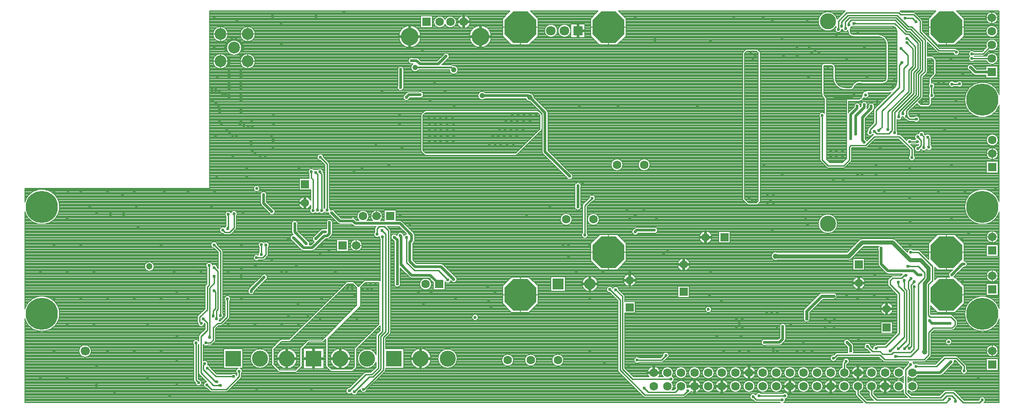
<source format=gbl>
G04*
G04 #@! TF.GenerationSoftware,Altium Limited,Altium Designer,18.1.9 (240)*
G04*
G04 Layer_Physical_Order=2*
G04 Layer_Color=16711680*
%FSLAX24Y24*%
%MOIN*%
G70*
G01*
G75*
%ADD10C,0.0098*%
%ADD12C,0.0079*%
%ADD16C,0.0236*%
%ADD18C,0.0197*%
%ADD100C,0.0669*%
%ADD108C,0.0866*%
%ADD111C,0.0709*%
%ADD116C,0.0315*%
%ADD117C,0.0472*%
%ADD140C,0.0138*%
%ADD157C,0.0630*%
%ADD158C,0.1181*%
%ADD159C,0.1299*%
%ADD160R,0.0630X0.0630*%
%ADD161R,0.0630X0.0630*%
%ADD162R,0.1181X0.1181*%
%ADD163C,0.0600*%
%ADD164R,0.0600X0.0600*%
%ADD165R,0.0600X0.0600*%
%ADD166R,0.0709X0.0709*%
%ADD167C,0.0827*%
%ADD168R,0.0827X0.0827*%
%ADD169P,0.2557X8X292.5*%
%ADD170C,0.2362*%
%ADD171C,0.0236*%
%ADD172C,0.0394*%
G36*
X14359Y1486D02*
X14371Y1487D01*
X14382Y1488D01*
X14393Y1489D01*
X14404Y1492D01*
X14413Y1495D01*
X14422Y1498D01*
X14431Y1503D01*
X14439Y1508D01*
X14446Y1513D01*
X14453Y1520D01*
Y1354D01*
X14446Y1361D01*
X14439Y1366D01*
X14431Y1371D01*
X14422Y1376D01*
X14413Y1379D01*
X14404Y1382D01*
X14393Y1385D01*
X14382Y1386D01*
X14371Y1387D01*
X14359Y1388D01*
Y1486D01*
D02*
G37*
G36*
X14119Y1816D02*
X14128Y1808D01*
X14137Y1801D01*
X14145Y1795D01*
X14154Y1791D01*
X14162Y1788D01*
X14169Y1786D01*
X14177Y1786D01*
X14184Y1787D01*
X14191Y1789D01*
X14198Y1792D01*
X14158Y1637D01*
X14156Y1639D01*
X14153Y1642D01*
X14062Y1735D01*
X14119Y1816D01*
D02*
G37*
G36*
X13770Y5129D02*
X13771Y5117D01*
X13772Y5106D01*
X13773Y5095D01*
X13776Y5085D01*
X13779Y5075D01*
X13782Y5066D01*
X13787Y5058D01*
X13792Y5050D01*
X13797Y5042D01*
X13804Y5035D01*
X13638D01*
X13645Y5042D01*
X13651Y5050D01*
X13656Y5058D01*
X13660Y5066D01*
X13664Y5075D01*
X13667Y5085D01*
X13669Y5095D01*
X13671Y5106D01*
X13672Y5117D01*
X13672Y5129D01*
X13770D01*
D02*
G37*
G36*
X13339Y6158D02*
X13331Y6166D01*
X13322Y6174D01*
X13313Y6180D01*
X13304Y6186D01*
X13295Y6190D01*
X13286Y6194D01*
X13277Y6197D01*
X13268Y6199D01*
X13259Y6200D01*
X13249Y6201D01*
X13366Y6318D01*
X13366Y6308D01*
X13368Y6299D01*
X13370Y6290D01*
X13373Y6281D01*
X13377Y6272D01*
X13381Y6263D01*
X13387Y6254D01*
X13393Y6245D01*
X13401Y6236D01*
X13409Y6228D01*
X13339Y6158D01*
D02*
G37*
G36*
X14291Y6497D02*
X14292Y6485D01*
X14293Y6474D01*
X14294Y6463D01*
X14297Y6453D01*
X14300Y6443D01*
X14303Y6434D01*
X14308Y6425D01*
X14313Y6417D01*
X14318Y6410D01*
X14325Y6403D01*
X14159D01*
X14166Y6410D01*
X14172Y6417D01*
X14177Y6425D01*
X14181Y6434D01*
X14185Y6443D01*
X14188Y6453D01*
X14190Y6463D01*
X14192Y6474D01*
X14193Y6485D01*
X14193Y6497D01*
X14291D01*
D02*
G37*
G36*
X14035Y6704D02*
X14036Y6692D01*
X14037Y6681D01*
X14038Y6670D01*
X14041Y6659D01*
X14044Y6650D01*
X14047Y6641D01*
X14052Y6632D01*
X14057Y6624D01*
X14063Y6617D01*
X14069Y6610D01*
X13904D01*
X13910Y6617D01*
X13916Y6624D01*
X13921Y6632D01*
X13925Y6641D01*
X13929Y6650D01*
X13932Y6659D01*
X13934Y6670D01*
X13936Y6681D01*
X13937Y6692D01*
X13937Y6704D01*
X14035D01*
D02*
G37*
G36*
X14026Y9271D02*
X14025Y9283D01*
X14024Y9294D01*
X14023Y9305D01*
X14020Y9315D01*
X14017Y9325D01*
X14014Y9334D01*
X14009Y9342D01*
X14004Y9350D01*
X13998Y9358D01*
X13992Y9364D01*
X14157D01*
X14151Y9358D01*
X14145Y9350D01*
X14140Y9342D01*
X14136Y9334D01*
X14132Y9325D01*
X14129Y9315D01*
X14127Y9305D01*
X14125Y9294D01*
X14124Y9283D01*
X14124Y9271D01*
X14026D01*
D02*
G37*
G36*
X15138Y13102D02*
X15138Y13090D01*
X15141Y13057D01*
X15142Y13047D01*
X15146Y13028D01*
X15149Y13020D01*
X15152Y13012D01*
X15155Y13005D01*
X14999Y13060D01*
X15007Y13064D01*
X15014Y13069D01*
X15020Y13075D01*
X15025Y13082D01*
X15029Y13090D01*
X15033Y13098D01*
X15036Y13108D01*
X15038Y13118D01*
X15039Y13129D01*
X15039Y13141D01*
X15138Y13102D01*
D02*
G37*
G36*
X21693Y14489D02*
X21693Y14477D01*
X21694Y14466D01*
X21696Y14455D01*
X21698Y14445D01*
X21701Y14435D01*
X21705Y14426D01*
X21709Y14418D01*
X21714Y14410D01*
X21720Y14402D01*
X21726Y14395D01*
X21561D01*
X21567Y14402D01*
X21573Y14410D01*
X21578Y14418D01*
X21582Y14426D01*
X21586Y14435D01*
X21589Y14445D01*
X21591Y14455D01*
X21593Y14466D01*
X21594Y14477D01*
X21594Y14489D01*
X21693D01*
D02*
G37*
G36*
X21608Y16946D02*
X21599Y16955D01*
X21581Y16970D01*
X21573Y16976D01*
X21565Y16981D01*
X21558Y16985D01*
X21551Y16988D01*
X21545Y16990D01*
X21538Y16990D01*
X21533Y16990D01*
X21634Y17091D01*
X21634Y17086D01*
X21634Y17079D01*
X21636Y17073D01*
X21639Y17066D01*
X21643Y17059D01*
X21648Y17051D01*
X21654Y17043D01*
X21661Y17034D01*
X21678Y17016D01*
X21608Y16946D01*
D02*
G37*
G36*
X21889Y16978D02*
X21880Y16987D01*
X21863Y17001D01*
X21854Y17008D01*
X21837Y17018D01*
X21829Y17023D01*
X21820Y17026D01*
X21812Y17029D01*
X21804Y17032D01*
X21946Y17116D01*
X21944Y17107D01*
X21943Y17098D01*
X21944Y17090D01*
X21945Y17081D01*
X21948Y17072D01*
X21952Y17063D01*
X21957Y17055D01*
X21963Y17046D01*
X21970Y17037D01*
X21978Y17028D01*
X21889Y16978D01*
D02*
G37*
G36*
X26489Y12664D02*
X26480Y12672D01*
X26471Y12680D01*
X26463Y12686D01*
X26454Y12692D01*
X26445Y12696D01*
X26436Y12700D01*
X26427Y12703D01*
X26417Y12705D01*
X26408Y12706D01*
X26399Y12707D01*
X26516Y12824D01*
X26516Y12814D01*
X26517Y12805D01*
X26519Y12796D01*
X26522Y12787D01*
X26526Y12778D01*
X26531Y12769D01*
X26536Y12760D01*
X26543Y12751D01*
X26550Y12742D01*
X26558Y12734D01*
X26489Y12664D01*
D02*
G37*
G36*
X28159Y12164D02*
X28159Y12176D01*
X28158Y12188D01*
X28156Y12198D01*
X28154Y12209D01*
X28151Y12218D01*
X28147Y12227D01*
X28143Y12236D01*
X28138Y12244D01*
X28132Y12251D01*
X28126Y12258D01*
X28291D01*
X28285Y12251D01*
X28279Y12244D01*
X28274Y12236D01*
X28270Y12227D01*
X28266Y12218D01*
X28263Y12209D01*
X28261Y12198D01*
X28259Y12188D01*
X28258Y12176D01*
X28258Y12164D01*
X28159D01*
D02*
G37*
G36*
X31129Y9344D02*
X31138Y9336D01*
X31147Y9328D01*
X31155Y9322D01*
X31164Y9316D01*
X31173Y9312D01*
X31182Y9308D01*
X31192Y9305D01*
X31201Y9303D01*
X31210Y9302D01*
X31219Y9301D01*
X31102Y9184D01*
X31102Y9194D01*
X31101Y9203D01*
X31099Y9212D01*
X31096Y9221D01*
X31092Y9230D01*
X31087Y9239D01*
X31082Y9248D01*
X31075Y9257D01*
X31068Y9266D01*
X31060Y9274D01*
X31129Y9344D01*
D02*
G37*
G36*
X45743Y1050D02*
X45734Y1058D01*
X45725Y1065D01*
X45717Y1072D01*
X45708Y1077D01*
X45699Y1082D01*
X45690Y1086D01*
X45681Y1089D01*
X45671Y1091D01*
X45662Y1092D01*
X45653Y1093D01*
X45770Y1209D01*
X45770Y1200D01*
X45771Y1191D01*
X45773Y1182D01*
X45776Y1173D01*
X45780Y1164D01*
X45785Y1155D01*
X45790Y1146D01*
X45797Y1137D01*
X45804Y1128D01*
X45812Y1119D01*
X45743Y1050D01*
D02*
G37*
G36*
X47440Y1929D02*
X47452Y1929D01*
X47463Y1930D01*
X47474Y1932D01*
X47484Y1934D01*
X47494Y1937D01*
X47503Y1941D01*
X47512Y1946D01*
X47520Y1951D01*
X47527Y1956D01*
X47534Y1963D01*
Y1797D01*
X47527Y1804D01*
X47520Y1809D01*
X47512Y1814D01*
X47503Y1819D01*
X47494Y1822D01*
X47484Y1825D01*
X47474Y1828D01*
X47463Y1829D01*
X47452Y1830D01*
X47440Y1831D01*
Y1929D01*
D02*
G37*
G36*
X60210Y28044D02*
X60210Y28032D01*
X60211Y28020D01*
X60213Y28010D01*
X60215Y27999D01*
X60218Y27990D01*
X60222Y27981D01*
X60226Y27972D01*
X60231Y27964D01*
X60237Y27957D01*
X60243Y27950D01*
X60078D01*
X60084Y27957D01*
X60090Y27964D01*
X60095Y27972D01*
X60099Y27981D01*
X60103Y27990D01*
X60106Y27999D01*
X60108Y28010D01*
X60110Y28020D01*
X60111Y28032D01*
X60111Y28044D01*
X60210D01*
D02*
G37*
G36*
X62650Y19967D02*
X62642Y19975D01*
X62633Y19983D01*
X62624Y19989D01*
X62615Y19995D01*
X62606Y19999D01*
X62597Y20003D01*
X62588Y20006D01*
X62579Y20008D01*
X62570Y20010D01*
X62560Y20010D01*
X62677Y20127D01*
X62677Y20117D01*
X62679Y20108D01*
X62681Y20099D01*
X62684Y20090D01*
X62688Y20081D01*
X62692Y20072D01*
X62698Y20063D01*
X62704Y20054D01*
X62712Y20045D01*
X62720Y20037D01*
X62650Y19967D01*
D02*
G37*
G36*
X63048Y20288D02*
X63040Y20279D01*
X63032Y20270D01*
X63026Y20262D01*
X63020Y20253D01*
X63015Y20244D01*
X63011Y20235D01*
X63007Y20226D01*
X63005Y20217D01*
X63003Y20208D01*
X63002Y20198D01*
X62894Y20324D01*
X62904Y20324D01*
X62913Y20325D01*
X62922Y20326D01*
X62931Y20329D01*
X62940Y20332D01*
X62949Y20336D01*
X62958Y20342D01*
X62967Y20348D01*
X62976Y20355D01*
X62984Y20364D01*
X63048Y20288D01*
D02*
G37*
G36*
X60482Y27879D02*
X60483Y27867D01*
X60484Y27856D01*
X60486Y27845D01*
X60488Y27835D01*
X60491Y27826D01*
X60495Y27817D01*
X60500Y27809D01*
X60505Y27801D01*
X60511Y27794D01*
X60518Y27788D01*
X60353Y27774D01*
X60359Y27781D01*
X60364Y27789D01*
X60369Y27797D01*
X60373Y27806D01*
X60376Y27816D01*
X60379Y27825D01*
X60381Y27836D01*
X60383Y27847D01*
X60384Y27858D01*
X60384Y27870D01*
X60482Y27879D01*
D02*
G37*
G36*
X60728Y28131D02*
X60729Y28119D01*
X60730Y28108D01*
X60731Y28097D01*
X60734Y28087D01*
X60737Y28077D01*
X60740Y28068D01*
X60745Y28059D01*
X60750Y28051D01*
X60755Y28044D01*
X60762Y28037D01*
X60596D01*
X60603Y28044D01*
X60609Y28051D01*
X60614Y28059D01*
X60618Y28068D01*
X60622Y28077D01*
X60625Y28087D01*
X60627Y28097D01*
X60629Y28108D01*
X60630Y28119D01*
X60630Y28131D01*
X60728D01*
D02*
G37*
G36*
X61222Y28022D02*
X61210Y28021D01*
X61198Y28020D01*
X61187Y28019D01*
X61177Y28016D01*
X61168Y28013D01*
X61158Y28010D01*
X61150Y28005D01*
X61142Y28000D01*
X61135Y27995D01*
X61128Y27988D01*
Y28154D01*
X61135Y28147D01*
X61142Y28142D01*
X61150Y28136D01*
X61158Y28132D01*
X61168Y28128D01*
X61177Y28125D01*
X61187Y28123D01*
X61198Y28121D01*
X61210Y28120D01*
X61222Y28120D01*
Y28022D01*
D02*
G37*
G36*
X64292Y3524D02*
X64280Y3523D01*
X64269Y3522D01*
X64258Y3521D01*
X64248Y3518D01*
X64238Y3515D01*
X64229Y3512D01*
X64221Y3507D01*
X64213Y3502D01*
X64205Y3497D01*
X64199Y3490D01*
Y3656D01*
X64205Y3649D01*
X64213Y3643D01*
X64221Y3638D01*
X64229Y3634D01*
X64238Y3630D01*
X64248Y3627D01*
X64258Y3625D01*
X64269Y3623D01*
X64280Y3622D01*
X64292Y3622D01*
Y3524D01*
D02*
G37*
G36*
X63891Y4068D02*
X63883Y4059D01*
X63876Y4050D01*
X63869Y4041D01*
X63864Y4032D01*
X63859Y4024D01*
X63855Y4014D01*
X63852Y4005D01*
X63850Y3996D01*
X63849Y3987D01*
X63848Y3978D01*
X63731Y4094D01*
X63741Y4095D01*
X63750Y4096D01*
X63759Y4098D01*
X63768Y4101D01*
X63777Y4105D01*
X63786Y4110D01*
X63795Y4115D01*
X63804Y4122D01*
X63813Y4129D01*
X63822Y4137D01*
X63891Y4068D01*
D02*
G37*
G36*
X64501Y4205D02*
X64493Y4197D01*
X64486Y4188D01*
X64479Y4179D01*
X64474Y4170D01*
X64469Y4161D01*
X64465Y4152D01*
X64462Y4143D01*
X64460Y4134D01*
X64459Y4125D01*
X64459Y4115D01*
X64342Y4232D01*
X64351Y4233D01*
X64360Y4234D01*
X64370Y4236D01*
X64379Y4239D01*
X64388Y4243D01*
X64397Y4247D01*
X64406Y4253D01*
X64414Y4259D01*
X64423Y4267D01*
X64432Y4275D01*
X64501Y4205D01*
D02*
G37*
G36*
X65299Y4245D02*
X65290Y4236D01*
X65283Y4227D01*
X65277Y4219D01*
X65271Y4210D01*
X65266Y4201D01*
X65263Y4192D01*
X65260Y4183D01*
X65257Y4173D01*
X65256Y4164D01*
X65256Y4155D01*
X65139Y4272D01*
X65148Y4272D01*
X65158Y4273D01*
X65167Y4275D01*
X65176Y4278D01*
X65185Y4282D01*
X65194Y4287D01*
X65203Y4292D01*
X65212Y4299D01*
X65220Y4306D01*
X65229Y4314D01*
X65299Y4245D01*
D02*
G37*
G36*
X64945Y4239D02*
X64937Y4230D01*
X64929Y4221D01*
X64923Y4213D01*
X64918Y4204D01*
X64914Y4195D01*
X64910Y4186D01*
X64908Y4177D01*
X64907Y4168D01*
X64907Y4158D01*
X64907Y4149D01*
X64777Y4251D01*
X64786Y4253D01*
X64795Y4255D01*
X64804Y4258D01*
X64813Y4261D01*
X64822Y4266D01*
X64831Y4271D01*
X64840Y4277D01*
X64849Y4284D01*
X64857Y4291D01*
X64866Y4299D01*
X64945Y4239D01*
D02*
G37*
G36*
X68099Y295D02*
X68090Y295D01*
X68081Y294D01*
X68071Y292D01*
X68062Y289D01*
X68053Y285D01*
X68044Y280D01*
X68035Y275D01*
X68027Y268D01*
X68018Y261D01*
X68009Y253D01*
X67940Y322D01*
X67948Y331D01*
X67955Y340D01*
X67962Y348D01*
X67967Y357D01*
X67972Y366D01*
X67976Y375D01*
X67979Y384D01*
X67981Y394D01*
X67982Y403D01*
X67982Y412D01*
X68099Y295D01*
D02*
G37*
G36*
X64282Y8857D02*
X64281Y8869D01*
X64280Y8881D01*
X64278Y8891D01*
X64276Y8902D01*
X64273Y8911D01*
X64269Y8920D01*
X64265Y8929D01*
X64260Y8937D01*
X64254Y8944D01*
X64248Y8951D01*
X64413D01*
X64407Y8944D01*
X64401Y8937D01*
X64396Y8929D01*
X64392Y8920D01*
X64388Y8911D01*
X64385Y8902D01*
X64383Y8891D01*
X64381Y8881D01*
X64380Y8869D01*
X64380Y8857D01*
X64282D01*
D02*
G37*
G36*
X64705Y8985D02*
X64704Y8997D01*
X64703Y9008D01*
X64702Y9019D01*
X64699Y9029D01*
X64696Y9039D01*
X64693Y9048D01*
X64688Y9057D01*
X64683Y9065D01*
X64678Y9072D01*
X64671Y9079D01*
X64837D01*
X64830Y9072D01*
X64825Y9065D01*
X64820Y9057D01*
X64815Y9048D01*
X64812Y9039D01*
X64809Y9029D01*
X64806Y9019D01*
X64804Y9008D01*
X64803Y8997D01*
X64803Y8985D01*
X64705D01*
D02*
G37*
G36*
X65340Y8961D02*
X65348Y8970D01*
X65355Y8979D01*
X65362Y8987D01*
X65367Y8996D01*
X65371Y9005D01*
X65374Y9014D01*
X65376Y9023D01*
X65377Y9032D01*
X65377Y9041D01*
X65376Y9050D01*
X65510Y8954D01*
X65501Y8952D01*
X65492Y8950D01*
X65483Y8946D01*
X65474Y8943D01*
X65466Y8938D01*
X65457Y8933D01*
X65448Y8927D01*
X65439Y8920D01*
X65422Y8904D01*
X65340Y8961D01*
D02*
G37*
G36*
X65085Y9190D02*
X65093Y9199D01*
X65101Y9208D01*
X65107Y9217D01*
X65113Y9225D01*
X65118Y9234D01*
X65121Y9243D01*
X65124Y9253D01*
X65126Y9262D01*
X65128Y9271D01*
X65128Y9280D01*
X65245Y9163D01*
X65236Y9163D01*
X65226Y9162D01*
X65217Y9160D01*
X65208Y9157D01*
X65199Y9153D01*
X65190Y9148D01*
X65181Y9143D01*
X65172Y9136D01*
X65164Y9129D01*
X65155Y9121D01*
X65085Y9190D01*
D02*
G37*
G36*
X65208Y10148D02*
X65196Y10147D01*
X65184Y10146D01*
X65174Y10145D01*
X65163Y10142D01*
X65154Y10139D01*
X65145Y10136D01*
X65136Y10131D01*
X65128Y10126D01*
X65121Y10121D01*
X65114Y10114D01*
Y10280D01*
X65121Y10273D01*
X65128Y10267D01*
X65136Y10262D01*
X65145Y10258D01*
X65154Y10254D01*
X65163Y10251D01*
X65174Y10249D01*
X65184Y10247D01*
X65196Y10246D01*
X65208Y10246D01*
Y10148D01*
D02*
G37*
G36*
X63622Y20422D02*
X63622Y20410D01*
X63623Y20399D01*
X63625Y20388D01*
X63627Y20377D01*
X63630Y20368D01*
X63633Y20358D01*
X63637Y20350D01*
X63642Y20341D01*
X63647Y20334D01*
X63653Y20327D01*
X63488Y20336D01*
X63495Y20342D01*
X63501Y20350D01*
X63506Y20357D01*
X63511Y20366D01*
X63515Y20374D01*
X63518Y20384D01*
X63520Y20394D01*
X63522Y20405D01*
X63523Y20416D01*
X63524Y20428D01*
X63622Y20422D01*
D02*
G37*
G36*
X65842Y19549D02*
X65833Y19557D01*
X65816Y19571D01*
X65807Y19577D01*
X65798Y19582D01*
X65789Y19587D01*
X65781Y19591D01*
X65772Y19594D01*
X65763Y19596D01*
X65753Y19597D01*
X65885Y19698D01*
X65884Y19689D01*
X65884Y19680D01*
X65885Y19671D01*
X65887Y19661D01*
X65891Y19653D01*
X65895Y19644D01*
X65900Y19635D01*
X65906Y19626D01*
X65914Y19617D01*
X65922Y19608D01*
X65842Y19549D01*
D02*
G37*
G36*
X66240Y19105D02*
X66240Y19093D01*
X66241Y19082D01*
X66243Y19071D01*
X66246Y19061D01*
X66249Y19051D01*
X66252Y19042D01*
X66257Y19034D01*
X66262Y19026D01*
X66267Y19018D01*
X66274Y19012D01*
X66108D01*
X66115Y19018D01*
X66120Y19026D01*
X66125Y19034D01*
X66130Y19042D01*
X66133Y19051D01*
X66136Y19061D01*
X66139Y19071D01*
X66140Y19082D01*
X66141Y19093D01*
X66142Y19105D01*
X66240D01*
D02*
G37*
G36*
X64400Y21359D02*
X64400Y21347D01*
X64401Y21336D01*
X64403Y21325D01*
X64405Y21315D01*
X64408Y21305D01*
X64412Y21296D01*
X64416Y21288D01*
X64421Y21280D01*
X64427Y21272D01*
X64433Y21265D01*
X64268D01*
X64274Y21272D01*
X64280Y21280D01*
X64285Y21288D01*
X64289Y21296D01*
X64293Y21305D01*
X64296Y21315D01*
X64298Y21325D01*
X64300Y21336D01*
X64301Y21347D01*
X64301Y21359D01*
X64400D01*
D02*
G37*
G36*
X64695Y21605D02*
X64695Y21593D01*
X64696Y21582D01*
X64698Y21571D01*
X64700Y21561D01*
X64703Y21551D01*
X64707Y21542D01*
X64711Y21534D01*
X64716Y21526D01*
X64722Y21518D01*
X64728Y21512D01*
X64563D01*
X64569Y21518D01*
X64575Y21526D01*
X64580Y21534D01*
X64584Y21542D01*
X64588Y21551D01*
X64591Y21561D01*
X64593Y21571D01*
X64595Y21582D01*
X64596Y21593D01*
X64596Y21605D01*
X64695D01*
D02*
G37*
G36*
X64416Y25114D02*
X64424Y25123D01*
X64431Y25132D01*
X64438Y25141D01*
X64444Y25150D01*
X64448Y25159D01*
X64452Y25168D01*
X64455Y25177D01*
X64457Y25186D01*
X64458Y25195D01*
X64459Y25205D01*
X64576Y25088D01*
X64566Y25087D01*
X64557Y25086D01*
X64548Y25084D01*
X64539Y25081D01*
X64530Y25077D01*
X64521Y25072D01*
X64512Y25067D01*
X64503Y25060D01*
X64494Y25053D01*
X64486Y25045D01*
X64416Y25114D01*
D02*
G37*
G36*
X64609Y26079D02*
X64600Y26088D01*
X64592Y26095D01*
X64583Y26101D01*
X64574Y26107D01*
X64565Y26112D01*
X64556Y26115D01*
X64547Y26118D01*
X64537Y26120D01*
X64528Y26122D01*
X64519Y26122D01*
X64636Y26239D01*
X64636Y26230D01*
X64637Y26220D01*
X64639Y26211D01*
X64642Y26202D01*
X64646Y26193D01*
X64651Y26184D01*
X64657Y26175D01*
X64663Y26166D01*
X64670Y26158D01*
X64679Y26149D01*
X64609Y26079D01*
D02*
G37*
G36*
X65045Y26483D02*
X65037Y26491D01*
X65028Y26498D01*
X65019Y26505D01*
X65010Y26510D01*
X65001Y26515D01*
X64992Y26519D01*
X64983Y26522D01*
X64974Y26524D01*
X64964Y26525D01*
X64955Y26526D01*
X65072Y26643D01*
X65072Y26633D01*
X65074Y26624D01*
X65076Y26615D01*
X65079Y26606D01*
X65083Y26597D01*
X65087Y26588D01*
X65093Y26579D01*
X65099Y26570D01*
X65107Y26561D01*
X65115Y26552D01*
X65045Y26483D01*
D02*
G37*
G36*
X65063Y26814D02*
X65054Y26822D01*
X65045Y26829D01*
X65036Y26835D01*
X65027Y26840D01*
X65019Y26844D01*
X65010Y26846D01*
X65001Y26848D01*
X64992Y26848D01*
X64983Y26848D01*
X64975Y26846D01*
X65059Y26988D01*
X65061Y26980D01*
X65064Y26971D01*
X65068Y26963D01*
X65072Y26954D01*
X65077Y26946D01*
X65083Y26937D01*
X65096Y26920D01*
X65104Y26912D01*
X65112Y26903D01*
X65063Y26814D01*
D02*
G37*
G36*
X65011Y28396D02*
X64999Y28395D01*
X64988Y28394D01*
X64977Y28393D01*
X64967Y28390D01*
X64957Y28387D01*
X64948Y28384D01*
X64939Y28379D01*
X64931Y28374D01*
X64924Y28369D01*
X64917Y28362D01*
Y28528D01*
X64924Y28521D01*
X64931Y28516D01*
X64939Y28510D01*
X64948Y28506D01*
X64957Y28502D01*
X64967Y28499D01*
X64977Y28497D01*
X64988Y28495D01*
X64999Y28494D01*
X65011Y28494D01*
Y28396D01*
D02*
G37*
G36*
X65549Y28340D02*
X65557Y28332D01*
X65566Y28324D01*
X65575Y28318D01*
X65584Y28312D01*
X65593Y28308D01*
X65602Y28304D01*
X65611Y28301D01*
X65620Y28299D01*
X65629Y28298D01*
X65639Y28297D01*
X65522Y28180D01*
X65521Y28190D01*
X65520Y28199D01*
X65518Y28208D01*
X65515Y28217D01*
X65511Y28226D01*
X65507Y28235D01*
X65501Y28244D01*
X65494Y28253D01*
X65487Y28262D01*
X65479Y28270D01*
X65549Y28340D01*
D02*
G37*
D10*
X14518Y6575D02*
Y11309D01*
X14055Y11772D02*
X14518Y11309D01*
X61913Y19085D02*
X62563Y19734D01*
X60840Y19085D02*
X61913D01*
X60718Y18012D02*
Y18963D01*
X60315Y17608D02*
X60718Y18012D01*
X59163Y17608D02*
X60315D01*
X58740Y18032D02*
X59163Y17608D01*
X58740Y18032D02*
Y21299D01*
X59560Y3425D02*
X59587D01*
X59833Y3671D01*
X62978D01*
X63332Y3317D01*
X66211D01*
X66575Y3681D01*
Y5325D01*
X66909Y5659D01*
X68268D01*
X68484Y5876D01*
Y6171D01*
X68179Y6476D02*
X68484Y6171D01*
X66654Y6476D02*
X68179D01*
X66535Y6594D02*
X66654Y6476D01*
X66535Y6594D02*
Y8848D01*
X66824Y9137D01*
Y10194D01*
X65778Y11240D02*
X66824Y10194D01*
X65236Y11240D02*
X65778D01*
X65325Y18199D02*
Y18819D01*
X65069Y9104D02*
X65246Y9281D01*
X65069Y8520D02*
Y9104D01*
X65148Y19370D02*
X65742D01*
X64409Y19734D02*
X65325Y18819D01*
X62563Y19734D02*
X64409D01*
X60718Y18963D02*
X60840Y19085D01*
X68586Y3415D02*
X69157Y2844D01*
Y2490D02*
Y2844D01*
X67717Y3415D02*
X68586D01*
X67126Y2825D02*
X67717Y3415D01*
X65621Y2825D02*
X67126D01*
X70295Y167D02*
X70482Y354D01*
X69094Y167D02*
X70295D01*
X68366Y896D02*
X69094Y167D01*
X67805Y896D02*
X68366D01*
X67431Y522D02*
X67805Y896D01*
X65217Y522D02*
X67431D01*
X64872Y866D02*
X65217Y522D01*
X64872Y866D02*
Y2608D01*
X65236Y2972D01*
X62429Y3917D02*
X62982D01*
X62047Y4299D02*
X62429Y3917D01*
X65217Y3573D02*
X65787Y4143D01*
X64114Y3573D02*
X65217D01*
X65787Y4143D02*
Y8907D01*
X66253Y9373D01*
Y9741D01*
X65797Y10197D02*
X66253Y9741D01*
X65030Y10197D02*
X65797D01*
X68524Y256D02*
Y404D01*
X68268Y659D02*
X68524Y404D01*
X67904Y659D02*
X68268D01*
X67589Y344D02*
X67904Y659D01*
X62736Y344D02*
X67589D01*
X62357Y724D02*
X62736Y344D01*
X62357Y724D02*
Y1362D01*
X67854Y167D02*
X68100Y413D01*
X61959Y167D02*
X67854D01*
X61357Y769D02*
X61959Y167D01*
X61357Y769D02*
Y1362D01*
X41289Y14665D02*
X41831Y15207D01*
X41289Y12500D02*
Y14665D01*
X43563Y8474D02*
X44055Y7982D01*
Y2632D02*
Y7982D01*
Y2632D02*
X44808Y1880D01*
X47618D01*
X48543Y728D02*
X48858Y1043D01*
X45709Y728D02*
X48543D01*
X43878Y2559D02*
X45709Y728D01*
X43878Y2559D02*
Y7726D01*
X43120Y8484D02*
X43878Y7726D01*
X26024Y12549D02*
Y12963D01*
X26181Y13120D01*
X26555D01*
X26850Y12825D01*
Y5326D02*
Y12825D01*
X26476Y4952D02*
X26850Y5326D01*
X26476Y2560D02*
Y4952D01*
X25058Y1142D02*
X26476Y2560D01*
X25030Y1142D02*
X25058D01*
X24360Y945D02*
X25463Y2047D01*
X25713D01*
X45652Y1211D02*
X45947Y915D01*
X47910D01*
X48357Y1362D01*
X26398Y12825D02*
X26673Y12549D01*
Y5399D02*
Y12549D01*
X26299Y5025D02*
X26673Y5399D01*
X26299Y2633D02*
Y5025D01*
X25713Y2047D02*
X26299Y2633D01*
X26427Y5404D02*
Y12368D01*
X26122Y5098D02*
X26427Y5404D01*
X26122Y2707D02*
Y5098D01*
X25640Y2224D02*
X26122Y2707D01*
X25187Y2224D02*
X25640D01*
X23986Y1024D02*
X25187Y2224D01*
X15896Y2077D02*
Y2470D01*
X47246Y3615D02*
Y3642D01*
X46919Y3287D02*
X47246Y3615D01*
X45138Y3287D02*
X46919D01*
X14961Y1142D02*
X15896Y2077D01*
X13846Y1142D02*
X14961D01*
X13524Y1464D02*
X13846Y1142D01*
X12726Y1811D02*
X12913Y1624D01*
X12726Y1811D02*
Y4567D01*
X13465D02*
X13789D01*
X14006Y4783D01*
Y5699D01*
X14311Y6004D01*
X14572D01*
X15039Y6471D01*
X12992Y6102D02*
X13110Y5984D01*
X12992Y6102D02*
Y6447D01*
X13544Y6999D01*
Y8676D01*
X13691Y8823D01*
Y10246D01*
X14695Y12854D02*
X14862Y12687D01*
X15197D01*
X15522Y13012D01*
Y14065D01*
X13248Y6319D02*
X13544Y6023D01*
Y5493D02*
Y6023D01*
X13091Y5039D02*
X13544Y5493D01*
X13091Y2352D02*
Y5039D01*
Y2352D02*
X14006Y1437D01*
X14537D01*
X54085Y669D02*
X55994D01*
X54075D02*
X54085D01*
X14173Y1693D02*
X14262D01*
X13268Y2598D02*
X14173Y1693D01*
X13268Y2598D02*
Y2933D01*
X13366Y3031D01*
X53661Y591D02*
X53898Y354D01*
X55778D01*
X13544Y2697D02*
X13573D01*
X14193Y2077D01*
X15502D01*
X14075Y8957D02*
Y9449D01*
X13721Y8603D02*
X14075Y8957D01*
X13721Y4951D02*
Y8603D01*
X14055Y8396D02*
X14163Y8287D01*
Y7091D02*
Y8287D01*
X13986Y6914D02*
X14163Y7091D01*
X13986Y6526D02*
Y6914D01*
X14055Y10098D02*
X14341Y9813D01*
Y7018D02*
Y9813D01*
X14242Y6919D02*
X14341Y7018D01*
X14242Y6319D02*
Y6919D01*
X30522Y9882D02*
X31220Y9183D01*
X28799Y9882D02*
X30522D01*
X28209Y10472D02*
X28799Y9882D01*
X28209Y10472D02*
Y12343D01*
X15039Y6471D02*
Y7795D01*
X17175Y10827D02*
X17631D01*
X17875Y11070D01*
Y11753D01*
X17530Y11073D02*
Y11782D01*
X64926Y21240D02*
X65142Y21024D01*
X65650D01*
X63632Y19961D02*
X63873Y20201D01*
X62559Y20128D02*
X62726Y19961D01*
X63632D01*
X63573Y20240D02*
Y21547D01*
X64050Y21523D02*
X65443Y22916D01*
X64050Y20024D02*
Y21523D01*
X64045Y20020D02*
X64050Y20024D01*
X63873Y20201D02*
Y21596D01*
X63566Y20247D02*
X63573Y20240D01*
Y20239D02*
Y20240D01*
X21201Y16693D02*
Y17165D01*
Y16693D02*
X21313Y16581D01*
X21517Y17107D02*
X21644Y16980D01*
Y14311D02*
Y16980D01*
X21811Y17126D02*
X21969Y16968D01*
Y14301D02*
Y16968D01*
X21860Y18228D02*
X22356Y17733D01*
Y14341D02*
Y17733D01*
X15089Y12963D02*
Y14016D01*
X64754Y8585D02*
Y9163D01*
X64331Y8757D02*
X64764Y8324D01*
X64331Y8757D02*
Y9035D01*
X63719Y8868D02*
Y9135D01*
X64409Y5266D02*
Y8178D01*
X64764Y5010D02*
Y8324D01*
X64941Y4715D02*
Y8398D01*
X65118Y4482D02*
Y8471D01*
X65246Y8594D02*
Y8798D01*
X65295Y4311D02*
Y8544D01*
X63719Y8868D02*
X64409Y8178D01*
X64754Y8585D02*
X64941Y8398D01*
X65069Y8520D02*
X65118Y8471D01*
X65246Y8594D02*
X65295Y8544D01*
X63399Y4255D02*
X64409Y5266D01*
X63730Y3976D02*
X64764Y5010D01*
X65246Y8798D02*
X65492Y9044D01*
X64341Y4114D02*
X64941Y4715D01*
X65492Y9044D02*
Y9071D01*
X64790Y4154D02*
X65118Y4482D01*
X65138Y4154D02*
X65295Y4311D01*
X62789Y4255D02*
X63399D01*
X63970Y3868D02*
X65217D01*
X63832Y3730D02*
X63970Y3868D01*
X63169Y3730D02*
X63832D01*
X64790Y4134D02*
Y4154D01*
X65472Y8676D02*
X65492Y8696D01*
X65472Y4124D02*
Y8676D01*
X70553Y25837D02*
X71201Y26484D01*
X69734Y25837D02*
X70553D01*
X68455Y26073D02*
X68583Y25945D01*
X67301Y26073D02*
X68455D01*
X65915Y27459D02*
X67301Y26073D01*
X66476Y19705D02*
X66575Y19606D01*
Y18947D02*
Y19606D01*
X66191Y18927D02*
Y19748D01*
X66037Y19903D02*
X66191Y19748D01*
X64079Y28317D02*
X64926Y27470D01*
X60846Y28317D02*
X64079D01*
X60679Y28150D02*
X60846Y28317D01*
X60728Y28494D02*
X64153D01*
X60640Y28671D02*
X64226D01*
X60522Y28848D02*
X64350D01*
X60433Y28199D02*
X60728Y28494D01*
X64153D02*
X64999Y27648D01*
X60160Y28192D02*
X60640Y28671D01*
X64226D02*
X65073Y27825D01*
X59914Y28241D02*
X60522Y28848D01*
X64350D02*
X64488Y28711D01*
X69729Y25484D02*
X71201D01*
X69728Y25484D02*
X69729Y25484D01*
X65915Y27459D02*
Y28252D01*
X65456Y28711D02*
X65915Y28252D01*
X64488Y28711D02*
X65456D01*
X59914Y27639D02*
Y28241D01*
X62047Y4299D02*
X62047Y4299D01*
X62982Y3917D02*
X63169Y3730D01*
X65217Y3868D02*
X65472Y4124D01*
X65758Y18848D02*
X65987Y19078D01*
Y19473D01*
X65768Y19693D02*
X65987Y19473D01*
X65768Y19693D02*
Y19715D01*
X64926Y21240D02*
Y21647D01*
X65974Y22696D01*
Y24213D01*
X66280Y24518D01*
X65374Y28445D02*
X65640Y28179D01*
X64833Y28445D02*
X65374D01*
X66280Y24518D02*
Y26844D01*
X65299Y27825D02*
X66280Y26844D01*
X65073Y27825D02*
X65299D01*
X60160Y27866D02*
Y28192D01*
X65741Y19371D02*
X65742Y19370D01*
X65778D01*
X60357Y2362D02*
Y3074D01*
X60492Y3209D01*
X62680Y4164D02*
X62697D01*
X62789Y4255D01*
X63719Y9135D02*
X63894Y9311D01*
X64547D01*
X64764Y9528D01*
X64902D01*
X64646Y21427D02*
Y21618D01*
X65797Y22769D01*
Y24324D01*
X66102Y24629D01*
Y26771D01*
X65226Y27648D02*
X66102Y26771D01*
X64999Y27648D02*
X65226D01*
X60433Y27707D02*
Y28199D01*
Y27707D02*
X60443Y27697D01*
X64350Y21181D02*
Y21573D01*
X65620Y22843D01*
Y24398D01*
X65925Y24703D01*
Y26697D01*
X65152Y27470D02*
X65925Y26697D01*
X64926Y27470D02*
X65152D01*
X60679Y27953D02*
Y28150D01*
X65443Y22916D02*
Y24471D01*
X65748Y24776D01*
Y26624D01*
X65079Y27293D02*
X65748Y26624D01*
X64852Y27293D02*
X65079D01*
X64075Y28071D02*
X64852Y27293D01*
X61043Y28071D02*
X64075D01*
X62687Y20699D02*
Y21663D01*
X63140Y20449D02*
Y21615D01*
X63873Y21596D02*
X65266Y22989D01*
Y24544D01*
X65571Y24850D01*
Y26375D01*
X64986Y26960D02*
X65571Y26375D01*
X64944Y26960D02*
X64986D01*
X63573Y21547D02*
X65089Y23063D01*
Y24618D01*
X65394Y24923D01*
Y26204D01*
X64954Y26644D02*
X65394Y26204D01*
X62884Y20207D02*
X62897D01*
X63140Y20449D01*
Y21615D02*
X64734Y23210D01*
Y24765D01*
X65030Y25060D01*
Y25728D01*
X64518Y26240D02*
X65030Y25728D01*
X62244Y20256D02*
X62687Y20699D01*
X62244Y20020D02*
Y20256D01*
X62687Y21663D02*
X64380Y23356D01*
Y25009D01*
X64577Y25206D01*
X66772Y22756D02*
Y23474D01*
Y22756D02*
X66782Y22766D01*
X68801Y23602D02*
X68812Y23613D01*
X68258Y23602D02*
X68801D01*
X21811Y17126D02*
X21832Y17147D01*
X21313Y14301D02*
Y16581D01*
D12*
X71634Y26484D02*
G03*
X70800Y26320I-433J0D01*
G01*
X71634Y28484D02*
G03*
X71634Y28484I-433J0D01*
G01*
Y27484D02*
G03*
X71634Y27484I-433J0D01*
G01*
X71037Y26083D02*
G03*
X71634Y26484I164J401D01*
G01*
X71741Y22826D02*
G03*
X71741Y22064I-1242J-381D01*
G01*
X70801Y25317D02*
G03*
X71634Y25484I399J167D01*
G01*
D02*
G03*
X70801Y25652I-433J0D01*
G01*
X70553Y25669D02*
G03*
X70671Y25718I0J167D01*
G01*
X70553Y25669D02*
G03*
X70671Y25718I0J167D01*
G01*
X69901Y26004D02*
G03*
X69574Y25663I-167J-167D01*
G01*
D02*
G03*
X69895Y25317I154J-179D01*
G01*
X69838Y24946D02*
G03*
X69555Y24617I-212J-104D01*
G01*
X69841Y24331D02*
G03*
X69994Y24268I153J153D01*
G01*
X69841Y24331D02*
G03*
X69994Y24268I153J153D01*
G01*
X69049Y23613D02*
G03*
X68635Y23770I-236J0D01*
G01*
X68657Y23435D02*
G03*
X69049Y23613I155J178D01*
G01*
X68573Y26191D02*
G03*
X68455Y26240I-118J-118D01*
G01*
X68819Y25945D02*
G03*
X68583Y26181I-236J0D01*
G01*
X68350Y25906D02*
G03*
X68819Y25945I233J39D01*
G01*
X68573Y26191D02*
G03*
X68455Y26240I-118J-118D01*
G01*
X67183Y25955D02*
G03*
X67301Y25906I118J118D01*
G01*
X67183Y25955D02*
G03*
X67301Y25906I118J118D01*
G01*
X66083Y28252D02*
G03*
X66034Y28370I-167J0D01*
G01*
X66083Y28252D02*
G03*
X66034Y28370I-167J0D01*
G01*
X66883Y25613D02*
G03*
X66772Y25659I-111J-111D01*
G01*
X67031Y24249D02*
G03*
X67077Y24360I-111J111D01*
G01*
X67030Y24249D02*
G03*
X67077Y24360I-111J112D01*
G01*
Y25354D02*
G03*
X67030Y25466I-157J0D01*
G01*
X67077Y25354D02*
G03*
X67031Y25466I-157J0D01*
G01*
X68425Y23770D02*
G03*
X68425Y23435I-167J-167D01*
G01*
X66883Y25613D02*
G03*
X66772Y25659I-112J-111D01*
G01*
X66939Y23308D02*
G03*
X67008Y23474I-167J167D01*
G01*
D02*
G03*
X66752Y23710I-236J0D01*
G01*
Y22531D02*
G03*
X67018Y22766I30J234D01*
G01*
D02*
G03*
X66939Y22942I-236J0D01*
G01*
X66706Y22054D02*
G03*
X66752Y22165I-111J111D01*
G01*
X66706Y22054D02*
G03*
X66752Y22165I-111J112D01*
G01*
X66516Y21929D02*
G03*
X66627Y21975I0J157D01*
G01*
X66516Y21929D02*
G03*
X66627Y21975I0J157D01*
G01*
X65892D02*
G03*
X66004Y21929I112J111D01*
G01*
X65893Y21975D02*
G03*
X66004Y21929I111J111D01*
G01*
X71662Y18490D02*
G03*
X71662Y18490I-433J0D01*
G01*
Y19490D02*
G03*
X71662Y19490I-433J0D01*
G01*
X71741Y14952D02*
G03*
X71741Y14190I-1242J-381D01*
G01*
X71662Y12362D02*
G03*
X71662Y12362I-433J0D01*
G01*
X69390Y10354D02*
G03*
X69142Y10590I-236J0D01*
G01*
X69112Y10122D02*
G03*
X69390Y10354I42J233D01*
G01*
X65886Y21024D02*
G03*
X65483Y21191I-236J0D01*
G01*
X66273Y19903D02*
G03*
X65805Y19948I-236J-0D01*
G01*
X66742Y19606D02*
G03*
X66713Y19701I-167J0D01*
G01*
X66742Y19606D02*
G03*
X66713Y19701I-167J0D01*
G01*
X66713Y19705D02*
G03*
X66307Y19869I-236J0D01*
G01*
X65483Y20856D02*
G03*
X65886Y21024I167J167D01*
G01*
X66811Y18947D02*
G03*
X66742Y19114I-236J0D01*
G01*
X66390Y18800D02*
G03*
X66811Y18947I185J147D01*
G01*
X65990Y18803D02*
G03*
X66390Y18800I201J124D01*
G01*
X65757Y19085D02*
G03*
X65990Y18803I0J-236D01*
G01*
X65896Y11358D02*
G03*
X65778Y11407I-118J-118D01*
G01*
X65896Y11358D02*
G03*
X65778Y11407I-118J-118D01*
G01*
X65575Y28829D02*
G03*
X65456Y28878I-118J-118D01*
G01*
X65575Y28829D02*
G03*
X65456Y28878I-118J-118D01*
G01*
X63435Y26506D02*
G03*
X62835Y27106I-600J0D01*
G01*
X63189Y23799D02*
G03*
X63435Y24045I0J246D01*
G01*
X63573Y22963D02*
G03*
X63776Y22989I0J797D01*
G01*
X62165Y22807D02*
G03*
X62107Y22963I-236J0D01*
G01*
X61796Y22612D02*
G03*
X62165Y22807I133J195D01*
G01*
X60150Y27630D02*
G03*
X60215Y27636I10J236D01*
G01*
X61700Y23799D02*
G03*
X60911Y23416I-194J-605D01*
G01*
X60640Y27461D02*
G03*
X60994Y27106I354J0D01*
G01*
X60215Y27636D02*
G03*
X60640Y27566I228J61D01*
G01*
X59685Y24075D02*
G03*
X60423Y23337I738J0D01*
G01*
X61388Y22323D02*
G03*
X61796Y22612I0J433D01*
G01*
X60825Y23334D02*
G03*
X60903Y23389I12J66D01*
G01*
X62037Y21992D02*
G03*
X62057Y22087I-217J94D01*
G01*
D02*
G03*
X61604Y21992I-236J0D01*
G01*
X62549Y21894D02*
G03*
X62569Y21988I-217J94D01*
G01*
X62569Y21782D02*
G03*
X62520Y21663I118J-118D01*
G01*
X65162Y21241D02*
G03*
X65093Y21407I-236J-0D01*
G01*
X62486Y21658D02*
G03*
X62549Y21811I-153J153D01*
G01*
X62569Y21988D02*
G03*
X62114Y21899I-236J0D01*
G01*
X62569Y21782D02*
G03*
X62520Y21663I118J-118D01*
G01*
X62485Y21658D02*
G03*
X62549Y21811I-153J153D01*
G01*
X64694Y21196D02*
G03*
X64925Y21004I232J44D01*
G01*
X64586Y21199D02*
G03*
X64694Y21196I60J229D01*
G01*
X65024Y20905D02*
G03*
X65142Y20856I118J118D01*
G01*
X65805Y19948D02*
G03*
X65593Y19555I-37J-233D01*
G01*
X65024Y20905D02*
G03*
X65142Y20856I118J118D01*
G01*
X64217Y20986D02*
G03*
X64587Y21181I133J195D01*
G01*
X64282Y20020D02*
G03*
X64217Y20182I-236J0D01*
G01*
X64250Y19902D02*
G03*
X64282Y20020I-205J118D01*
G01*
X62010Y21795D02*
G03*
X62037Y21900I-190J105D01*
G01*
X62010Y21795D02*
G03*
X62037Y21900I-190J105D01*
G01*
X61545Y21988D02*
G03*
X61083Y21920I-236J0D01*
G01*
X61535Y21920D02*
G03*
X61545Y21988I-226J68D01*
G01*
X62126Y20374D02*
G03*
X62077Y20256I118J-118D01*
G01*
Y20186D02*
G03*
X62456Y19915I167J-167D01*
G01*
X62456D02*
G03*
X62518Y19895I103J213D01*
G01*
X62126Y20374D02*
G03*
X62077Y20256I118J-118D01*
G01*
X59747Y27806D02*
G03*
X60150Y27630I167J-167D01*
G01*
X59830Y28394D02*
G03*
X59747Y27847I-687J-175D01*
G01*
X59830Y28394D02*
G03*
X59747Y27847I-687J-175D01*
G01*
X54015Y26125D02*
G03*
X53904Y26171I-112J-111D01*
G01*
X54193Y25882D02*
G03*
X54147Y25994I-157J0D01*
G01*
X54015Y26125D02*
G03*
X53904Y26171I-111J-111D01*
G01*
X58848Y25118D02*
G03*
X58691Y24961I0J-157D01*
G01*
X58848Y25118D02*
G03*
X58691Y24961I0J-157D01*
G01*
X54193Y25882D02*
G03*
X54147Y25994I-157J0D01*
G01*
X53202Y26171D02*
G03*
X53091Y26125I0J-157D01*
G01*
X53202Y26171D02*
G03*
X53091Y26125I0J-157D01*
G01*
X52930Y25964D02*
G03*
X52884Y25853I111J-112D01*
G01*
X52930Y25964D02*
G03*
X52884Y25853I111J-111D01*
G01*
X59685Y24843D02*
G03*
X59409Y25118I-276J0D01*
G01*
X58691Y22982D02*
G03*
X58898Y22503I659J0D01*
G01*
Y21475D02*
G03*
X58573Y21132I-157J-176D01*
G01*
X65314Y19537D02*
G03*
X64927Y19454I-167J-167D01*
G01*
X65576Y19203D02*
G03*
X65820Y19148I166J168D01*
G01*
X65231Y19149D02*
G03*
X65314Y19203I-84J221D01*
G01*
X65492Y18819D02*
G03*
X65443Y18937I-167J0D01*
G01*
X65492Y18819D02*
G03*
X65443Y18937I-167J0D01*
G01*
X64528Y19853D02*
G03*
X64409Y19902I-118J-118D01*
G01*
X64528Y19853D02*
G03*
X64409Y19902I-118J-118D01*
G01*
X62518Y19895D02*
G03*
X62444Y19853I45J-161D01*
G01*
X62518Y19895D02*
G03*
X62444Y19853I45J-161D01*
G01*
X62024Y19433D02*
G03*
X61900Y19550I-213J-102D01*
G01*
X61913Y18917D02*
G03*
X62031Y18966I0J167D01*
G01*
X61913Y18917D02*
G03*
X62031Y18966I0J167D01*
G01*
X65561Y18199D02*
G03*
X65492Y18365I-236J0D01*
G01*
X65157D02*
G03*
X65561Y18199I167J-167D01*
G01*
X64093Y12144D02*
G03*
X63898Y12224I-195J-195D01*
G01*
X64093Y12144D02*
G03*
X63898Y12224I-195J-195D01*
G01*
X65403Y11407D02*
G03*
X65000Y11236I-167J-167D01*
G01*
X62885Y11673D02*
G03*
X62844Y11421I176J-157D01*
G01*
Y10364D02*
G03*
X62908Y10211I217J0D01*
G01*
X62844Y10364D02*
G03*
X62908Y10211I217J0D01*
G01*
X63048Y10071D02*
G03*
X63182Y9937I220J86D01*
G01*
X60837Y17894D02*
G03*
X60886Y18012I-118J118D01*
G01*
X60837Y17894D02*
G03*
X60886Y18012I-118J118D01*
G01*
X59045Y17490D02*
G03*
X59163Y17441I118J118D01*
G01*
X60315D02*
G03*
X60433Y17490I0J167D01*
G01*
X60315Y17441D02*
G03*
X60433Y17490I0J167D01*
G01*
X61673Y12224D02*
G03*
X61478Y12144I0J-276D01*
G01*
X59045Y17490D02*
G03*
X59163Y17441I118J118D01*
G01*
X58573Y18032D02*
G03*
X58622Y17913I167J0D01*
G01*
X58573Y18032D02*
G03*
X58622Y17913I167J0D01*
G01*
X59852Y13327D02*
G03*
X59852Y13327I-709J0D01*
G01*
D02*
G03*
X59852Y13327I-709J0D01*
G01*
X61673Y12224D02*
G03*
X61478Y12144I0J-276D01*
G01*
X60659Y10659D02*
G03*
X60854Y10740I0J276D01*
G01*
X60659Y10659D02*
G03*
X60854Y10740I0J276D01*
G01*
X55458Y11211D02*
G03*
X55458Y10659I-152J-276D01*
G01*
X52884Y15167D02*
G03*
X52930Y15056I157J0D01*
G01*
X52884Y15167D02*
G03*
X52930Y15056I157J0D01*
G01*
X54158Y14921D02*
G03*
X54193Y15020I-123J98D01*
G01*
X54158Y14921D02*
G03*
X54193Y15020I-123J99D01*
G01*
X53917Y14715D02*
G03*
X54040Y14774I0J157D01*
G01*
X53917Y14715D02*
G03*
X54040Y14774I0J157D01*
G01*
X53225Y14761D02*
G03*
X53337Y14715I112J111D01*
G01*
X53225Y14761D02*
G03*
X53337Y14715I111J111D01*
G01*
X46085Y17667D02*
G03*
X46085Y17667I-433J0D01*
G01*
X44085D02*
G03*
X44085Y17667I-433J0D01*
G01*
X46644Y12844D02*
G03*
X46313Y13061I-236J0D01*
G01*
Y12628D02*
G03*
X46644Y12844I94J217D01*
G01*
X45108Y13061D02*
G03*
X44955Y12997I0J-217D01*
G01*
X45108Y13061D02*
G03*
X44955Y12998I0J-217D01*
G01*
X44914Y12956D02*
G03*
X45210Y12628I86J-220D01*
G01*
X50625Y12333D02*
G03*
X50625Y12333I-457J0D01*
G01*
X49011Y10317D02*
G03*
X49011Y10317I-457J0D01*
G01*
X71662Y9494D02*
G03*
X71662Y9494I-433J0D01*
G01*
X68165Y9787D02*
G03*
X68085Y9400I86J-220D01*
G01*
X68418D02*
G03*
X68471Y9481I-166J168D01*
G01*
X71741Y7078D02*
G03*
X71741Y6316I-1242J-381D01*
G01*
X71662Y3972D02*
G03*
X71662Y3972I-433J0D01*
G01*
X68652Y6171D02*
G03*
X68603Y6290I-167J0D01*
G01*
X68297Y6595D02*
G03*
X68179Y6644I-118J-118D01*
G01*
X68297Y6595D02*
G03*
X68179Y6644I-118J-118D01*
G01*
X68652Y6171D02*
G03*
X68603Y6290I-167J0D01*
G01*
Y5758D02*
G03*
X68652Y5876I-118J118D01*
G01*
X68603Y5758D02*
G03*
X68652Y5876I-118J118D01*
G01*
X68268Y5492D02*
G03*
X68386Y5541I0J167D01*
G01*
X68268Y5492D02*
G03*
X68386Y5541I0J167D01*
G01*
X68258Y4636D02*
G03*
X68258Y4636I-236J0D01*
G01*
X63894Y9478D02*
G03*
X63776Y9429I0J-167D01*
G01*
X63894Y9478D02*
G03*
X63776Y9429I0J-167D01*
G01*
X63419Y9700D02*
G03*
X63573Y9636I153J153D01*
G01*
X63600Y9254D02*
G03*
X63551Y9135I118J-118D01*
G01*
X63420Y9699D02*
G03*
X63573Y9636I153J153D01*
G01*
X63600Y9254D02*
G03*
X63551Y9135I118J-118D01*
G01*
Y8868D02*
G03*
X63600Y8750I167J0D01*
G01*
X61875Y8961D02*
G03*
X61875Y8961I-457J0D01*
G01*
X63551Y8868D02*
G03*
X63600Y8750I167J0D01*
G01*
X63932Y7067D02*
G03*
X63932Y7067I-457J0D01*
G01*
X62789Y4423D02*
G03*
X62703Y4399I0J-167D01*
G01*
X62789Y4423D02*
G03*
X62703Y4399I0J-167D01*
G01*
X62703D02*
G03*
X62446Y4137I-22J-235D01*
G01*
X62283Y4299D02*
G03*
X62047Y4062I-236J-0D01*
G01*
X69324Y2844D02*
G03*
X69275Y2963I-167J0D01*
G01*
X68704Y3534D02*
G03*
X68586Y3583I-118J-118D01*
G01*
X68704Y3534D02*
G03*
X68586Y3583I-118J-118D01*
G01*
X67717D02*
G03*
X67598Y3534I0J-167D01*
G01*
X67717Y3583D02*
G03*
X67598Y3534I0J-167D01*
G01*
X68435Y3169D02*
G03*
X68422Y3248I-236J0D01*
G01*
X66693Y3563D02*
G03*
X66742Y3681I-118J118D01*
G01*
X66693Y3563D02*
G03*
X66742Y3681I-118J118D01*
G01*
X66211Y3150D02*
G03*
X66329Y3199I0J167D01*
G01*
X66211Y3150D02*
G03*
X66329Y3199I0J167D01*
G01*
X68285Y2949D02*
G03*
X68435Y3169I-86J220D01*
G01*
X69324Y2844D02*
G03*
X69275Y2963I-167J0D01*
G01*
X65470Y3006D02*
G03*
X65392Y3150I-234J-34D01*
G01*
X65788Y2992D02*
G03*
X65470Y3006I-167J-167D01*
G01*
X65080Y3150D02*
G03*
X65000Y2973I156J-177D01*
G01*
X70718Y354D02*
G03*
X70246Y355I-236J0D01*
G01*
X70613Y157D02*
G03*
X70718Y354I-131J197D01*
G01*
X69393Y2490D02*
G03*
X69324Y2657I-236J0D01*
G01*
X68990D02*
G03*
X69393Y2490I167J-167D01*
G01*
X67392Y2146D02*
G03*
X67545Y2209I0J217D01*
G01*
X67392Y2146D02*
G03*
X67545Y2209I0J217D01*
G01*
X65039Y2068D02*
G03*
X65732Y2146I318J294D01*
G01*
X65790Y1362D02*
G03*
X65039Y1656I-433J0D01*
G01*
Y1068D02*
G03*
X65790Y1362I318J294D01*
G01*
X68484Y1014D02*
G03*
X68366Y1063I-118J-118D01*
G01*
X68484Y1014D02*
G03*
X68366Y1063I-118J-118D01*
G01*
X67805D02*
G03*
X67687Y1014I0J-167D01*
G01*
X67805Y1063D02*
G03*
X67687Y1014I0J-167D01*
G01*
X63214Y3199D02*
G03*
X63332Y3150I118J118D01*
G01*
X63214Y3199D02*
G03*
X63332Y3150I118J118D01*
G01*
X64754Y2727D02*
G03*
X64705Y2620I118J-118D01*
G01*
Y2620D02*
G03*
X64705Y2104I-348J-258D01*
G01*
X64754Y2727D02*
G03*
X64705Y2620I118J-118D01*
G01*
X63790Y2362D02*
G03*
X63790Y2362I-433J0D01*
G01*
X62790D02*
G03*
X62790Y2362I-433J0D01*
G01*
X61830D02*
G03*
X61830Y2362I-472J0D01*
G01*
X64705Y1620D02*
G03*
X64705Y1104I-348J-258D01*
G01*
X63830Y1362D02*
G03*
X63830Y1362I-472J0D01*
G01*
X62790D02*
G03*
X62190Y963I-433J0D01*
G01*
X62524D02*
G03*
X62790Y1362I-167J399D01*
G01*
X64705Y866D02*
G03*
X64754Y748I167J0D01*
G01*
X64705Y866D02*
G03*
X64754Y748I167J0D01*
G01*
X61524Y963D02*
G03*
X61790Y1362I-167J399D01*
G01*
D02*
G03*
X61190Y963I-433J0D01*
G01*
Y769D02*
G03*
X61239Y651I167J0D01*
G01*
X61190Y769D02*
G03*
X61239Y651I167J0D01*
G01*
X62190Y724D02*
G03*
X62239Y605I167J0D01*
G01*
X62190Y724D02*
G03*
X62239Y605I167J0D01*
G01*
X60771Y4683D02*
G03*
X60465Y4377I-220J-86D01*
G01*
X59813Y8002D02*
G03*
X59577Y8238I-236J0D01*
G01*
X59813Y8002D02*
G03*
X59577Y8238I-236J0D01*
G01*
Y7766D02*
G03*
X59813Y8002I0J236D01*
G01*
X61033Y4331D02*
G03*
X60970Y4484I-217J0D01*
G01*
X61033Y4331D02*
G03*
X60970Y4484I-217J0D01*
G01*
X59577Y7766D02*
G03*
X59813Y8002I0J236D01*
G01*
X61053Y3947D02*
G03*
X61033Y4041I-236J0D01*
G01*
X61027Y3839D02*
G03*
X61053Y3947I-210J108D01*
G01*
X60728Y3209D02*
G03*
X60256Y3209I-236J0D01*
G01*
X60600Y4041D02*
G03*
X60607Y3839I217J-94D01*
G01*
X60524Y2975D02*
G03*
X60728Y3209I-32J234D01*
G01*
X60239Y3192D02*
G03*
X60190Y3074I118J-118D01*
G01*
X60239Y3192D02*
G03*
X60190Y3074I118J-118D01*
G01*
X59833Y3839D02*
G03*
X59714Y3790I0J-167D01*
G01*
X59833Y3839D02*
G03*
X59714Y3790I0J-167D01*
G01*
X59585Y3660D02*
G03*
X59794Y3396I-25J-235D01*
G01*
X58691Y8238D02*
G03*
X58524Y8169I0J-236D01*
G01*
X58691Y8238D02*
G03*
X58524Y8169I0J-236D01*
G01*
X57415Y7060D02*
G03*
X57346Y6893I167J-167D01*
G01*
X57415Y7060D02*
G03*
X57346Y6893I167J-167D01*
G01*
X50610Y7018D02*
G03*
X50610Y7018I-236J0D01*
G01*
X57346Y6329D02*
G03*
X57818Y6329I236J0D01*
G01*
X57346D02*
G03*
X57818Y6329I236J0D01*
G01*
X56043Y5673D02*
G03*
X56063Y5768I-217J94D01*
G01*
X55980Y4680D02*
G03*
X56043Y4833I-153J153D01*
G01*
X55980Y4679D02*
G03*
X56043Y4833I-153J153D01*
G01*
X56063Y5768D02*
G03*
X55610Y5673I-236J0D01*
G01*
X55594Y4383D02*
G03*
X55747Y4447I0J217D01*
G01*
X55594Y4383D02*
G03*
X55747Y4447I0J217D01*
G01*
X54583Y4816D02*
G03*
X54583Y4383I-94J-217D01*
G01*
X60190Y2762D02*
G03*
X60790Y2362I167J-399D01*
G01*
X59790D02*
G03*
X59790Y2362I-433J0D01*
G01*
X60790D02*
G03*
X60524Y2762I-433J0D01*
G01*
X58790Y2362D02*
G03*
X58790Y2362I-433J0D01*
G01*
X57790D02*
G03*
X57790Y2362I-433J0D01*
G01*
X56790D02*
G03*
X56790Y2362I-433J0D01*
G01*
X55790D02*
G03*
X55790Y2362I-433J0D01*
G01*
X53830D02*
G03*
X53830Y2362I-472J0D01*
G01*
X54790D02*
G03*
X54790Y2362I-433J0D01*
G01*
X52790D02*
G03*
X52790Y2362I-433J0D01*
G01*
X50790D02*
G03*
X50790Y2362I-433J0D01*
G01*
X49790D02*
G03*
X49790Y2362I-433J0D01*
G01*
X51790D02*
G03*
X51790Y2362I-433J0D01*
G01*
X45044Y9169D02*
G03*
X45044Y9169I-457J0D01*
G01*
X43799Y8475D02*
G03*
X43343Y8561I-236J-0D01*
G01*
X43343D02*
G03*
X43120Y8248I-223J-77D01*
G01*
X44222Y7982D02*
G03*
X44173Y8101I-167J0D01*
G01*
X44222Y7982D02*
G03*
X44173Y8101I-167J0D01*
G01*
X48790Y2362D02*
G03*
X48790Y2362I-433J0D01*
G01*
X47790D02*
G03*
X47060Y2047I-433J0D01*
G01*
X47483Y3642D02*
G03*
X47012Y3616I-236J0D01*
G01*
X47276Y3408D02*
G03*
X47483Y3642I-30J234D01*
G01*
X46919Y3120D02*
G03*
X47038Y3169I0J167D01*
G01*
X45305Y3455D02*
G03*
X45305Y3120I-167J-167D01*
G01*
X46919D02*
G03*
X47038Y3169I0J167D01*
G01*
X46830Y2362D02*
G03*
X46005Y2047I-472J0D01*
G01*
X43711Y2559D02*
G03*
X43760Y2441I167J0D01*
G01*
X43711Y2559D02*
G03*
X43760Y2441I167J0D01*
G01*
X60790Y1362D02*
G03*
X60790Y1362I-433J0D01*
G01*
X59830D02*
G03*
X59830Y1362I-472J0D01*
G01*
X58790D02*
G03*
X58790Y1362I-433J0D01*
G01*
X57790D02*
G03*
X57790Y1362I-433J0D01*
G01*
X56830D02*
G03*
X56830Y1362I-472J0D01*
G01*
X55790D02*
G03*
X55790Y1362I-433J0D01*
G01*
X54790D02*
G03*
X54790Y1362I-433J0D01*
G01*
X56000Y433D02*
G03*
X56230Y669I-6J236D01*
G01*
D02*
G03*
X55827Y837I-236J0D01*
G01*
X56014Y354D02*
G03*
X56000Y433I-236J0D01*
G01*
X55908Y157D02*
G03*
X56014Y354I-131J197D01*
G01*
X55611Y187D02*
G03*
X55647Y157I167J167D01*
G01*
X54251Y837D02*
G03*
X53855Y726I-167J-167D01*
G01*
X53779Y236D02*
G03*
X53898Y187I118J118D01*
G01*
X53779Y236D02*
G03*
X53898Y187I118J118D01*
G01*
X47702Y2101D02*
G03*
X47790Y2362I-345J262D01*
G01*
X46709Y2047D02*
G03*
X46830Y2362I-352J315D01*
G01*
X47854Y1880D02*
G03*
X47702Y2101I-236J0D01*
G01*
X47679Y1652D02*
G03*
X47854Y1880I-61J228D01*
G01*
X53790Y1362D02*
G03*
X53790Y1362I-433J0D01*
G01*
X52790D02*
G03*
X52790Y1362I-433J0D01*
G01*
X51830D02*
G03*
X51830Y1362I-472J0D01*
G01*
X53855Y726D02*
G03*
X53661Y354I-194J-135D01*
G01*
X50790Y1362D02*
G03*
X50790Y1362I-433J0D01*
G01*
X49830D02*
G03*
X48892Y1277I-472J0D01*
G01*
X49085Y976D02*
G03*
X49830Y1362I272J386D01*
G01*
X48790D02*
G03*
X47956Y1198I-433J0D01*
G01*
X48779Y1266D02*
G03*
X48790Y1362I-422J96D01*
G01*
X47790D02*
G03*
X47679Y1652I-433J0D01*
G01*
X47688Y1083D02*
G03*
X47790Y1362I-331J280D01*
G01*
X48892Y1277D02*
G03*
X48779Y1266I-34J-234D01*
G01*
X48859Y807D02*
G03*
X49085Y976I-0J236D01*
G01*
X48543Y561D02*
G03*
X48662Y610I0J167D01*
G01*
X48543Y561D02*
G03*
X48662Y610I0J167D01*
G01*
X45590D02*
G03*
X45709Y561I118J118D01*
G01*
X45590Y610D02*
G03*
X45709Y561I118J118D01*
G01*
X40266Y27530D02*
G03*
X40266Y27530I-472J0D01*
G01*
X39281D02*
G03*
X39281Y27530I-472J0D01*
G01*
X34429Y27106D02*
G03*
X34429Y27106I-807J0D01*
G01*
X37936Y21598D02*
G03*
X37825Y21644I-111J-111D01*
G01*
X37226Y22942D02*
G03*
X37116Y22972I-110J-187D01*
G01*
X37559Y22628D02*
G03*
X37226Y22942I-315J0D01*
G01*
X38583Y21506D02*
G03*
X38519Y21659I-217J0D01*
G01*
X38583Y21506D02*
G03*
X38519Y21659I-217J0D01*
G01*
X37936Y21597D02*
G03*
X37825Y21644I-112J-111D01*
G01*
X37226Y22942D02*
G03*
X37116Y22972I-110J-187D01*
G01*
X36942Y22539D02*
G03*
X37253Y22313I302J89D01*
G01*
X33979Y22972D02*
G03*
X33979Y22539I-229J-217D01*
G01*
X32874Y28179D02*
G03*
X32874Y28179I-472J0D01*
G01*
X31850D02*
G03*
X31024Y28360I-433J0D01*
G01*
Y27999D02*
G03*
X31850Y28179I394J180D01*
G01*
X31024Y28360D02*
G03*
X31024Y27999I-394J-180D01*
G01*
X31189Y25430D02*
G03*
X31339Y25650I-86J220D01*
G01*
D02*
G03*
X30882Y25736I-236J0D01*
G01*
X31978Y24646D02*
G03*
X31616Y24957I-315J0D01*
G01*
X31609Y24965D02*
G03*
X31476Y25020I-132J-132D01*
G01*
X31348Y24646D02*
G03*
X31978Y24646I315J-0D01*
G01*
X31609Y24965D02*
G03*
X31476Y25020I-132J-132D01*
G01*
X29439Y22825D02*
G03*
X29108Y23041I-236J0D01*
G01*
X29596Y21644D02*
G03*
X29482Y21595I0J-157D01*
G01*
X29108Y22608D02*
G03*
X29439Y22825I94J217D01*
G01*
X29596Y21644D02*
G03*
X29482Y21595I0J-157D01*
G01*
X40413Y16811D02*
G03*
X40264Y17031I-236J0D01*
G01*
X41004Y16037D02*
G03*
X41024Y16132I-217J94D01*
G01*
X39957Y16725D02*
G03*
X40413Y16811I220J86D01*
G01*
X41024Y16132D02*
G03*
X40571Y16037I-236J0D01*
G01*
X42067Y15207D02*
G03*
X41594Y15207I-236J0D01*
G01*
X41831Y14970D02*
G03*
X42067Y15207I-0J236D01*
G01*
X42352Y13652D02*
G03*
X42352Y13652I-433J0D01*
G01*
X41171Y14784D02*
G03*
X41122Y14665I118J-118D01*
G01*
X41171Y14784D02*
G03*
X41122Y14665I118J-118D01*
G01*
X41024Y14557D02*
G03*
X41004Y14651I-236J0D01*
G01*
X40571D02*
G03*
X41024Y14557I217J-94D01*
G01*
X40352Y13652D02*
G03*
X40352Y13652I-433J0D01*
G01*
X41122Y12667D02*
G03*
X41526Y12500I167J-167D01*
G01*
D02*
G03*
X41457Y12667I-236J0D01*
G01*
X38150Y21319D02*
G03*
X38103Y21430I-157J0D01*
G01*
X38103Y20194D02*
G03*
X38150Y20305I-111J112D01*
G01*
X38103Y20194D02*
G03*
X38150Y20305I-111J111D01*
G01*
Y21319D02*
G03*
X38103Y21430I-157J0D01*
G01*
X38150Y18622D02*
G03*
X38213Y18469I217J0D01*
G01*
X38150Y18622D02*
G03*
X38213Y18469I217J0D01*
G01*
X29295Y21398D02*
G03*
X29252Y21289I114J-108D01*
G01*
X29295Y21398D02*
G03*
X29252Y21289I114J-109D01*
G01*
Y18726D02*
G03*
X29298Y18614I157J0D01*
G01*
X29252Y18726D02*
G03*
X29298Y18614I157J0D01*
G01*
X36220Y18376D02*
G03*
X36332Y18422I0J157D01*
G01*
X36220Y18376D02*
G03*
X36332Y18422I0J157D01*
G01*
X29490D02*
G03*
X29602Y18376I112J111D01*
G01*
X29490Y18422D02*
G03*
X29602Y18376I111J111D01*
G01*
X29242Y27106D02*
G03*
X29242Y27106I-807J0D01*
G01*
X29090Y25478D02*
G03*
X28937Y25541I-153J-153D01*
G01*
X29090Y25478D02*
G03*
X28937Y25541I-153J-153D01*
G01*
X28657D02*
G03*
X28657Y25108I-94J-217D01*
G01*
X17076Y27283D02*
G03*
X17076Y27283I-551J0D01*
G01*
X16076Y26283D02*
G03*
X16076Y26283I-551J0D01*
G01*
X28676Y25108D02*
G03*
X29082Y24646I152J-276D01*
G01*
X28366Y23041D02*
G03*
X28213Y22978I0J-217D01*
G01*
X28366Y23041D02*
G03*
X28213Y22978I0J-217D01*
G01*
X27982Y24591D02*
G03*
X28002Y24685I-217J94D01*
G01*
D02*
G03*
X27549Y24591I-236J0D01*
G01*
X27992Y23356D02*
G03*
X27982Y23424I-236J0D01*
G01*
X28093Y22858D02*
G03*
X28399Y22551I86J-220D01*
G01*
X27549Y23471D02*
G03*
X27992Y23356I207J-114D01*
G01*
X22523Y17733D02*
G03*
X22474Y17851I-167J0D01*
G01*
X22523Y17733D02*
G03*
X22474Y17851I-167J0D01*
G01*
X22136Y16968D02*
G03*
X22087Y17087I-167J0D01*
G01*
X22096Y18229D02*
G03*
X21860Y17992I-236J-0D01*
G01*
X22136Y16968D02*
G03*
X22087Y17087I-167J0D01*
G01*
X22068Y17147D02*
G03*
X21653Y17300I-236J0D01*
G01*
X22065Y17111D02*
G03*
X22068Y17147I-234J35D01*
G01*
X21390Y17307D02*
G03*
X21033Y16999I-189J-141D01*
G01*
X21653Y17300D02*
G03*
X21390Y17307I-136J-193D01*
G01*
X17076Y25283D02*
G03*
X17076Y25283I-551J0D01*
G01*
X21033Y16693D02*
G03*
X21037Y16658I167J0D01*
G01*
X21033Y16693D02*
G03*
X21037Y16658I167J0D01*
G01*
X17904Y15378D02*
G03*
X17923Y15472I-217J94D01*
G01*
X17421Y15915D02*
G03*
X17421Y15915I-236J0D01*
G01*
X17923Y15472D02*
G03*
X17470Y15378I-236J0D01*
G01*
X15076Y27283D02*
G03*
X15076Y27283I-551J0D01*
G01*
Y25283D02*
G03*
X15076Y25283I-551J0D01*
G01*
X2704Y14571D02*
G03*
X157Y14936I-1299J0D01*
G01*
X26427Y13878D02*
G03*
X25697Y13563I-433J0D01*
G01*
X25427Y13878D02*
G03*
X24697Y13563I-433J0D01*
G01*
X27870Y13500D02*
G03*
X27717Y13563I-153J-153D01*
G01*
X27870Y13499D02*
G03*
X27717Y13563I-153J-153D01*
G01*
X26291D02*
G03*
X26427Y13878I-297J315D01*
G01*
X25291Y13563D02*
G03*
X25427Y13878I-297J315D01*
G01*
X22592Y14341D02*
G03*
X22523Y14507I-236J0D01*
G01*
X22189D02*
G03*
X22149Y14454I167J-167D01*
G01*
X22927Y14210D02*
G03*
X22592Y14330I-220J-86D01*
G01*
X21146Y14468D02*
G03*
X21483Y14138I167J-167D01*
G01*
X24472Y13610D02*
G03*
X24158Y13740I-220J-86D01*
G01*
X22176Y14188D02*
G03*
X22471Y14134I180J153D01*
G01*
D02*
G03*
X22620Y13904I236J-10D01*
G01*
X21801Y14135D02*
G03*
X22176Y14188I168J166D01*
G01*
X21483Y14138D02*
G03*
X21801Y14135I160J173D01*
G01*
X27018Y12825D02*
G03*
X26969Y12943I-167J0D01*
G01*
X28780Y12500D02*
G03*
X28716Y12653I-217J0D01*
G01*
X28780Y12500D02*
G03*
X28716Y12653I-217J0D01*
G01*
X27956Y12546D02*
G03*
X27500Y12457I-220J-86D01*
G01*
X27018Y12825D02*
G03*
X26969Y12943I-167J0D01*
G01*
X25856Y12716D02*
G03*
X26191Y12383I167J-167D01*
G01*
X28180Y12577D02*
G03*
X28004Y12460I29J-234D01*
G01*
X28004D02*
G03*
X27956Y12546I-208J-58D01*
G01*
X28004Y12460D02*
G03*
X27956Y12546I-208J-58D01*
G01*
X27500Y12457D02*
G03*
X27207Y12123I-207J-114D01*
G01*
X26191Y12383D02*
G03*
X26260Y12202I236J-15D01*
G01*
X23154Y13371D02*
G03*
X23307Y13307I153J153D01*
G01*
X23154Y13371D02*
G03*
X23307Y13307I153J153D01*
G01*
X25905Y13081D02*
G03*
X25856Y12963I118J-118D01*
G01*
X25905Y13081D02*
G03*
X25856Y12963I118J-118D01*
G01*
X24276Y13194D02*
G03*
X24429Y13130I153J153D01*
G01*
X24276Y13193D02*
G03*
X24429Y13130I153J153D01*
G01*
X22766Y13415D02*
G03*
X22313Y13321I-236J0D01*
G01*
X22746D02*
G03*
X22766Y13415I-217J94D01*
G01*
X22313Y12959D02*
G03*
X22140Y12953I-79J-223D01*
G01*
X22682Y12455D02*
G03*
X22746Y12608I-153J153D01*
G01*
X22683Y12455D02*
G03*
X22746Y12608I-153J153D01*
G01*
X22038Y12953D02*
G03*
X21885Y12889I0J-217D01*
G01*
X22038Y12953D02*
G03*
X21885Y12889I0J-217D01*
G01*
X22362Y12224D02*
G03*
X22516Y12288I0J217D01*
G01*
X22362Y12224D02*
G03*
X22515Y12288I0J217D01*
G01*
X21146Y15050D02*
G03*
X21146Y14675I-417J-187D01*
G01*
X18542Y14221D02*
G03*
X18392Y14441I-236J0D01*
G01*
X18086Y14135D02*
G03*
X18542Y14221I220J86D01*
G01*
X17470Y14840D02*
G03*
X17534Y14686I217J0D01*
G01*
X17470Y14840D02*
G03*
X17534Y14687I217J0D01*
G01*
X15758Y14065D02*
G03*
X15295Y14131I-236J0D01*
G01*
X15689Y13898D02*
G03*
X15758Y14065I-167J167D01*
G01*
X15295Y14131D02*
G03*
X14921Y13849I-206J-115D01*
G01*
X20198Y13243D02*
G03*
X20218Y13337I-217J94D01*
G01*
D02*
G03*
X19765Y13243I-236J0D01*
G01*
Y12716D02*
G03*
X19829Y12562I217J0D01*
G01*
X19765Y12716D02*
G03*
X19828Y12562I217J0D01*
G01*
X15640Y12894D02*
G03*
X15689Y13012I-118J118D01*
G01*
X14920Y13151D02*
G03*
X14832Y13046I129J-198D01*
G01*
D02*
G03*
X14694Y12618I-137J-192D01*
G01*
X157Y14206D02*
G03*
X2704Y14571I1247J365D01*
G01*
X15640Y12894D02*
G03*
X15689Y13012I-118J118D01*
G01*
X15197Y12520D02*
G03*
X15315Y12569I0J167D01*
G01*
X15197Y12520D02*
G03*
X15315Y12569I0J167D01*
G01*
X14744D02*
G03*
X14862Y12520I118J118D01*
G01*
X14744Y12569D02*
G03*
X14862Y12520I118J118D01*
G01*
X28716Y11923D02*
G03*
X28780Y12077I-153J153D01*
G01*
X28716Y11924D02*
G03*
X28780Y12077I-153J153D01*
G01*
X31909Y9232D02*
G03*
X31760Y9452I-236J0D01*
G01*
X30891Y10320D02*
G03*
X30738Y10384I-153J-153D01*
G01*
X30892Y10320D02*
G03*
X30738Y10384I-153J-153D01*
G01*
X28420Y9384D02*
G03*
X28573Y9321I153J153D01*
G01*
X28419Y9385D02*
G03*
X28573Y9321I153J153D01*
G01*
X42244Y8907D02*
G03*
X42244Y8907I-571J0D01*
G01*
X31454Y9145D02*
G03*
X31909Y9232I220J87D01*
G01*
X31026Y9048D02*
G03*
X31454Y9145I194J135D01*
G01*
X30026Y8878D02*
G03*
X30026Y8878I-433J0D01*
G01*
X27756Y8888D02*
G03*
X27736Y8982I-236J0D01*
G01*
X24931Y11732D02*
G03*
X24931Y11732I-433J0D01*
G01*
X26260Y9119D02*
G03*
X26161Y9154I-98J-123D01*
G01*
X27303Y8982D02*
G03*
X27756Y8888I217J-94D01*
G01*
X25157Y9154D02*
G03*
X25046Y9107I0J-157D01*
G01*
X26260Y9119D02*
G03*
X26161Y9154I-98J-123D01*
G01*
X25157D02*
G03*
X25046Y9107I0J-157D01*
G01*
X24364Y8999D02*
G03*
X24252Y9045I-112J-111D01*
G01*
X24363Y8999D02*
G03*
X24252Y9045I-111J-111D01*
G01*
X23858D02*
G03*
X23747Y8999I0J-157D01*
G01*
X23858Y9045D02*
G03*
X23747Y8999I0J-157D01*
G01*
X24711Y8773D02*
G03*
X24667Y8685I111J-111D01*
G01*
X24712Y8773D02*
G03*
X24667Y8685I111J-112D01*
G01*
D02*
G03*
X24639Y8724I-140J-73D01*
G01*
X24667Y8685D02*
G03*
X24639Y8724I-140J-73D01*
G01*
X33470Y6437D02*
G03*
X33470Y6437I-236J0D01*
G01*
X26969Y5207D02*
G03*
X27018Y5326I-118J118D01*
G01*
X39744Y3287D02*
G03*
X39744Y3287I-433J0D01*
G01*
X37744D02*
G03*
X37744Y3287I-433J0D01*
G01*
X36063D02*
G03*
X36063Y3287I-433J0D01*
G01*
X31919Y3406D02*
G03*
X31919Y3406I-709J0D01*
G01*
X29990D02*
G03*
X29990Y3406I-748J0D01*
G01*
X26969Y5207D02*
G03*
X27018Y5326I-118J118D01*
G01*
X26004Y5217D02*
G03*
X25955Y5098I118J-118D01*
G01*
X26004Y5217D02*
G03*
X25955Y5098I118J-118D01*
G01*
Y3689D02*
G03*
X25955Y3122I-650J-283D01*
G01*
X24481Y2694D02*
G03*
X24528Y2805I-111J111D01*
G01*
X24481Y2694D02*
G03*
X24528Y2805I-111J112D01*
G01*
X26595Y2442D02*
G03*
X26644Y2560I-118J118D01*
G01*
X26595Y2442D02*
G03*
X26644Y2560I-118J118D01*
G01*
X24193Y2470D02*
G03*
X24304Y2517I0J157D01*
G01*
X25187Y2392D02*
G03*
X25069Y2343I0J-167D01*
G01*
X25187Y2392D02*
G03*
X25069Y2343I0J-167D01*
G01*
X24193Y2470D02*
G03*
X24304Y2517I0J157D01*
G01*
X24793Y1141D02*
G03*
X25264Y1111I236J0D01*
G01*
X23986Y1260D02*
G03*
X24145Y848I0J-236D01*
G01*
Y848D02*
G03*
X24596Y944I216J97D01*
G01*
X21430Y12434D02*
G03*
X21415Y12001I86J-220D01*
G01*
X21056Y11772D02*
G03*
X21073Y11860I-219J89D01*
G01*
X19862Y12529D02*
G03*
X19796Y12073I20J-235D01*
G01*
X21073Y11860D02*
G03*
X20923Y12080I-236J0D01*
G01*
X18111Y11753D02*
G03*
X17716Y11927I-236J0D01*
G01*
X21275Y11339D02*
G03*
X21428Y11402I0J217D01*
G01*
X21275Y11339D02*
G03*
X21428Y11402I0J217D01*
G01*
X20467D02*
G03*
X20620Y11339I153J153D01*
G01*
X20467Y11402D02*
G03*
X20620Y11339I153J153D01*
G01*
X18042Y11586D02*
G03*
X18111Y11753I-167J167D01*
G01*
X17993Y10952D02*
G03*
X18042Y11070I-118J118D01*
G01*
X17993Y10952D02*
G03*
X18042Y11070I-118J118D01*
G01*
X17823Y9166D02*
G03*
X17972Y9386I-86J220D01*
G01*
X17631Y10659D02*
G03*
X17750Y10708I0J167D01*
G01*
X17972Y9386D02*
G03*
X17516Y9473I-236J0D01*
G01*
X17716Y11927D02*
G03*
X17362Y11615I-186J-146D01*
G01*
Y11240D02*
G03*
X17297Y11029I167J-167D01*
G01*
X17631Y10659D02*
G03*
X17750Y10708I0J167D01*
G01*
X17297Y11029D02*
G03*
X17342Y10659I-122J-202D01*
G01*
X14685Y11309D02*
G03*
X14636Y11427I-167J0D01*
G01*
X14685Y11309D02*
G03*
X14636Y11427I-167J0D01*
G01*
X16628Y8585D02*
G03*
X16565Y8432I153J-153D01*
G01*
X16629Y8585D02*
G03*
X16565Y8432I153J-153D01*
G01*
Y8431D02*
G03*
X17018Y8337I217J-94D01*
G01*
X15276Y7795D02*
G03*
X14872Y7629I-236J0D01*
G01*
X15207D02*
G03*
X15276Y7795I-167J167D01*
G01*
X14754Y6575D02*
G03*
X14685Y6742I-236J0D01*
G01*
X15158Y6353D02*
G03*
X15207Y6471I-118J118D01*
G01*
X15158Y6353D02*
G03*
X15207Y6471I-118J118D01*
G01*
X14477Y6342D02*
G03*
X14754Y6575I41J233D01*
G01*
X14572Y5837D02*
G03*
X14690Y5886I0J167D01*
G01*
X14572Y5837D02*
G03*
X14690Y5886I0J167D01*
G01*
X14291Y11772D02*
G03*
X14055Y11535I-236J-0D01*
G01*
X13922Y10294D02*
G03*
X13524Y10079I-231J-48D01*
G01*
X14291Y10099D02*
G03*
X13922Y10294I-236J-0D01*
G01*
X9654Y10177D02*
G03*
X9654Y10177I-354J0D01*
G01*
D02*
G03*
X9654Y10177I-354J0D01*
G01*
X13426Y8795D02*
G03*
X13377Y8676I118J-118D01*
G01*
X13426Y8795D02*
G03*
X13377Y8676I118J-118D01*
G01*
X14427Y6171D02*
G03*
X14478Y6319I-184J148D01*
G01*
X12874Y5984D02*
G03*
X13346Y5984I236J0D01*
G01*
X12874Y6565D02*
G03*
X12825Y6447I118J-118D01*
G01*
X12874Y6565D02*
G03*
X12825Y6447I118J-118D01*
G01*
X2704Y6697D02*
G03*
X157Y7062I-1299J0D01*
G01*
Y6332D02*
G03*
X2704Y6697I1247J365D01*
G01*
X12825Y6102D02*
G03*
X12874Y5984I167J0D01*
G01*
X12825Y6102D02*
G03*
X12874Y5984I167J0D01*
G01*
X21978Y4616D02*
G03*
X22090Y4662I0J157D01*
G01*
X21978Y4616D02*
G03*
X22090Y4662I0J157D01*
G01*
X19016Y4823D02*
G03*
X18904Y4777I0J-157D01*
G01*
X19016Y4823D02*
G03*
X18904Y4777I0J-157D01*
G01*
X18334Y4206D02*
G03*
X18287Y4094I111J-111D01*
G01*
X18334Y4206D02*
G03*
X18287Y4094I111J-112D01*
G01*
X22254Y2894D02*
G03*
X22300Y2782I157J0D01*
G01*
X22254Y2894D02*
G03*
X22300Y2782I157J0D01*
G01*
X20485Y2782D02*
G03*
X20531Y2894I-111J111D01*
G01*
X20485Y2782D02*
G03*
X20531Y2894I-111J112D01*
G01*
X22566Y2517D02*
G03*
X22677Y2470I112J111D01*
G01*
X22566Y2517D02*
G03*
X22677Y2470I111J111D01*
G01*
X20039Y2402D02*
G03*
X20151Y2448I0J157D01*
G01*
X20039Y2402D02*
G03*
X20151Y2448I0J157D01*
G01*
X18766Y2448D02*
G03*
X18878Y2402I112J111D01*
G01*
X18767Y2448D02*
G03*
X18878Y2402I111J111D01*
G01*
X18287Y2992D02*
G03*
X18334Y2881I157J0D01*
G01*
X18287Y2992D02*
G03*
X18334Y2881I157J0D01*
G01*
X18140Y3406D02*
G03*
X18140Y3406I-709J0D01*
G01*
X15828Y2697D02*
G03*
X15728Y2304I67J-226D01*
G01*
X16132Y2470D02*
G03*
X15963Y2697I-236J0D01*
G01*
X16063Y2304D02*
G03*
X16132Y2470I-167J167D01*
G01*
X16014Y1958D02*
G03*
X16063Y2077I-118J118D01*
G01*
X16014Y1958D02*
G03*
X16063Y2077I-118J118D01*
G01*
X15728Y2146D02*
G03*
X15335Y2244I-226J-69D01*
G01*
X14961Y974D02*
G03*
X15079Y1023I0J167D01*
G01*
X14961Y974D02*
G03*
X15079Y1023I0J167D01*
G01*
X12972Y5158D02*
G03*
X12923Y5039I118J-118D01*
G01*
X14124Y4665D02*
G03*
X14173Y4783I-118J118D01*
G01*
X14124Y4665D02*
G03*
X14173Y4783I-118J118D01*
G01*
X12972Y5158D02*
G03*
X12923Y5039I118J-118D01*
G01*
Y4697D02*
G03*
X12559Y4400I-197J-131D01*
G01*
X13789Y4400D02*
G03*
X13908Y4449I0J167D01*
G01*
X13789Y4400D02*
G03*
X13908Y4449I0J167D01*
G01*
X13258Y4453D02*
G03*
X13631Y4400I207J114D01*
G01*
X12894Y4400D02*
G03*
X12923Y4436I-167J167D01*
G01*
X5028Y3957D02*
G03*
X5028Y3957I-453J0D01*
G01*
D02*
G03*
X5028Y3957I-453J0D01*
G01*
X13602Y3031D02*
G03*
X13258Y3242I-236J0D01*
G01*
X13778Y2728D02*
G03*
X13579Y2931I-234J-31D01*
G01*
D02*
G03*
X13602Y3031I-214J101D01*
G01*
X13727Y1023D02*
G03*
X13846Y974I118J118D01*
G01*
X13727Y1023D02*
G03*
X13846Y974I118J118D01*
G01*
X13507Y1699D02*
G03*
X13523Y1228I17J-236D01*
G01*
X12923Y2352D02*
G03*
X12972Y2234I167J0D01*
G01*
X12923Y2352D02*
G03*
X12972Y2234I167J0D01*
G01*
X13150Y1624D02*
G03*
X12914Y1860I-236J0D01*
G01*
X12677Y1624D02*
G03*
X13150Y1624I236J0D01*
G01*
X12559Y1811D02*
G03*
X12608Y1693I167J0D01*
G01*
X12559Y1811D02*
G03*
X12608Y1693I167J0D01*
G01*
X20148Y3406D02*
G03*
X20148Y3406I-748J0D01*
G01*
X24085D02*
G03*
X24085Y3406I-748J0D01*
G01*
X66594Y22910D02*
G03*
X66594Y22621I187J-144D01*
G01*
Y23631D02*
G03*
X66594Y23318I177J-156D01*
G01*
X66417Y24423D02*
G03*
X66447Y24518I-138J95D01*
G01*
X66417Y24423D02*
G03*
X66447Y24518I-138J95D01*
G01*
X66093Y22578D02*
G03*
X66142Y22696I-118J118D01*
G01*
X66093Y22578D02*
G03*
X66142Y22696I-118J118D01*
G01*
X64213Y27549D02*
G03*
X63907Y27854I-305J0D01*
G01*
X63593Y26506D02*
G03*
X62835Y27264I-758J0D01*
G01*
X63573Y23120D02*
G03*
X64213Y23760I0J640D01*
G01*
X63189Y23642D02*
G03*
X63593Y24045I0J404D01*
G01*
X62028Y23120D02*
G03*
X61663Y22756I0J-364D01*
G01*
X61388Y22480D02*
G03*
X61663Y22756I0J276D01*
G01*
X60955Y27852D02*
G03*
X61138Y27854I89J219D01*
G01*
X60955Y27852D02*
G03*
X60873Y27817I30J-185D01*
G01*
X60827Y27769D02*
G03*
X60873Y27817I-148J184D01*
G01*
X60827Y27769D02*
G03*
X60797Y27667I157J-101D01*
G01*
Y27461D02*
G03*
X60994Y27264I197J0D01*
G01*
X59528Y24843D02*
G03*
X59409Y24961I-118J0D01*
G01*
X61673Y23642D02*
G03*
X61058Y23361I-167J-448D01*
G01*
X59528Y24075D02*
G03*
X60423Y23179I896J0D01*
G01*
X60797Y23179D02*
G03*
X61058Y23361I39J221D01*
G01*
X58848Y22982D02*
G03*
X59350Y22480I502J0D01*
G01*
X71634Y28474D02*
X71741D01*
X71628Y28553D02*
X71741D01*
X71625Y28396D02*
X71741D01*
X71570Y28711D02*
X71741D01*
X71608Y28632D02*
X71741D01*
X71631Y27529D02*
X71741D01*
X71616Y27608D02*
X71741D01*
X71633Y27451D02*
X71741D01*
X71600Y28317D02*
X71741D01*
X71584Y27687D02*
X71741D01*
X71557Y28238D02*
X71741D01*
X71508Y28789D02*
X71741D01*
X71487Y28159D02*
X71741D01*
X68641Y28947D02*
X71741D01*
X71401Y28868D02*
X71741D01*
X71441Y27844D02*
X71741D01*
X69152Y27923D02*
X71741D01*
X71530Y27766D02*
X71741D01*
X71358Y28081D02*
X71741D01*
X69152Y28002D02*
X71741D01*
X71549Y26742D02*
X71741D01*
X71540Y27214D02*
X71741D01*
X71595Y26663D02*
X71741D01*
X71619Y27372D02*
X71741D01*
X71589Y27293D02*
X71741D01*
X71630Y26427D02*
X71741D01*
X71612Y26348D02*
X71741D01*
X71577Y26270D02*
X71741D01*
X71622Y26585D02*
X71741D01*
X71633Y26506D02*
X71741D01*
X71324Y26900D02*
X71741D01*
X68995Y26978D02*
X71741D01*
X71473Y26821D02*
X71741D01*
X71458Y27136D02*
X71741D01*
X71272Y27057D02*
X71741D01*
X71422Y26112D02*
X71741D01*
X70987Y26033D02*
X71741D01*
X70908Y25955D02*
X71741D01*
X71519Y26191D02*
X71741D01*
X71201Y28484D02*
Y28878D01*
X70807Y28484D02*
X71201D01*
X71594D01*
X71201Y28091D02*
Y28484D01*
X69152Y28317D02*
X70801D01*
X69152Y28081D02*
X71044D01*
X69152Y27844D02*
X70960D01*
X69152Y27766D02*
X70872D01*
X68798Y28789D02*
X70893D01*
X68719Y28868D02*
X71000D01*
X68877Y28711D02*
X70832D01*
X68956Y28632D02*
X70794D01*
X69034Y28553D02*
X70773D01*
X69152Y28238D02*
X70844D01*
X69152Y28396D02*
X70777D01*
X69152Y28159D02*
X70914D01*
X69113Y28474D02*
X70768D01*
X69152Y27136D02*
Y28435D01*
Y27608D02*
X70786D01*
X69152Y27687D02*
X70818D01*
X69152Y27293D02*
X70812D01*
X69152Y27451D02*
X70769D01*
X69152Y27372D02*
X70783D01*
X69152Y27214D02*
X70862D01*
X70484Y26004D02*
X70800Y26320D01*
X69865Y26033D02*
X70513D01*
X69901Y26004D02*
X70484D01*
X69152Y27136D02*
X70944D01*
X69074Y27057D02*
X71130D01*
X68916Y26900D02*
X71078D01*
X69152Y27529D02*
X70770D01*
X68837Y26821D02*
X70928D01*
X68759Y26742D02*
X70853D01*
X68680Y26663D02*
X70806D01*
X68750Y26112D02*
X70592D01*
X68802Y26033D02*
X69604D01*
X71634Y24852D02*
X71741D01*
X71626Y25403D02*
X71741D01*
X71634Y24774D02*
X71741D01*
X71627Y25561D02*
X71741D01*
X71634Y25482D02*
X71741D01*
Y22826D02*
Y28980D01*
X71634Y24537D02*
X71741D01*
X71634Y24459D02*
X71741D01*
X71634Y24695D02*
X71741D01*
X71634Y24616D02*
X71741D01*
X71605Y25640D02*
X71741D01*
X71565Y25718D02*
X71741D01*
X71603Y25325D02*
X71741D01*
X71386Y25876D02*
X71741D01*
X71500Y25797D02*
X71741D01*
X71377Y25089D02*
X71741D01*
X69793Y25010D02*
X71741D01*
X69854Y24931D02*
X71741D01*
X71562Y25246D02*
X71741D01*
X71496Y25167D02*
X71741D01*
X71634Y24144D02*
X71741D01*
X71634Y24222D02*
X71741D01*
X71634Y24065D02*
X71741D01*
X71634Y24380D02*
X71741D01*
X71634Y24301D02*
X71741D01*
Y14952D02*
Y22064D01*
X71695Y21939D02*
X71741D01*
X71659Y21860D02*
X71741D01*
X71653Y23041D02*
X71741D01*
X71690Y22963D02*
X71741D01*
X71340Y23435D02*
X71741D01*
X71237Y23514D02*
X71741D01*
X71425Y23356D02*
X71741D01*
X70928Y23671D02*
X71741D01*
X71108Y23592D02*
X71741D01*
X71609Y23120D02*
X71741D01*
X71496Y23277D02*
X71741D01*
X71557Y23199D02*
X71741D01*
X70829Y25876D02*
X71016D01*
X70671Y25718D02*
X71037Y26083D01*
X70750Y25797D02*
X70901D01*
X70672Y25718D02*
X70836D01*
X69901Y25669D02*
X70553D01*
X70768Y24701D02*
Y24917D01*
X68819Y25955D02*
X69530D01*
X68650Y25718D02*
X69530D01*
X68809Y25876D02*
X69501D01*
X68767Y25797D02*
X69501D01*
X69895Y25317D02*
X70801D01*
X69894Y25652D02*
X70801D01*
X69838Y24946D02*
X70084Y24701D01*
X70768Y24917D02*
X71634D01*
X69932Y24852D02*
X70768D01*
X70011Y24774D02*
X70768D01*
X70084Y24701D02*
X70768D01*
X71634Y24051D02*
Y24917D01*
X69994Y24268D02*
X70768D01*
Y24051D02*
X71634D01*
X70768D02*
Y24268D01*
X69005Y23750D02*
X71741D01*
X68910Y23829D02*
X71741D01*
X69041Y23671D02*
X70070D01*
X69555Y24617D02*
X69841Y24331D01*
X69048Y23592D02*
X69890D01*
X69027Y23514D02*
X69760D01*
X68967Y23435D02*
X69658D01*
X68607Y28980D02*
X69152Y28435D01*
X68607Y28980D02*
X71741D01*
X68601Y26585D02*
X70779D01*
X67853Y27785D02*
X69113D01*
X67026Y26585D02*
X67105D01*
X68522Y26506D02*
X70768D01*
X68503Y26486D02*
X69152Y27136D01*
X67204Y26486D02*
X68503D01*
X67853Y26526D02*
Y27785D01*
X67105Y26506D02*
X67184D01*
X66554Y28435D02*
X67099Y28980D01*
X64453D02*
X67099D01*
X66593Y27785D02*
X67853D01*
X64489Y28947D02*
X67066D01*
X65513Y28868D02*
X66987D01*
X66554Y27136D02*
X67204Y26486D01*
X66083Y27528D02*
X67371Y26240D01*
X66447Y26691D02*
X67183Y25955D01*
X66869Y26742D02*
X66948D01*
X66948Y26663D02*
X67026D01*
X67263Y26348D02*
X70790D01*
X67184Y26427D02*
X70772D01*
X67341Y26270D02*
X70750D01*
X67371Y26240D02*
X68455D01*
X68573Y26191D02*
X70671D01*
X67301Y25906D02*
X68350D01*
X66447Y25955D02*
X67183D01*
X66447Y26033D02*
X67104D01*
X66447Y26191D02*
X66947D01*
X66447Y26112D02*
X67025D01*
X66447Y25718D02*
X68515D01*
X66447Y25797D02*
X68398D01*
X66848Y25640D02*
X69551D01*
X66447Y25876D02*
X68357D01*
X66083Y28002D02*
X66554D01*
X66083Y28081D02*
X66554D01*
X66083Y27923D02*
X66554D01*
X66083Y28238D02*
X66554D01*
X66083Y28159D02*
X66554D01*
X66083Y27766D02*
X66554D01*
X66083Y27844D02*
X66554D01*
X66083Y27687D02*
X66554D01*
Y27136D02*
Y28435D01*
X66083Y27528D02*
Y28252D01*
X65693Y28711D02*
X66829D01*
X65614Y28789D02*
X66908D01*
X65772Y28632D02*
X66751D01*
X65850Y28553D02*
X66672D01*
X65929Y28474D02*
X66593D01*
X66008Y28396D02*
X66554D01*
X66069Y28317D02*
X66554D01*
X65575Y28829D02*
X66034Y28370D01*
X66711Y26900D02*
X66790D01*
X66633Y26978D02*
X66712D01*
X66790Y26821D02*
X66869D01*
X66475Y27136D02*
X66554D01*
X66554Y27057D02*
X66633D01*
X66447Y26348D02*
X66789D01*
X66447Y25659D02*
X66772D01*
X66447Y26506D02*
X66632D01*
X66447Y26427D02*
X66711D01*
X66239Y27372D02*
X66554D01*
X66160Y27451D02*
X66554D01*
X66318Y27293D02*
X66554D01*
X66083Y27608D02*
X66554D01*
X66083Y27529D02*
X66554D01*
X66396Y27214D02*
X66554D01*
X66447Y26270D02*
X66868D01*
X66447Y25659D02*
Y26691D01*
Y26585D02*
X66553D01*
X67077Y25167D02*
X70906D01*
X67077Y25246D02*
X70839D01*
X67077Y25089D02*
X71025D01*
X67077Y25325D02*
X69553D01*
X67077Y25010D02*
X69459D01*
X67077Y24695D02*
X69442D01*
X67077Y24931D02*
X69407D01*
X67077Y24459D02*
X69714D01*
X67077Y24852D02*
X69390D01*
X67077Y24774D02*
X69400D01*
X67077Y24616D02*
X69556D01*
X67069Y25403D02*
X69506D01*
X67077Y24537D02*
X69635D01*
X66935Y25561D02*
X69505D01*
X67014Y25482D02*
X69492D01*
X67004Y24222D02*
X70768D01*
X66925Y24144D02*
X70768D01*
X66847Y24065D02*
X70768D01*
X67077Y24380D02*
X69792D01*
X67065Y24301D02*
X69879D01*
X66976Y23356D02*
X69573D01*
X66939Y23277D02*
X69501D01*
X66939Y23199D02*
X69441D01*
X66939Y23120D02*
X69389D01*
X66939Y23041D02*
X69345D01*
X66986Y22884D02*
X69276D01*
X66939Y22963D02*
X69307D01*
X67014Y22805D02*
X69251D01*
X67014Y22726D02*
X69230D01*
X66986Y22648D02*
X69216D01*
X66768Y23986D02*
X71741D01*
X66752Y23907D02*
X71741D01*
X66752Y22175D02*
X69228D01*
X66912Y22569D02*
X69206D01*
X66752Y22254D02*
X69214D01*
X66570Y21939D02*
X69302D01*
X65375Y21860D02*
X69339D01*
X66736Y22096D02*
X69247D01*
X66669Y22018D02*
X69272D01*
X67077Y24360D02*
Y25354D01*
X68425Y23770D02*
X68635D01*
X68326Y23829D02*
X68715D01*
X68425Y23435D02*
X68657D01*
X67005Y23514D02*
X68039D01*
X66883Y25613D02*
X67030Y25466D01*
X66752Y23829D02*
X68190D01*
X66752Y23750D02*
X68073D01*
X66752Y23970D02*
X67030Y24249D01*
X66976Y23592D02*
X68022D01*
X66902Y23671D02*
X68032D01*
X66752Y23710D02*
Y23970D01*
X68425Y23435D02*
X68658D01*
X67005D02*
X68091D01*
X66939Y22942D02*
Y23308D01*
X66752Y22411D02*
X69200D01*
X66752Y22490D02*
X69200D01*
X66752Y22333D02*
X69204D01*
X66752Y22165D02*
Y22531D01*
X66627Y21975D02*
X66706Y22054D01*
X65692Y22176D02*
X65892Y21975D01*
X65454Y21939D02*
X65949D01*
X66004Y21929D02*
X66516D01*
X71629Y19655D02*
X71741D01*
X71587Y19734D02*
X71741D01*
X71653Y19577D02*
X71741D01*
X71616Y21781D02*
X71741D01*
X71565Y21703D02*
X71741D01*
X71636Y19340D02*
X71741D01*
X71597Y19262D02*
X71741D01*
X71534Y19183D02*
X71741D01*
X71662Y19498D02*
X71741D01*
X71656Y19419D02*
X71741D01*
X71354Y21466D02*
X71741D01*
X71254Y21388D02*
X71741D01*
X71129Y21309D02*
X71741D01*
X71506Y21624D02*
X71741D01*
X71436Y21545D02*
X71741D01*
X71518Y19813D02*
X71741D01*
X71391Y19892D02*
X71741D01*
X71426Y19104D02*
X71741D01*
X70960Y21230D02*
X71741D01*
X70622Y21151D02*
X71741D01*
X71662Y18474D02*
X71741D01*
X71652Y18396D02*
X71741D01*
X71662Y17923D02*
X71741D01*
X71638Y18632D02*
X71741D01*
X71658Y18553D02*
X71741D01*
X71662Y17608D02*
X71741D01*
X71662Y17687D02*
X71741D01*
X71659Y13986D02*
X71741D01*
X71662Y17844D02*
X71741D01*
X71662Y17766D02*
X71741D01*
X71626Y18317D02*
X71741D01*
X71602Y18711D02*
X71741D01*
X71581Y18238D02*
X71741D01*
X71441Y18868D02*
X71741D01*
X71542Y18789D02*
X71741D01*
X71616Y13907D02*
X71741D01*
X71565Y13829D02*
X71741D01*
X71436Y13671D02*
X71741D01*
X71509Y18159D02*
X71741D01*
X71370Y18081D02*
X71741D01*
X71662Y17451D02*
X71741D01*
X71662Y17529D02*
X71741D01*
X71662Y17372D02*
X71741D01*
X71229Y18490D02*
Y18884D01*
Y18096D02*
Y18490D01*
X71662Y17214D02*
X71741D01*
X71662Y17293D02*
X71741D01*
X71662Y17136D02*
X71741D01*
X71662Y17057D02*
Y17923D01*
X71237Y15640D02*
X71741D01*
X70796Y17923D02*
X71662D01*
X70835Y18490D02*
X71229D01*
X71623D01*
X70928Y15797D02*
X71741D01*
X71108Y15718D02*
X71741D01*
X70796Y17057D02*
Y17923D01*
Y17057D02*
X71662D01*
X71653Y15167D02*
X71741D01*
X71609Y15246D02*
X71741D01*
X71690Y15089D02*
X71741D01*
X71496Y15403D02*
X71741D01*
X71557Y15325D02*
X71741D01*
X71610Y12569D02*
X71741D01*
X71555Y12648D02*
X71741D01*
X71643Y12490D02*
X71741D01*
X71695Y14065D02*
X71741D01*
X71506Y13750D02*
X71741D01*
X71354Y13592D02*
X71741D01*
X71254Y13514D02*
X71741D01*
X71129Y13435D02*
X71741D01*
X71340Y15561D02*
X71741D01*
X71425Y15482D02*
X71741D01*
X70960Y13356D02*
X71741D01*
X70622Y13277D02*
X71741D01*
X71464Y12726D02*
X71741D01*
X67194Y12539D02*
X68493D01*
X71662Y11545D02*
X71741D01*
X71662Y11624D02*
X71741D01*
X71662Y11466D02*
X71741D01*
X71662Y11781D02*
X71741D01*
X71662Y11703D02*
X71741D01*
X71662Y11309D02*
X71741D01*
X71662Y11388D02*
X71741D01*
X71662Y11230D02*
X71741D01*
X71662Y10929D02*
Y11795D01*
Y11152D02*
X71741D01*
X71648Y12254D02*
X71741D01*
X71620Y12175D02*
X71741D01*
X71571Y12096D02*
X71741D01*
X71659Y12411D02*
X71741D01*
X71661Y12333D02*
X71741D01*
X71491Y12018D02*
X71741D01*
X71321Y11939D02*
X71741D01*
X69143Y11860D02*
X71741D01*
X70796Y11795D02*
X71662D01*
Y10994D02*
X71741D01*
X71662Y11073D02*
X71741D01*
X69390Y10364D02*
X71741D01*
X70796Y10929D02*
X71662D01*
X69373Y10443D02*
X71741D01*
X71522Y9813D02*
X71741D01*
X71401Y9892D02*
X71741D01*
X71590Y9734D02*
X71741D01*
X69379Y10285D02*
X71741D01*
X69338Y10207D02*
X71741D01*
X69143Y10679D02*
X71741D01*
X69143Y10758D02*
X71741D01*
X69143Y10600D02*
X71741D01*
X69143Y10915D02*
X71741D01*
X69143Y10837D02*
X71741D01*
X69039Y10049D02*
X71741D01*
X68961Y9970D02*
X71741D01*
X69320Y10522D02*
X71741D01*
X69221Y10128D02*
X71741D01*
X71229Y12362D02*
Y12756D01*
X70835Y12362D02*
X71229D01*
X71623D01*
X71229Y11969D02*
Y12362D01*
X69143Y11781D02*
X70796D01*
X69143Y11624D02*
X70796D01*
X69143Y11703D02*
X70796D01*
X69143Y11545D02*
X70796D01*
X69143Y10591D02*
Y11890D01*
X70796Y10929D02*
Y11795D01*
X68778Y12254D02*
X70810D01*
X68542Y12490D02*
X70815D01*
X68857Y12175D02*
X70839D01*
X68621Y12411D02*
X70799D01*
X68700Y12333D02*
X70797D01*
X69015Y12018D02*
X70967D01*
X68936Y12096D02*
X70887D01*
X69093Y11939D02*
X71138D01*
X68493Y12539D02*
X69143Y11890D01*
X67843Y11240D02*
Y12500D01*
X69143Y11230D02*
X70796D01*
X69143Y11309D02*
X70796D01*
X69143Y11152D02*
X70796D01*
X69143Y11466D02*
X70796D01*
X69143Y11388D02*
X70796D01*
X69143Y10994D02*
X70796D01*
X69143Y11073D02*
X70796D01*
X68882Y9892D02*
X71057D01*
X67843Y9980D02*
Y11240D01*
X69103D01*
X67194Y9941D02*
X68319D01*
X66991Y10049D02*
X67085D01*
X66991Y9970D02*
X67164D01*
X68803Y9813D02*
X70936D01*
X68724Y9734D02*
X70869D01*
X68165Y9787D02*
X68319Y9941D01*
X66991Y9892D02*
X68269D01*
X66222Y20049D02*
X71741D01*
X66108Y20128D02*
X71741D01*
X66263Y19970D02*
X71741D01*
X65881Y21073D02*
X71741D01*
X65884Y20994D02*
X71741D01*
X66686Y19813D02*
X70940D01*
X66621Y19892D02*
X71067D01*
X66711Y19734D02*
X70871D01*
X66735Y19655D02*
X70829D01*
X66742Y19577D02*
X70805D01*
X64217Y20679D02*
X71741D01*
X64217Y20758D02*
X71741D01*
X64217Y20600D02*
X71741D01*
X65860Y20915D02*
X71741D01*
X65794Y20837D02*
X71741D01*
X64217Y20285D02*
X71741D01*
X64217Y20364D02*
X71741D01*
X64217Y20207D02*
X71741D01*
X64217Y20522D02*
X71741D01*
X64217Y20443D02*
X71741D01*
X66742Y19183D02*
X70924D01*
X66742Y19262D02*
X70861D01*
X66751Y19104D02*
X71033D01*
X66742Y19419D02*
X70802D01*
X66742Y19340D02*
X70823D01*
X66811Y18947D02*
X71741D01*
X66798Y19026D02*
X71741D01*
X66797Y18868D02*
X71018D01*
X66751Y18789D02*
X70916D01*
X66285Y18711D02*
X70856D01*
X65558Y18238D02*
X70877D01*
X65529Y18317D02*
X70832D01*
X65558Y18159D02*
X70950D01*
X65852Y18632D02*
X70820D01*
X65492Y18396D02*
X70807D01*
X54193Y16978D02*
X71741D01*
X54193Y17057D02*
X71741D01*
X54193Y16900D02*
X71741D01*
X65529Y18081D02*
X71088D01*
X65456Y18002D02*
X71741D01*
X65848Y21151D02*
X70376D01*
X65764Y21230D02*
X70038D01*
X66284Y19892D02*
X66332D01*
X66742Y19114D02*
Y19606D01*
X66273Y19903D02*
X66307Y19869D01*
X65139Y21624D02*
X69492D01*
X65093Y21545D02*
X69562D01*
X65093Y21466D02*
X69644D01*
X65297Y21781D02*
X69382D01*
X65218Y21703D02*
X69432D01*
X65152Y21309D02*
X69868D01*
X65110Y21388D02*
X69744D01*
X64255Y20128D02*
X65966D01*
X64280Y20049D02*
X65851D01*
X66742Y19498D02*
X70796D01*
X65950Y18711D02*
X66097D01*
X65492Y18474D02*
X70796D01*
X65492Y18553D02*
X70801D01*
X60788Y17844D02*
X70796D01*
X60860Y17923D02*
X70796D01*
X60552Y17608D02*
X70796D01*
X60473Y17529D02*
X70796D01*
X60371Y17451D02*
X70796D01*
X60709Y17766D02*
X70796D01*
X60630Y17687D02*
X70796D01*
X54193Y17214D02*
X70796D01*
X54193Y17136D02*
X70796D01*
X54193Y17372D02*
X70796D01*
X54193Y17293D02*
X70796D01*
X54193Y15955D02*
X71741D01*
X54193Y16033D02*
X71741D01*
X54193Y15876D02*
X71741D01*
X54193Y15797D02*
X70070D01*
X54193Y15718D02*
X69890D01*
X54193Y15561D02*
X69658D01*
X54193Y15640D02*
X69760D01*
X54193Y15482D02*
X69573D01*
X54193Y15403D02*
X69501D01*
X54193Y15325D02*
X69441D01*
X54193Y16585D02*
X71741D01*
X54193Y16663D02*
X71741D01*
X54193Y16506D02*
X71741D01*
X54193Y16821D02*
X71741D01*
X54193Y16742D02*
X71741D01*
X54193Y16191D02*
X71741D01*
X54193Y16270D02*
X71741D01*
X54193Y16112D02*
X71741D01*
X54193Y16427D02*
X71741D01*
X54193Y16348D02*
X71741D01*
X59844Y13435D02*
X69868D01*
X59827Y13514D02*
X69744D01*
X59852Y13356D02*
X70038D01*
X59763Y13671D02*
X69562D01*
X59801Y13592D02*
X69644D01*
X59822Y13120D02*
X71741D01*
X59792Y13041D02*
X71741D01*
X59752Y12963D02*
X71741D01*
X59851Y13277D02*
X70376D01*
X59841Y13199D02*
X71741D01*
X59712Y13750D02*
X69492D01*
X59644Y13829D02*
X69432D01*
X59697Y12884D02*
X71741D01*
X54193Y15246D02*
X69389D01*
X59550Y13907D02*
X69382D01*
X59623Y12805D02*
X71741D01*
X59520Y12726D02*
X70995D01*
X59346Y12648D02*
X70903D01*
X51963Y12569D02*
X70849D01*
X64055Y12175D02*
X66829D01*
X59403Y13986D02*
X69339D01*
X64140Y12096D02*
X66751D01*
X64219Y12018D02*
X66672D01*
X64297Y11939D02*
X66593D01*
X66544Y11890D02*
X67194Y12539D01*
X64376Y11860D02*
X66544D01*
X64455Y11781D02*
X66544D01*
Y10710D02*
Y11890D01*
X64534Y11703D02*
X66544D01*
X54193Y15089D02*
X69307D01*
X54193Y15167D02*
X69345D01*
X54193Y15010D02*
X69276D01*
X54166Y14931D02*
X69251D01*
X54103Y14852D02*
X69230D01*
X54040Y14774D02*
X69216D01*
X51963Y12490D02*
X67144D01*
X51963Y12411D02*
X67066D01*
X51963Y12333D02*
X66987D01*
X51963Y12254D02*
X66908D01*
X66583Y11240D02*
X67843D01*
X66103Y11152D02*
X66544D01*
X66182Y11073D02*
X66544D01*
X66260Y10994D02*
X66544D01*
X66339Y10915D02*
X66544D01*
X66991Y9813D02*
X68191D01*
X66991Y10143D02*
X67194Y9941D01*
X66991Y9734D02*
X68084D01*
X66418Y10837D02*
X66544D01*
X66497Y10758D02*
X66544D01*
X64691Y11545D02*
X66544D01*
X64612Y11624D02*
X66544D01*
X65304Y11466D02*
X66544D01*
X65857Y11388D02*
X66544D01*
X65896Y11358D02*
X66544Y10710D01*
X66024Y11230D02*
X66544D01*
X65945Y11309D02*
X66544D01*
X64557Y28878D02*
X65456D01*
X64469Y28967D02*
X64557Y28878D01*
X63435Y24045D02*
Y26506D01*
X61700Y23799D02*
X63189D01*
X59685Y24459D02*
X63435D01*
X59685Y24537D02*
X63435D01*
X59685Y24380D02*
X63435D01*
X60994Y27106D02*
X62835D01*
X59685Y24695D02*
X63435D01*
X59685Y24065D02*
X63435D01*
X59685Y24301D02*
X63435D01*
X59690Y23986D02*
X63428D01*
X59704Y23907D02*
X63393D01*
X61538Y23829D02*
X63306D01*
X62153Y22884D02*
X63671D01*
X62107Y22963D02*
X63750D01*
X62165Y22805D02*
X63592D01*
X62151Y22726D02*
X63513D01*
X62477Y22175D02*
X62962D01*
X65612Y22096D02*
X65771D01*
X62543D02*
X62883D01*
X65533Y22018D02*
X65850D01*
X62567D02*
X62805D01*
X62564Y21939D02*
X62726D01*
X62107Y22963D02*
X63573D01*
X62103Y22648D02*
X63435D01*
X61778Y22569D02*
X63356D01*
X61730Y22490D02*
X63277D01*
X61650Y22411D02*
X63198D01*
X61479Y22333D02*
X63120D01*
X61988Y22254D02*
X63041D01*
X62040Y22175D02*
X62188D01*
X62057Y22096D02*
X62123D01*
X60640Y27461D02*
Y27566D01*
X60610Y27529D02*
X60640D01*
X60124D02*
X60276D01*
X60149Y27608D02*
X60224D01*
X59864Y23592D02*
X61011D01*
X60057Y27451D02*
X60640D01*
X59830Y28394D02*
X60403Y28967D01*
X59719Y28632D02*
X60068D01*
X59768Y28553D02*
X59990D01*
X59805Y28474D02*
X59911D01*
X59747Y27806D02*
Y27847D01*
X59760Y23750D02*
X61198D01*
X59727Y23829D02*
X61474D01*
X59805Y23671D02*
X61086D01*
X59685Y24075D02*
Y24843D01*
X61453Y22175D02*
X61602D01*
X61519Y22096D02*
X61585D01*
X60669Y22323D02*
X61388D01*
X62047Y22018D02*
X62098D01*
X62037Y21939D02*
X62102D01*
X61543Y22018D02*
X61595D01*
X60055Y23435D02*
X60918D01*
X59944Y23514D02*
X60957D01*
X60669Y22254D02*
X61654D01*
X60254Y23356D02*
X60887D01*
X60424Y23337D02*
X60797D01*
X60669Y22175D02*
X61165D01*
X60669Y22096D02*
X61099D01*
X60669Y22018D02*
X61075D01*
X60669Y21939D02*
X61078D01*
X62569Y21782D02*
X63776Y22989D01*
X62549Y21860D02*
X62647D01*
X62549Y21811D02*
Y21894D01*
X65162Y21241D02*
X65212Y21191D01*
X65093Y21578D02*
X65692Y22176D01*
X65172Y21230D02*
X65535D01*
X65093Y21407D02*
Y21578D01*
X62452Y21624D02*
X62520D01*
X62216Y21388D02*
X62520D01*
X62137Y21309D02*
X62520D01*
X62058Y21230D02*
X62520D01*
X62373Y21545D02*
X62520D01*
X62294Y21466D02*
X62520D01*
X65212Y21191D02*
X65483D01*
X64560Y21073D02*
X64759D01*
X64585Y21151D02*
X64707D01*
X65142Y20856D02*
X65483D01*
X64925Y21004D02*
X65024Y20905D01*
X64495Y20994D02*
X64935D01*
X64217Y20915D02*
X65014D01*
X64217Y20837D02*
X65505D01*
X61979Y21151D02*
X62520D01*
X64276Y19970D02*
X65810D01*
X64217Y20182D02*
Y20986D01*
X62037Y21900D02*
Y21992D01*
X62010Y21795D02*
X62114Y21899D01*
X62034Y21860D02*
X62076D01*
X62520Y20768D02*
Y21663D01*
X61901Y21073D02*
X62520D01*
X61900Y20994D02*
X62520D01*
X61900Y21072D02*
X62485Y21658D01*
X61900Y19550D02*
Y21072D01*
X61535Y21920D02*
X61604Y21989D01*
X60669Y21860D02*
X61022D01*
X60669Y21781D02*
X60944D01*
X60674Y21512D02*
X61083Y21920D01*
X60669Y21703D02*
X60865D01*
X60669Y21624D02*
X60786D01*
X60669Y21507D02*
Y22323D01*
Y21545D02*
X60707D01*
X62126Y20374D02*
X62520Y20768D01*
X61900Y20915D02*
X62520D01*
X61900Y20758D02*
X62509D01*
X61900Y20679D02*
X62431D01*
X61900Y20600D02*
X62352D01*
X62077Y20186D02*
Y20256D01*
X61900Y20522D02*
X62273D01*
X61900Y20837D02*
X62520D01*
X61900Y20443D02*
X62194D01*
X61900Y20364D02*
X62116D01*
X61900Y20285D02*
X62079D01*
X61900Y20207D02*
X62077D01*
X61900Y20128D02*
X62034D01*
X61900Y20049D02*
X62010D01*
X61900Y19970D02*
X62013D01*
X59564Y28789D02*
X60226D01*
X59427Y28868D02*
X60305D01*
X59654Y28711D02*
X60147D01*
X59612Y27687D02*
X59683D01*
X59504Y27608D02*
X59680D01*
X44320Y27214D02*
X60739D01*
X59309Y27529D02*
X59705D01*
X44320Y27372D02*
X60651D01*
X43774Y28980D02*
X60419D01*
X44320Y27293D02*
X60682D01*
X43808Y28947D02*
X60383D01*
X44320Y27451D02*
X59772D01*
X44162Y26978D02*
X63205D01*
X44083Y26900D02*
X63288D01*
X44005Y26821D02*
X63346D01*
X44320Y27136D02*
X60853D01*
X44241Y27057D02*
X63073D01*
X54193Y25640D02*
X63435D01*
X54193Y25718D02*
X63435D01*
X54193Y25561D02*
X63435D01*
X54193Y25876D02*
X63435D01*
X54193Y25797D02*
X63435D01*
X54193Y25167D02*
X63435D01*
X54193Y25246D02*
X63435D01*
X59629Y25010D02*
X63435D01*
X58848Y25118D02*
X59409D01*
X59534Y25089D02*
X63435D01*
X43768Y26585D02*
X63430D01*
X43690Y26506D02*
X63435D01*
X54028Y26112D02*
X63435D01*
X43926Y26742D02*
X63387D01*
X43847Y26663D02*
X63414D01*
X54193Y25403D02*
X63435D01*
X54193Y25482D02*
X63435D01*
X54193Y25325D02*
X63435D01*
X54107Y26033D02*
X63435D01*
X54175Y25955D02*
X63435D01*
X44320Y28317D02*
X58442D01*
X44320Y28396D02*
X58458D01*
X44320Y28081D02*
X58449D01*
X44320Y28238D02*
X58435D01*
X44320Y28159D02*
X58438D01*
X44320Y27766D02*
X58599D01*
X44320Y27923D02*
X58500D01*
X44320Y27687D02*
X58675D01*
X44320Y27136D02*
Y28435D01*
Y28002D02*
X58469D01*
X43965Y28789D02*
X58724D01*
X43887Y28868D02*
X58860D01*
X44044Y28711D02*
X58634D01*
X44123Y28632D02*
X58568D01*
X44202Y28553D02*
X58519D01*
X44280Y28474D02*
X58483D01*
X43774Y28980D02*
X44320Y28435D01*
Y27844D02*
X58542D01*
X43020Y26526D02*
Y27785D01*
X44280D01*
X54015Y26125D02*
X54147Y25994D01*
X53202Y26171D02*
X53904Y26171D01*
X54193Y25089D02*
X58756D01*
X54193Y25010D02*
X58699D01*
X44320Y27529D02*
X58978D01*
X44320Y27608D02*
X58784D01*
X43670Y26486D02*
X44320Y27136D01*
X42371Y26486D02*
X43670D01*
X52930Y25964D02*
X53091Y26125D01*
X59685Y24852D02*
X63435D01*
X59670Y24931D02*
X63435D01*
X59685Y24616D02*
X63435D01*
X59685Y24774D02*
X63435D01*
X59685Y24144D02*
X63435D01*
X59685Y24222D02*
X63435D01*
X54193Y23907D02*
X58691D01*
X54193Y23829D02*
X58691D01*
X54193Y23671D02*
X58691D01*
X54193Y23750D02*
X58691D01*
X54193Y23592D02*
X58691D01*
X54193Y24695D02*
X58691D01*
X54193Y24616D02*
X58691D01*
X54193Y22963D02*
X58691D01*
X54193Y23356D02*
X58691D01*
X54193Y22884D02*
X58698D01*
X54193Y23514D02*
X58691D01*
X54193Y23435D02*
X58691D01*
X54193Y22569D02*
X58837D01*
X54193Y22648D02*
X58782D01*
X54193Y22490D02*
X58898D01*
X54193Y22805D02*
X58715D01*
X54193Y22726D02*
X58743D01*
X58898Y21475D02*
Y22503D01*
X54193Y22254D02*
X58898D01*
X54193Y22411D02*
X58898D01*
X54193Y22333D02*
X58898D01*
X54193Y21939D02*
X58898D01*
X54193Y22018D02*
X58898D01*
X54193Y21860D02*
X58898D01*
X54193Y22175D02*
X58898D01*
X54193Y22096D02*
X58898D01*
X54193Y21624D02*
X58898D01*
X54193Y21545D02*
X58898D01*
X54193Y21781D02*
X58898D01*
X54193Y21703D02*
X58898D01*
X54193Y23277D02*
X58691D01*
X54193Y23986D02*
X58691D01*
X54193Y23199D02*
X58691D01*
X54193Y24852D02*
X58691D01*
X54193Y24065D02*
X58691D01*
Y22982D02*
Y24961D01*
X54193Y23120D02*
X58691D01*
X54193Y23041D02*
X58691D01*
X54193Y21466D02*
X58573D01*
X54193Y21388D02*
X58521D01*
X54193Y24459D02*
X58691D01*
X54193Y24537D02*
X58691D01*
X54193Y24380D02*
X58691D01*
X54193Y24931D02*
X58691D01*
X54193Y24774D02*
X58691D01*
X54193Y24222D02*
X58691D01*
X54193Y24301D02*
X58691D01*
X54193Y24144D02*
X58691D01*
X54193Y25882D02*
X54193Y15020D01*
X52884Y15167D02*
X52884Y25853D01*
X54193Y20364D02*
X58573D01*
X54193Y20443D02*
X58573D01*
X54193Y20285D02*
X58573D01*
X54193Y21073D02*
X58573D01*
X54193Y20994D02*
X58573D01*
Y18032D02*
Y21132D01*
X54193Y20049D02*
X58573D01*
X54193Y19970D02*
X58573D01*
X54193Y20207D02*
X58573D01*
X54193Y20128D02*
X58573D01*
X54193Y20915D02*
X58573D01*
X54193Y21151D02*
X58556D01*
X54193Y20837D02*
X58573D01*
X54193Y21309D02*
X58504D01*
X54193Y21230D02*
X58514D01*
X54193Y20600D02*
X58573D01*
X54193Y20522D02*
X58573D01*
X54193Y20758D02*
X58573D01*
X54193Y20679D02*
X58573D01*
X65314Y19203D02*
X65576D01*
X65262Y19577D02*
X65576D01*
X65292Y19183D02*
X65598D01*
X65314Y19537D02*
X65574D01*
X65757Y19085D02*
X65820Y19147D01*
X65276Y19104D02*
X65777D01*
X65231Y19149D02*
X65443Y18937D01*
X64567Y19813D02*
X65553D01*
X64466Y19892D02*
X65611D01*
X64725Y19655D02*
X65539D01*
X64646Y19734D02*
X65532D01*
X64804Y19577D02*
X65033D01*
X64528Y19853D02*
X64927Y19454D01*
X64340Y19567D02*
X65157Y18750D01*
X64882Y19498D02*
X64949D01*
X62248Y19183D02*
X64724D01*
X62169Y19104D02*
X64803D01*
X65434Y18947D02*
X65543D01*
X65355Y19026D02*
X65602D01*
X65485Y18868D02*
X65522D01*
X65492Y18711D02*
X65566D01*
X65492Y18789D02*
X65529D01*
X65492Y18632D02*
X65664D01*
X65492Y18365D02*
Y18819D01*
X65157Y18365D02*
Y18750D01*
X60886Y18789D02*
X65118D01*
X60886Y18868D02*
X65039D01*
X60886Y18711D02*
X65157D01*
X62090Y19026D02*
X64882D01*
X62008Y18947D02*
X64960D01*
X60886Y18553D02*
X65157D01*
X60886Y18632D02*
X65157D01*
X60886Y18474D02*
X65157D01*
X60886Y18396D02*
X65157D01*
X60886Y18317D02*
X65120D01*
X64250Y19902D02*
X64409D01*
X62443Y19892D02*
X62506D01*
X62031Y18966D02*
X62632Y19567D01*
X64340D01*
X62024Y19433D02*
X62444Y19853D01*
X62358Y19813D02*
X62405D01*
X61900D02*
X62130D01*
X61900Y19892D02*
X62046D01*
X61900Y19734D02*
X62326D01*
X54193Y19892D02*
X58573D01*
X54193Y19813D02*
X58573D01*
X61900Y19655D02*
X62247D01*
X54193Y19734D02*
X58573D01*
X61900Y19577D02*
X62168D01*
X54193Y19655D02*
X58573D01*
X54193Y19577D02*
X58573D01*
X62563Y19498D02*
X64409D01*
X62484Y19419D02*
X64488D01*
X62405Y19340D02*
X64567D01*
X61978Y19498D02*
X62090D01*
X62327Y19262D02*
X64645D01*
X60886Y18894D02*
X60909Y18917D01*
X61913D01*
X54193Y18868D02*
X58573D01*
X54193Y18947D02*
X58573D01*
X54193Y18789D02*
X58573D01*
X54193Y19262D02*
X58573D01*
X54193Y19026D02*
X58573D01*
X54193Y18553D02*
X58573D01*
X54193Y18238D02*
X58573D01*
X54193Y18711D02*
X58573D01*
X54193Y18632D02*
X58573D01*
X64770Y11466D02*
X65169D01*
X65403Y11407D02*
X65778D01*
X64848Y11388D02*
X65052D01*
X64093Y12144D02*
X65000Y11236D01*
X64927Y11309D02*
X65010D01*
X60886Y18081D02*
X65120D01*
X60886Y18238D02*
X65092D01*
X60886Y18002D02*
X65194D01*
X60886Y18159D02*
X65092D01*
X61673Y12224D02*
X63898D01*
X61787Y11673D02*
X62885D01*
X61738Y11624D02*
X62851D01*
X62844Y10364D02*
Y11421D01*
X61502Y11388D02*
X62844D01*
X61835Y10522D02*
X62844D01*
X61835Y10679D02*
X62844D01*
X61835Y10600D02*
X62844D01*
X61835Y10049D02*
X63058D01*
X61835Y9970D02*
X63123D01*
X62908Y10211D02*
X63048Y10071D01*
X61835Y10128D02*
X62991D01*
X61266Y11152D02*
X62844D01*
X61029Y10915D02*
X62844D01*
X60951Y10837D02*
X62844D01*
X61423Y11309D02*
X62844D01*
X61344Y11230D02*
X62844D01*
X61835Y10285D02*
X62859D01*
X61835Y10207D02*
X62912D01*
X60872Y10758D02*
X62844D01*
X61835Y10364D02*
X62844D01*
X60886Y18012D02*
Y18894D01*
X60433Y17490D02*
X60837Y17894D01*
X59163Y17441D02*
X60315D01*
X54193Y17687D02*
X58848D01*
X54193Y17608D02*
X58927D01*
X54193Y18002D02*
X58575D01*
X54193Y17451D02*
X59107D01*
X58622Y17913D02*
X59045Y17490D01*
X54193Y17529D02*
X59006D01*
X61581Y11466D02*
X62830D01*
X61187Y11073D02*
X62844D01*
X61108Y10994D02*
X62844D01*
X61659Y11545D02*
X62827D01*
X61835Y9921D02*
Y10757D01*
X60999D02*
X61835D01*
Y10443D02*
X62844D01*
X60999Y9921D02*
Y10757D01*
Y9921D02*
X61835D01*
X60854Y10740D02*
X61787Y11673D01*
X60545Y11211D02*
X61478Y12144D01*
X60762Y10679D02*
X60999D01*
X55415Y11230D02*
X60565D01*
X55458Y11211D02*
X60545D01*
X55458Y10659D02*
X60659D01*
X54193Y19183D02*
X58573D01*
X54193Y19340D02*
X58573D01*
X54193Y19104D02*
X58573D01*
X54193Y19498D02*
X58573D01*
X54193Y19419D02*
X58573D01*
X54193Y18159D02*
X58573D01*
X54193Y18317D02*
X58573D01*
X54193Y18081D02*
X58573D01*
X54193Y18474D02*
X58573D01*
X54193Y18396D02*
X58573D01*
X54193Y17844D02*
X58691D01*
X54193Y17923D02*
X58613D01*
X54193Y17766D02*
X58769D01*
X54040Y14774D02*
X54158Y14921D01*
X52930Y15056D02*
X53225Y14761D01*
X53337Y14715D02*
X53917D01*
X46538Y13041D02*
X58495D01*
X51963Y12726D02*
X58767D01*
X46640Y12805D02*
X58664D01*
X51963Y12648D02*
X58941D01*
X46612Y12963D02*
X58536D01*
X46640Y12884D02*
X58591D01*
X42269Y13907D02*
X58737D01*
X42194Y13986D02*
X58884D01*
X42314Y13829D02*
X58643D01*
X42341Y13750D02*
X58575D01*
X42352Y13671D02*
X58524D01*
X42348Y13592D02*
X58487D01*
X42330Y13514D02*
X58460D01*
X42294Y13435D02*
X58443D01*
X42236Y13356D02*
X58436D01*
X42137Y13277D02*
X58437D01*
X46047Y17844D02*
X52884D01*
X46001Y17923D02*
X52884D01*
X46073Y17766D02*
X52884D01*
X45781Y18081D02*
X52884D01*
X45927Y18002D02*
X52884D01*
X46084Y17687D02*
X52884D01*
X46081Y17608D02*
X52884D01*
X46062Y17529D02*
X52884D01*
X46027Y17451D02*
X52884D01*
X43927Y18002D02*
X45377D01*
X43781Y18081D02*
X45522D01*
X44001Y17923D02*
X45302D01*
X44047Y17844D02*
X45256D01*
X44073Y17766D02*
X45230D01*
X44081Y17608D02*
X45223D01*
X44062Y17529D02*
X45241D01*
X44027Y17451D02*
X45277D01*
X44084Y17687D02*
X45219D01*
X45968Y17372D02*
X52884D01*
X45870Y17293D02*
X52884D01*
X51127Y12751D02*
X51963D01*
X50400Y12726D02*
X51127D01*
X50499Y12648D02*
X51127D01*
X46612Y12726D02*
X49934D01*
X50559Y12569D02*
X51127D01*
X46538Y12648D02*
X49835D01*
X43968Y17372D02*
X45335D01*
X43870Y17293D02*
X45433D01*
X45108Y13061D02*
X46313D01*
X45210Y12628D02*
X46313D01*
X45167Y12569D02*
X49776D01*
X44914Y12956D02*
X44955Y12997D01*
X42391Y12530D02*
X43690D01*
X51963Y12175D02*
X61516D01*
X50597Y12490D02*
X51127D01*
X51963Y12096D02*
X61431D01*
X50625Y12333D02*
X51127D01*
X50618Y12254D02*
X51127D01*
X51963Y11939D02*
X61274D01*
X51963Y12018D02*
X61352D01*
X51127Y11915D02*
X51963D01*
X51127D02*
Y12751D01*
X51963Y11915D02*
Y12751D01*
X50597Y12175D02*
X51127D01*
X44339Y11860D02*
X61195D01*
X44339Y11781D02*
X61116D01*
X50559Y12096D02*
X51127D01*
X50400Y11939D02*
X51127D01*
X44339Y11624D02*
X60959D01*
X44339Y11703D02*
X61037D01*
X44339Y11545D02*
X60880D01*
X44339Y11466D02*
X60801D01*
X44339Y11388D02*
X60722D01*
X48993Y10443D02*
X60999D01*
X48962Y10522D02*
X60999D01*
X49008Y10364D02*
X60999D01*
X48833Y10679D02*
X55122D01*
X48912Y10600D02*
X60999D01*
X48970Y10128D02*
X60999D01*
X48924Y10049D02*
X60999D01*
X48852Y9970D02*
X60999D01*
X49010Y10285D02*
X60999D01*
X48997Y10207D02*
X60999D01*
X44339Y11230D02*
X55195D01*
X44339Y11309D02*
X60644D01*
X44339Y11152D02*
X55076D01*
X44339Y11073D02*
X55022D01*
X44339Y10994D02*
X54996D01*
X48675Y10758D02*
X55045D01*
X48722Y9892D02*
X63227D01*
X44339Y10915D02*
X54991D01*
X44339Y10837D02*
X55006D01*
X50618Y12411D02*
X51127D01*
X50499Y12018D02*
X51127D01*
X44280Y11939D02*
X49934D01*
X44339Y10581D02*
Y11880D01*
X43965Y12254D02*
X49717D01*
X43729Y12490D02*
X49738D01*
X44044Y12175D02*
X49738D01*
X43808Y12411D02*
X49717D01*
X43887Y12333D02*
X49710D01*
X44123Y12096D02*
X49776D01*
X43690Y12530D02*
X44339Y11880D01*
X44202Y12018D02*
X49836D01*
X43040Y11230D02*
Y12490D01*
Y11230D02*
X44300D01*
X44339Y10679D02*
X48274D01*
X44339Y10758D02*
X48431D01*
X44339Y10600D02*
X48194D01*
X44280Y10522D02*
X48144D01*
X44202Y10443D02*
X48113D01*
X43965Y10207D02*
X48109D01*
X43887Y10128D02*
X48137D01*
X43808Y10049D02*
X48182D01*
X44123Y10364D02*
X48098D01*
X44044Y10285D02*
X48097D01*
X43690Y9931D02*
X44339Y10581D01*
X43729Y9970D02*
X48254D01*
X43040Y9970D02*
Y11230D01*
X42391Y9931D02*
X43690D01*
X71654Y9577D02*
X71741D01*
X71631Y9655D02*
X71741D01*
X71662Y9498D02*
X71741D01*
X71229Y9494D02*
Y9888D01*
X71656Y9419D02*
X71741D01*
X71634Y9341D02*
X71741D01*
X71595Y9262D02*
X71741D01*
X71530Y9183D02*
X71741D01*
X71229Y9100D02*
Y9494D01*
X71418Y9104D02*
X71741D01*
X71229Y9494D02*
X71623D01*
X70835D02*
X71229D01*
X68719Y9183D02*
X70928D01*
X68646Y9655D02*
X70827D01*
X68641Y9262D02*
X70864D01*
X68877Y9026D02*
X71741D01*
X68956Y8947D02*
X71741D01*
X68798Y9104D02*
X71040D01*
X70796Y8927D02*
X71662D01*
Y8632D02*
X71741D01*
X71662Y8711D02*
X71741D01*
X71662Y8553D02*
X71741D01*
X71662Y8868D02*
X71741D01*
X71662Y8789D02*
X71741D01*
X71662Y8396D02*
X71741D01*
X71662Y8474D02*
X71741D01*
X71662Y8317D02*
X71741D01*
X71662Y8061D02*
Y8927D01*
Y8238D02*
X71741D01*
X71662Y8081D02*
X71741D01*
X71662Y8159D02*
X71741D01*
X70928Y7923D02*
X71741D01*
X70796Y8061D02*
X71662D01*
X69152Y8002D02*
X71741D01*
X71425Y7608D02*
X71741D01*
X71340Y7687D02*
X71741D01*
X71496Y7529D02*
X71741D01*
X71108Y7844D02*
X71741D01*
X71237Y7766D02*
X71741D01*
X68567Y9577D02*
X70804D01*
X68488Y9498D02*
X70796D01*
X68435Y9419D02*
X70803D01*
X68471Y9481D02*
X69112Y10122D01*
X68562Y9341D02*
X70824D01*
X68503Y9400D02*
X69152Y8750D01*
X70796Y8061D02*
Y8927D01*
X68418Y9400D02*
X68503D01*
X66991Y9419D02*
X68067D01*
X66991Y9655D02*
X68032D01*
X67204Y9400D02*
X68085D01*
X66991Y9577D02*
X68015D01*
X66991Y9498D02*
X68026D01*
X67853Y8100D02*
Y9360D01*
X66991Y9187D02*
X67204Y9400D01*
X66991Y9341D02*
X67144D01*
X66991Y9187D02*
Y10143D01*
Y9262D02*
X67066D01*
X69152Y8474D02*
X70796D01*
X69152Y8553D02*
X70796D01*
X69152Y8396D02*
X70796D01*
X69152Y8711D02*
X70796D01*
X69152Y8632D02*
X70796D01*
X69152Y8238D02*
X70796D01*
X69152Y8317D02*
X70796D01*
X69152Y8159D02*
X70796D01*
X69152Y7451D02*
Y8750D01*
Y7687D02*
X69658D01*
X69113Y8789D02*
X70796D01*
X69034Y8868D02*
X70796D01*
X69152Y8081D02*
X70796D01*
X67853Y8100D02*
X69113D01*
X69152Y7923D02*
X70070D01*
X69152Y7844D02*
X69890D01*
X69152Y7766D02*
X69760D01*
X69152Y7608D02*
X69573D01*
X69152Y7529D02*
X69501D01*
X71741Y7078D02*
Y14190D01*
X71653Y7293D02*
X71741D01*
X71690Y7215D02*
X71741D01*
X71557Y7451D02*
X71741D01*
X71609Y7372D02*
X71741D01*
Y157D02*
Y6316D01*
X71616Y6033D02*
X71741D01*
X71565Y5955D02*
X71741D01*
X71695Y6191D02*
X71741D01*
X71659Y6112D02*
X71741D01*
X71506Y5876D02*
X71741D01*
X71436Y5797D02*
X71741D01*
X71354Y5718D02*
X71741D01*
X68485Y5640D02*
X69744D01*
X71254D02*
X71741D01*
X71129Y5561D02*
X71741D01*
X70960Y5482D02*
X71741D01*
X68406Y5561D02*
X69868D01*
X66969Y5482D02*
X70038D01*
X68257Y4616D02*
X71741D01*
X68236Y4537D02*
X71741D01*
X71376Y4380D02*
X71741D01*
X70622Y5404D02*
X71741D01*
X68250Y4695D02*
X71741D01*
X71583Y4222D02*
X71741D01*
X71511Y4301D02*
X71741D01*
X71627Y4144D02*
X71741D01*
X71229Y3972D02*
Y4366D01*
X68214Y4774D02*
X71741D01*
X68116Y4852D02*
X71741D01*
X68178Y4459D02*
X71741D01*
X66890Y5404D02*
X70376D01*
X66811Y5325D02*
X71741D01*
X66742Y4380D02*
X71082D01*
X66742Y4301D02*
X70947D01*
X66742Y4222D02*
X70875D01*
X66742Y4144D02*
X70831D01*
X69152Y7451D02*
X69441D01*
X69074Y7372D02*
X69389D01*
X68995Y7293D02*
X69345D01*
X68916Y7215D02*
X69307D01*
X68837Y7136D02*
X69276D01*
X68759Y7057D02*
X69251D01*
X68680Y6978D02*
X69230D01*
X68544Y6348D02*
X69247D01*
X68601Y6900D02*
X69216D01*
X68522Y6821D02*
X69206D01*
X68503Y6801D02*
X69152Y7451D01*
X67204Y6801D02*
X68503D01*
X67853Y6841D02*
Y8100D01*
X68386Y6506D02*
X69214D01*
X68308Y6585D02*
X69204D01*
X68465Y6427D02*
X69228D01*
X68297Y6595D02*
X68603Y6290D01*
X68652Y6112D02*
X69339D01*
X68650Y6191D02*
X69302D01*
X68652Y6033D02*
X69382D01*
X68620Y6270D02*
X69272D01*
X68652Y5876D02*
X69492D01*
X68652Y5955D02*
X69432D01*
X68632Y5797D02*
X69562D01*
X68652Y5876D02*
Y6171D01*
X68386Y5541D02*
X68603Y5758D01*
X68563Y5718D02*
X69644D01*
X66979Y5492D02*
X68268D01*
X66742Y4537D02*
X67807D01*
X66742Y4459D02*
X67865D01*
X64478Y9478D02*
X64635Y9636D01*
X63573D02*
X64635D01*
X63894Y9478D02*
X64478D01*
X59813Y8002D02*
X64242D01*
X59799Y8081D02*
X64242D01*
X59799Y7923D02*
X64242D01*
X63600Y8750D02*
X64242Y8108D01*
X59753Y8159D02*
X64191D01*
X44905Y9498D02*
X64498D01*
X44795Y9577D02*
X64576D01*
X48971Y8317D02*
X64033D01*
X48971Y8474D02*
X63876D01*
X48971Y8396D02*
X63955D01*
X58789Y7766D02*
X64242D01*
X58710Y7687D02*
X64242D01*
X58631Y7608D02*
X64242D01*
X59582Y8238D02*
X64112D01*
X59753Y7844D02*
X64242D01*
X66703Y7136D02*
X66869D01*
X66703Y7215D02*
X66790D01*
X66703Y7057D02*
X66948D01*
X63927Y7136D02*
X64242D01*
X63932Y7057D02*
X64242D01*
X66703Y6821D02*
X67184D01*
X66703Y7302D02*
X67204Y6801D01*
X66703Y6742D02*
X69200D01*
X66703Y6978D02*
X67026D01*
X66703Y6900D02*
X67105D01*
X63872Y7293D02*
X64242D01*
X63815Y7372D02*
X64242D01*
X63907Y7215D02*
X64242D01*
X58553Y7529D02*
X64242D01*
X63723Y7451D02*
X64242D01*
X63900Y6900D02*
X64242D01*
X63860Y6821D02*
X64242D01*
X63797Y6742D02*
X64242D01*
X63923Y6978D02*
X64242D01*
X63600Y9254D02*
X63776Y9429D01*
X63182Y9937D02*
X63419Y9700D01*
X61870Y9026D02*
X63551D01*
Y8868D02*
Y9135D01*
X61875Y8947D02*
X63551D01*
X61673Y9341D02*
X63687D01*
X44970Y9419D02*
X63766D01*
X61762Y9262D02*
X63608D01*
X61817Y9183D02*
X63558D01*
X61852Y9104D02*
X63551D01*
X61800Y8711D02*
X63640D01*
X61735Y8632D02*
X63719D01*
X61865Y8868D02*
X63551D01*
X61841Y8789D02*
X63571D01*
X61624Y8553D02*
X63797D01*
X58474Y7451D02*
X63225D01*
X58395Y7372D02*
X63134D01*
X58316Y7293D02*
X63077D01*
X58238Y7215D02*
X63041D01*
X58159Y7136D02*
X63022D01*
X48971Y8553D02*
X61211D01*
X58080Y7057D02*
X63017D01*
X57844Y6821D02*
X63089D01*
X57818Y6742D02*
X63152D01*
X58001Y6978D02*
X63026D01*
X57923Y6900D02*
X63049D01*
X66703Y6663D02*
X69200D01*
X66703Y6664D02*
Y7302D01*
X66723Y6644D02*
X68179D01*
X63893Y6033D02*
X64242D01*
X63893Y5955D02*
X64242D01*
Y5335D02*
Y8108D01*
X63893Y5640D02*
X64242D01*
X63893Y5561D02*
X64242D01*
X63893Y5797D02*
X64242D01*
X63893Y5718D02*
X64242D01*
X63690Y6663D02*
X64242D01*
X57818Y6585D02*
X64242D01*
X57818Y6427D02*
X64242D01*
X57818Y6506D02*
X64242D01*
X57774Y6191D02*
X64242D01*
X57676Y6112D02*
X64242D01*
X63893Y5876D02*
X64242D01*
X57818Y6348D02*
X64242D01*
X57811Y6270D02*
X64242D01*
X66742Y5089D02*
X71741D01*
X66742Y5167D02*
X71741D01*
X66742Y5010D02*
X71741D01*
X66742Y5255D02*
X66979Y5492D01*
X66742Y5246D02*
X71741D01*
X66742Y4695D02*
X67793D01*
X66742Y4931D02*
X71741D01*
X66742Y4065D02*
X70806D01*
X66742Y3681D02*
Y5255D01*
Y4616D02*
X67786D01*
X63893Y5404D02*
X64242D01*
X63893Y5482D02*
X64242D01*
X63893Y5325D02*
X64232D01*
X56043Y5246D02*
X64153D01*
X56043Y5167D02*
X64074D01*
X66742Y4852D02*
X67927D01*
X66742Y4774D02*
X67830D01*
X63330Y4423D02*
X64242Y5335D01*
X56043Y5089D02*
X63996D01*
X57818Y6663D02*
X63259D01*
X63056Y6107D02*
X63893D01*
X56061Y5797D02*
X63056D01*
X56058Y5718D02*
X63056D01*
X63893Y5271D02*
Y6107D01*
X63056Y5271D02*
X63893D01*
X60707Y4774D02*
X63681D01*
X63056Y5271D02*
Y6107D01*
X56043Y5404D02*
X63056D01*
X56043Y5640D02*
X63056D01*
X56037Y5876D02*
X63056D01*
X56043Y5561D02*
X63056D01*
X44222Y6033D02*
X63056D01*
X55971Y5955D02*
X63056D01*
X56043Y4931D02*
X63838D01*
X56043Y5010D02*
X63917D01*
X56043Y4852D02*
X63759D01*
X56043Y5482D02*
X63056D01*
X56043Y5325D02*
X63056D01*
X62789Y4423D02*
X63330D01*
X62221Y4459D02*
X63366D01*
X62269Y4380D02*
X62585D01*
X62283Y4301D02*
X62488D01*
X62360Y4222D02*
X62451D01*
X62283Y4299D02*
X62446Y4137D01*
X60838Y4616D02*
X63523D01*
X60766Y4695D02*
X63602D01*
X60917Y4537D02*
X63444D01*
X60992Y4459D02*
X61873D01*
X61028Y4380D02*
X61825D01*
X61033Y4144D02*
X61869D01*
X61033Y4065D02*
X62013D01*
X61033Y4301D02*
X61811D01*
X61033Y4222D02*
X61824D01*
X71662Y3986D02*
X71741D01*
X71652Y4065D02*
X71741D01*
X71657Y3907D02*
X71741D01*
X70835Y3972D02*
X71229D01*
X71623D01*
X71638Y3829D02*
X71741D01*
X71601Y3750D02*
X71741D01*
X71540Y3671D02*
X71741D01*
X71229Y3579D02*
Y3972D01*
X71437Y3592D02*
X71741D01*
X66742Y3750D02*
X70858D01*
X66742Y3829D02*
X70821D01*
X66742Y3671D02*
X70918D01*
X66742Y3986D02*
X70796D01*
X66742Y3907D02*
X70801D01*
X68803Y3435D02*
X71741D01*
X68724Y3514D02*
X71741D01*
X70796Y3406D02*
X71662D01*
X66717Y3592D02*
X71021D01*
X68882Y3356D02*
X70796D01*
X71662Y3120D02*
X71741D01*
X71662Y3199D02*
X71741D01*
X71662Y3041D02*
X71741D01*
X71662Y3356D02*
X71741D01*
X71662Y3278D02*
X71741D01*
X71662Y2726D02*
X71741D01*
X71662Y2805D02*
X71741D01*
X71662Y2648D02*
X71741D01*
X71662Y2963D02*
X71741D01*
X71662Y2884D02*
X71741D01*
X69197Y3041D02*
X70796D01*
X69118Y3120D02*
X70796D01*
X69275Y2963D02*
X70796D01*
X68960Y3278D02*
X70796D01*
X69039Y3199D02*
X70796D01*
X69324Y2805D02*
X70796D01*
X69320Y2884D02*
X70796D01*
X69324Y2726D02*
X70796D01*
X69324Y2657D02*
Y2844D01*
X67717Y3583D02*
X68586D01*
X68704Y3534D02*
X69275Y2963D01*
X68517Y3248D02*
X68990Y2775D01*
X68433Y3199D02*
X68566D01*
X68422Y3248D02*
X68517D01*
X66644Y3514D02*
X67578D01*
X66565Y3435D02*
X67500D01*
X66487Y3356D02*
X67421D01*
X67057Y2992D02*
X67598Y3534D01*
X66408Y3278D02*
X67342D01*
X66329Y3199D02*
X67263D01*
X66329Y3199D02*
X66693Y3563D01*
X68430Y3120D02*
X68645D01*
X68397Y3041D02*
X68723D01*
X68313Y2963D02*
X68802D01*
X68990Y2657D02*
Y2775D01*
X68062Y2726D02*
X68990D01*
X68220Y2884D02*
X68881D01*
X68141Y2805D02*
X68960D01*
X65421Y3120D02*
X67185D01*
X65392Y3150D02*
X66211D01*
X65716Y3041D02*
X67106D01*
X65462D02*
X65527D01*
X65788Y2992D02*
X67057D01*
X64754Y2727D02*
X65000Y2973D01*
X71662Y2539D02*
Y3406D01*
X69333Y2648D02*
X70796D01*
X71662Y2569D02*
X71741D01*
X70796Y2539D02*
Y3406D01*
X69380Y2569D02*
X70796D01*
X69380Y2411D02*
X71741D01*
X69333Y2333D02*
X71741D01*
X67590Y2254D02*
X71741D01*
X70796Y2539D02*
X71662D01*
X69393Y2490D02*
X71741D01*
X65619Y2018D02*
X71741D01*
X65449Y1939D02*
X71741D01*
X65039Y1860D02*
X71741D01*
X67501Y2175D02*
X71741D01*
X65699Y2096D02*
X71741D01*
X65750Y1545D02*
X71741D01*
X65702Y1624D02*
X71741D01*
X65777Y1467D02*
X71741D01*
X65466Y1781D02*
X71741D01*
X65625Y1703D02*
X71741D01*
X70701Y443D02*
X71741D01*
X70649Y522D02*
X71741D01*
X70718Y364D02*
X71741D01*
X68819Y679D02*
X71741D01*
X68898Y600D02*
X71741D01*
X70708Y285D02*
X71741D01*
X70667Y207D02*
X71741D01*
X70613Y157D02*
X71741D01*
X65770Y1230D02*
X71741D01*
X65735Y1152D02*
X71741D01*
X65679Y1073D02*
X71741D01*
X65789Y1388D02*
X71741D01*
X65787Y1309D02*
X71741D01*
X68662Y837D02*
X71741D01*
X68741Y758D02*
X71741D01*
X68504Y994D02*
X71741D01*
X68583Y915D02*
X71741D01*
X67983Y2648D02*
X68981D01*
X67747Y2411D02*
X68934D01*
X67905Y2569D02*
X68934D01*
X67826Y2490D02*
X68921D01*
X67545Y2209D02*
X68285Y2949D01*
X67668Y2333D02*
X68981D01*
X65732Y2146D02*
X67392D01*
X65039Y1939D02*
X65265D01*
X65039Y2018D02*
X65095D01*
X65039Y1781D02*
X65249D01*
X65039Y1703D02*
X65090D01*
X65039Y1656D02*
Y2068D01*
Y935D02*
Y1068D01*
X67805Y1063D02*
X68366D01*
X69056Y443D02*
X70263D01*
X68977Y522D02*
X70315D01*
X69134Y364D02*
X70246D01*
X68484Y1014D02*
X69164Y335D01*
X70226D01*
X65585Y994D02*
X67667D01*
X65059Y915D02*
X67588D01*
X65138Y837D02*
X67509D01*
X65039Y994D02*
X65129D01*
X65217Y758D02*
X67431D01*
X67362Y689D02*
X67687Y1014D01*
X65286Y689D02*
X67362D01*
X65039Y935D02*
X65286Y689D01*
X64754Y748D02*
X64990Y512D01*
X64592Y2726D02*
X64753D01*
X63332Y3150D02*
X65080D01*
X63592Y2726D02*
X64123D01*
X63683Y2648D02*
X64031D01*
X63738Y2569D02*
X63976D01*
X62908Y3504D02*
X63214Y3199D01*
X60711Y3120D02*
X65052D01*
X60659Y3041D02*
X65010D01*
X60718Y3278D02*
X63135D01*
X60728Y3199D02*
X63214D01*
X60524Y2884D02*
X64911D01*
X60524Y2963D02*
X64990D01*
X61522Y2805D02*
X64832D01*
X62592Y2726D02*
X63123D01*
X63776Y2254D02*
X63938D01*
X63771Y2490D02*
X63943D01*
X64619Y2018D02*
X64705D01*
X63787Y2411D02*
X63927D01*
X63789Y2333D02*
X63925D01*
X64466Y1781D02*
X64705D01*
X64449Y1939D02*
X64705D01*
X64625Y1703D02*
X64705D01*
Y1620D02*
Y2104D01*
X63750Y1624D02*
X64012D01*
X63748Y2175D02*
X63966D01*
X63699Y2096D02*
X64015D01*
X63619Y2018D02*
X64095D01*
X62619D02*
X63095D01*
X62449Y1939D02*
X63265D01*
X63449D02*
X64265D01*
X47853Y1860D02*
X64705D01*
X63575Y1781D02*
X64249D01*
X62466D02*
X63139D01*
X63685Y1703D02*
X64089D01*
X62683Y2648D02*
X63031D01*
X62047Y4062D02*
X62271Y3839D01*
X62738Y2569D02*
X62976D01*
X61658Y2726D02*
X62123D01*
X61734Y2648D02*
X62031D01*
X61782Y2569D02*
X61976D01*
X62771Y2490D02*
X62943D01*
X61812D02*
X61943D01*
X61027Y3839D02*
X62271D01*
X59902Y3504D02*
X62908D01*
X60560Y3435D02*
X62977D01*
X61050Y3986D02*
X62123D01*
X61050Y3907D02*
X62202D01*
X60677Y3356D02*
X63056D01*
X60524Y2805D02*
X61193D01*
X62789Y2333D02*
X62925D01*
X62787Y2411D02*
X62927D01*
X62776Y2254D02*
X62938D01*
X61827Y2411D02*
X61927D01*
X61829Y2333D02*
X61925D01*
X62748Y2175D02*
X62966D01*
X62699Y2096D02*
X63015D01*
X62625Y1703D02*
X63030D01*
X61817Y2254D02*
X61938D01*
X62702Y1624D02*
X62964D01*
X61748Y2096D02*
X62015D01*
X61680Y2018D02*
X62095D01*
X61567Y1939D02*
X62265D01*
X61791Y2175D02*
X61966D01*
X61466Y1781D02*
X62249D01*
X61625Y1703D02*
X62090D01*
X60466Y1781D02*
X61249D01*
X61702Y1624D02*
X62012D01*
X63818Y1467D02*
X63937D01*
X63793Y1545D02*
X63965D01*
X63827Y1309D02*
X63927D01*
X63829Y1388D02*
X63925D01*
X63811Y1230D02*
X63945D01*
X63780Y1152D02*
X63979D01*
X62777Y1467D02*
X62896D01*
X62750Y1545D02*
X62922D01*
X62789Y1388D02*
X62885D01*
X62787Y1309D02*
X62888D01*
X62770Y1230D02*
X62903D01*
X62735Y1152D02*
X62934D01*
X64705Y866D02*
Y1104D01*
X64585Y994D02*
X64705D01*
X63510Y915D02*
X64705D01*
X63731Y1073D02*
X64035D01*
X63653Y994D02*
X64129D01*
X62796Y522D02*
X64980D01*
X62717Y600D02*
X64901D01*
X62806Y512D02*
X64990D01*
X62585Y994D02*
X63061D01*
X62524Y915D02*
X63204D01*
X62524Y837D02*
X64707D01*
X62679Y1073D02*
X62984D01*
X62524Y793D02*
Y963D01*
X62559Y758D02*
X64745D01*
X62638Y679D02*
X64822D01*
X62524Y793D02*
X62806Y512D01*
X62028Y335D02*
X62509D01*
X61777Y1467D02*
X61937D01*
X61750Y1545D02*
X61965D01*
X61770Y1230D02*
X61945D01*
X61789Y1388D02*
X61925D01*
X61787Y1309D02*
X61927D01*
X62190Y724D02*
Y963D01*
X61585Y994D02*
X62129D01*
X61526Y837D02*
X62190D01*
X61735Y1152D02*
X61979D01*
X61679Y1073D02*
X62035D01*
X61524Y915D02*
X62190D01*
X61524Y838D02*
Y963D01*
X59510Y915D02*
X61190D01*
X61524Y838D02*
X62028Y335D01*
X61190Y769D02*
Y963D01*
X56161Y837D02*
X61190D01*
X61762Y600D02*
X62244D01*
X61605Y758D02*
X62190D01*
X61684Y679D02*
X62196D01*
X62239Y605D02*
X62509Y335D01*
X61920Y443D02*
X62401D01*
X61998Y364D02*
X62480D01*
X61239Y651D02*
X61732Y157D01*
X61841Y522D02*
X62322D01*
X56220Y600D02*
X61289D01*
X56178Y522D02*
X61368D01*
X56061Y443D02*
X61446D01*
X56213Y758D02*
X61190D01*
X56230Y679D02*
X61216D01*
X55962Y207D02*
X61683D01*
X55908Y157D02*
X61732D01*
X56014Y364D02*
X61525D01*
X56003Y285D02*
X61604D01*
X60771Y4683D02*
X60970Y4484D01*
X61033Y4041D02*
Y4331D01*
X60465Y4377D02*
X60600Y4241D01*
Y4041D02*
Y4241D01*
X48971Y8632D02*
X61100D01*
X48971Y8711D02*
X61035D01*
X56035Y4774D02*
X60395D01*
X58789Y7766D02*
X59577D01*
X55994Y4695D02*
X60336D01*
X55759Y4459D02*
X60359D01*
X54575Y4380D02*
X60457D01*
X55916Y4616D02*
X60316D01*
X55838Y4537D02*
X60322D01*
X59833Y3435D02*
X60425D01*
X60524Y2762D02*
Y2975D01*
X60190Y2762D02*
Y3074D01*
X59833Y3839D02*
X60607D01*
X59794Y3396D02*
X59902Y3504D01*
X59585Y3660D02*
X59714Y3790D01*
X59786Y3356D02*
X60308D01*
X59744Y3278D02*
X60266D01*
X59627Y3199D02*
X60246D01*
X53522Y2805D02*
X60190D01*
X58691Y8238D02*
X59577D01*
X57415Y7060D02*
X58524Y8169D01*
X50607Y7057D02*
X57412D01*
X57818Y6795D02*
X58789Y7766D01*
X50607Y6978D02*
X57362D01*
X57346Y6329D02*
Y6893D01*
X48971Y8159D02*
X58514D01*
X48971Y8238D02*
X58686D01*
X48971Y8081D02*
X58436D01*
X48971Y8002D02*
X58357D01*
X48971Y7923D02*
X58278D01*
X50579Y7136D02*
X57491D01*
X50505Y7215D02*
X57569D01*
X50579Y6900D02*
X57346D01*
X48971Y7899D02*
Y8735D01*
X57818Y6329D02*
Y6795D01*
X55610Y4922D02*
Y5673D01*
X56043Y4833D02*
Y5673D01*
X56592Y2726D02*
X57123D01*
X55747Y4447D02*
X55980Y4679D01*
X50505Y6821D02*
X57346D01*
X55504Y4816D02*
X55610Y4922D01*
X54583Y4816D02*
X55504D01*
X54583Y4383D02*
X55594D01*
X50592Y2726D02*
X51123D01*
X60592D02*
X61056D01*
X59592D02*
X60123D01*
X60683Y2648D02*
X60981D01*
X58592Y2726D02*
X59123D01*
X59683Y2648D02*
X60031D01*
X58683D02*
X59031D01*
X57592Y2726D02*
X58123D01*
X55592D02*
X56123D01*
X56683Y2648D02*
X57031D01*
X54592Y2726D02*
X55123D01*
X55683Y2648D02*
X56031D01*
X57683D02*
X58031D01*
X54683D02*
X55031D01*
X60738Y2569D02*
X60932D01*
X59738D02*
X59977D01*
X60771Y2490D02*
X60902D01*
X58738Y2569D02*
X58976D01*
X59771Y2490D02*
X59943D01*
X59787Y2411D02*
X59927D01*
X58771Y2490D02*
X58943D01*
X60787Y2411D02*
X60887D01*
X57787D02*
X57927D01*
X58787D02*
X58927D01*
X57738Y2569D02*
X57976D01*
X56738D02*
X56976D01*
X57771Y2490D02*
X57943D01*
X54738Y2569D02*
X54977D01*
X55738D02*
X55977D01*
X56771Y2490D02*
X56943D01*
X56787Y2411D02*
X56927D01*
X55771Y2490D02*
X55943D01*
X55787Y2411D02*
X55927D01*
X53658Y2726D02*
X54123D01*
X52592D02*
X53056D01*
X53734Y2648D02*
X54031D01*
X51683D02*
X52031D01*
X52683D02*
X52981D01*
X52738Y2569D02*
X52932D01*
X51592Y2726D02*
X52123D01*
X49592D02*
X50123D01*
X50683Y2648D02*
X51031D01*
X48592Y2726D02*
X49123D01*
X49683Y2648D02*
X50031D01*
X48683D02*
X49031D01*
X48738Y2569D02*
X48976D01*
X54771Y2490D02*
X54943D01*
X53782Y2569D02*
X53976D01*
X53812Y2490D02*
X53943D01*
X52771D02*
X52902D01*
X53827Y2411D02*
X53927D01*
X54787D02*
X54927D01*
X52787D02*
X52887D01*
X51738Y2569D02*
X51976D01*
X50738D02*
X50977D01*
X51771Y2490D02*
X51943D01*
X49738Y2569D02*
X49977D01*
X48771Y2490D02*
X48943D01*
X50771D02*
X50943D01*
X51787Y2411D02*
X51927D01*
X49771Y2490D02*
X49943D01*
X49787Y2411D02*
X49927D01*
X45035Y9262D02*
X61072D01*
X45011Y9341D02*
X61161D01*
X45044Y9183D02*
X61017D01*
X45039Y9104D02*
X60983D01*
X45021Y9026D02*
X60964D01*
X45005Y7215D02*
X50243D01*
X45005Y7451D02*
X57806D01*
X45005Y7136D02*
X50169D01*
X48135Y8735D02*
X48971D01*
X45005Y7057D02*
X50141D01*
X44986Y8947D02*
X60960D01*
X44931Y8868D02*
X60969D01*
X44841Y8789D02*
X60993D01*
X44222Y7844D02*
X58199D01*
X44222Y7766D02*
X58121D01*
X44222Y7608D02*
X57963D01*
X44222Y7687D02*
X58042D01*
X45005Y7529D02*
X57884D01*
X45005Y7372D02*
X57727D01*
X45005Y7293D02*
X57648D01*
X45005Y6821D02*
X50244D01*
X44222Y6742D02*
X57346D01*
X44222Y6663D02*
X57346D01*
X45005Y6978D02*
X50141D01*
X45005Y6900D02*
X50169D01*
X44222Y6348D02*
X57346D01*
X44222Y6427D02*
X57346D01*
X44222Y6270D02*
X57353D01*
X44222Y6585D02*
X57346D01*
X44222Y6506D02*
X57346D01*
X44222Y6112D02*
X57488D01*
X44222Y6191D02*
X57390D01*
X44222Y5955D02*
X55682D01*
X44222Y5876D02*
X55617D01*
X44222Y5797D02*
X55592D01*
X44222Y5482D02*
X55610D01*
X44222Y5561D02*
X55610D01*
X44222Y5404D02*
X55610D01*
X44222Y5718D02*
X55596D01*
X44222Y5640D02*
X55610D01*
X43568Y8711D02*
X48135D01*
Y7899D02*
Y8735D01*
X43739Y8632D02*
X48135D01*
X43305D02*
X43387D01*
X42232Y9026D02*
X44152D01*
X42121Y9262D02*
X44139D01*
X42243Y8947D02*
X44187D01*
X42173Y9183D02*
X44129D01*
X42209Y9104D02*
X44134D01*
X42243Y8868D02*
X44242D01*
X42232Y8789D02*
X44332D01*
X43188Y8711D02*
X43558D01*
X42209D02*
X43052D01*
X44221Y8002D02*
X48135D01*
X44190Y8081D02*
X48135D01*
X44222Y7923D02*
X48135D01*
Y7899D02*
X48971D01*
X44222Y7588D02*
X45005D01*
X44222Y6751D02*
X45005D01*
X44222Y7588D02*
Y7982D01*
X45005Y6751D02*
Y7588D01*
X43878Y8396D02*
X48135D01*
X43800Y8474D02*
X48135D01*
X43957Y8317D02*
X48135D01*
X42173Y8632D02*
X42936D01*
X43786Y8553D02*
X48135D01*
X44036Y8238D02*
X48135D01*
X44115Y8159D02*
X48135D01*
X43799Y8475D02*
X44173Y8101D01*
X43120Y8248D02*
X43711Y7657D01*
X44222Y4301D02*
X60540D01*
X44222Y4380D02*
X54402D01*
X44222Y4222D02*
X60600D01*
X44222Y4537D02*
X54260D01*
X44222Y4459D02*
X54299D01*
X44222Y4065D02*
X60600D01*
X44222Y4144D02*
X60600D01*
X44222Y3907D02*
X60584D01*
X44222Y3986D02*
X60584D01*
X47391Y3829D02*
X59776D01*
X44222Y5089D02*
X55610D01*
X44222Y5167D02*
X55610D01*
X44222Y5010D02*
X55610D01*
X44222Y5325D02*
X55610D01*
X44222Y5246D02*
X55610D01*
X44222Y4852D02*
X55540D01*
X44222Y4931D02*
X55610D01*
X44222Y4774D02*
X54328D01*
X44222Y4695D02*
X54272D01*
X44222Y4616D02*
X54253D01*
X47481Y3671D02*
X59596D01*
X47456Y3750D02*
X59675D01*
X47477Y3592D02*
X59393D01*
X47445Y3514D02*
X59341D01*
X47360Y3435D02*
X59324D01*
X47592Y2726D02*
X48123D01*
X47683Y2648D02*
X48031D01*
X47738Y2569D02*
X47976D01*
X47771Y2490D02*
X47943D01*
X47067Y3199D02*
X59493D01*
X45304Y3120D02*
X60196D01*
X44222Y3041D02*
X60190D01*
X47225Y3356D02*
X59334D01*
X47146Y3278D02*
X59376D01*
X44222Y2963D02*
X60190D01*
X44222Y2884D02*
X60190D01*
X46522Y2805D02*
X53193D01*
X44222Y3750D02*
X47036D01*
X46850Y3455D02*
X47012Y3616D01*
X45205Y3514D02*
X46909D01*
X45305Y3455D02*
X46850D01*
X47038Y3169D02*
X47276Y3408D01*
X44222Y3671D02*
X47012D01*
X44222Y3829D02*
X47102D01*
X44222Y3592D02*
X46988D01*
X44222Y3514D02*
X45070D01*
X44222Y3435D02*
X44953D01*
X44222Y3278D02*
X44902D01*
X44222Y3356D02*
X44912D01*
X44222Y3199D02*
X44919D01*
X43711Y2559D02*
Y7657D01*
X44222Y2702D02*
Y6751D01*
X46734Y2648D02*
X47031D01*
X46658Y2726D02*
X47123D01*
X46782Y2569D02*
X46976D01*
X45305Y3120D02*
X46919D01*
X44434Y2490D02*
X45902D01*
X46812D02*
X46943D01*
X44222Y2726D02*
X46056D01*
X44222Y2805D02*
X46193D01*
X44277Y2648D02*
X45981D01*
X44222Y3120D02*
X44971D01*
X44355Y2569D02*
X45932D01*
X44222Y2702D02*
X44877Y2047D01*
X43760Y2441D02*
X45590Y610D01*
X60789Y2333D02*
X60886D01*
X60776Y2254D02*
X60897D01*
X59748Y2175D02*
X59966D01*
X59789Y2333D02*
X59925D01*
X59776Y2254D02*
X59938D01*
X60748Y2175D02*
X60923D01*
X60699Y2096D02*
X60967D01*
X60619Y2018D02*
X61034D01*
X59699Y2096D02*
X60015D01*
X59619Y2018D02*
X60095D01*
X58789Y2333D02*
X58925D01*
X58776Y2254D02*
X58938D01*
X57748Y2175D02*
X57966D01*
X57789Y2333D02*
X57925D01*
X57776Y2254D02*
X57938D01*
X58748Y2175D02*
X58966D01*
X58699Y2096D02*
X59015D01*
X58619Y2018D02*
X59095D01*
X57699Y2096D02*
X58015D01*
X57619Y2018D02*
X58095D01*
X60449Y1939D02*
X61147D01*
X59449D02*
X60265D01*
X60625Y1703D02*
X61090D01*
X59575Y1781D02*
X60249D01*
X59685Y1703D02*
X60090D01*
X60750Y1545D02*
X60965D01*
X60702Y1624D02*
X61012D01*
X60777Y1467D02*
X60937D01*
X59750Y1624D02*
X60012D01*
X59793Y1545D02*
X59965D01*
X58449Y1939D02*
X59265D01*
X57449D02*
X58265D01*
X58466Y1781D02*
X59139D01*
X57466D02*
X58249D01*
X57625Y1703D02*
X58089D01*
X58702Y1624D02*
X58964D01*
X58625Y1703D02*
X59030D01*
X58750Y1545D02*
X58922D01*
X57702Y1624D02*
X58012D01*
X57750Y1545D02*
X57965D01*
X56789Y2333D02*
X56925D01*
X56776Y2254D02*
X56938D01*
X55748Y2175D02*
X55966D01*
X55789Y2333D02*
X55925D01*
X55776Y2254D02*
X55938D01*
X56748Y2175D02*
X56966D01*
X56699Y2096D02*
X57015D01*
X56619Y2018D02*
X57095D01*
X55699Y2096D02*
X56015D01*
X55619Y2018D02*
X56095D01*
X54789Y2333D02*
X54925D01*
X54776Y2254D02*
X54938D01*
X53791Y2175D02*
X53966D01*
X53829Y2333D02*
X53925D01*
X53817Y2254D02*
X53938D01*
X54748Y2175D02*
X54966D01*
X54699Y2096D02*
X55015D01*
X54619Y2018D02*
X55095D01*
X53748Y2096D02*
X54015D01*
X53680Y2018D02*
X54095D01*
X56449Y1939D02*
X57265D01*
X55449D02*
X56265D01*
X56575Y1781D02*
X57249D01*
X55466D02*
X56139D01*
X55625Y1703D02*
X56030D01*
X56750Y1624D02*
X57012D01*
X56685Y1703D02*
X57090D01*
X56793Y1545D02*
X56965D01*
X55702Y1624D02*
X55964D01*
X55750Y1545D02*
X55922D01*
X54466Y1781D02*
X55249D01*
X54449Y1939D02*
X55265D01*
X54625Y1703D02*
X55090D01*
X53702Y1624D02*
X54012D01*
X54702D02*
X55012D01*
X54750Y1545D02*
X54965D01*
X54777Y1467D02*
X54937D01*
X53750Y1545D02*
X53965D01*
X53777Y1467D02*
X53937D01*
X60789Y1388D02*
X60925D01*
X59818Y1467D02*
X59937D01*
X60787Y1309D02*
X60927D01*
X59829Y1388D02*
X59925D01*
X59827Y1309D02*
X59927D01*
X59811Y1230D02*
X59945D01*
X58789Y1388D02*
X58885D01*
X58777Y1467D02*
X58896D01*
X58787Y1309D02*
X58888D01*
X57777Y1467D02*
X57937D01*
X57789Y1388D02*
X57925D01*
X57787Y1309D02*
X57927D01*
X60770Y1230D02*
X60945D01*
X60735Y1152D02*
X60979D01*
X59780D02*
X59979D01*
X58770Y1230D02*
X58903D01*
X58735Y1152D02*
X58934D01*
X60679Y1073D02*
X61035D01*
X60585Y994D02*
X61129D01*
X59653D02*
X60129D01*
X58679Y1073D02*
X58984D01*
X59731D02*
X60035D01*
X57770Y1230D02*
X57945D01*
X57735Y1152D02*
X57979D01*
X57679Y1073D02*
X58035D01*
X56780Y1152D02*
X56979D01*
X56731Y1073D02*
X57035D01*
X58585Y994D02*
X59061D01*
X56510Y915D02*
X59204D01*
X56653Y994D02*
X57129D01*
X57585D02*
X58129D01*
X56829Y1388D02*
X56925D01*
X56818Y1467D02*
X56937D01*
X56827Y1309D02*
X56927D01*
X55789Y1388D02*
X55885D01*
X56811Y1230D02*
X56945D01*
X55777Y1467D02*
X55896D01*
X54789Y1388D02*
X54925D01*
X54787Y1309D02*
X54927D01*
X53789Y1388D02*
X53925D01*
X53787Y1309D02*
X53927D01*
X55787D02*
X55888D01*
X55770Y1230D02*
X55903D01*
X53770D02*
X53945D01*
X55735Y1152D02*
X55934D01*
X55679Y1073D02*
X55984D01*
X55585Y994D02*
X56061D01*
X54770Y1230D02*
X54945D01*
X54735Y1152D02*
X54979D01*
X54679Y1073D02*
X55035D01*
X54585Y994D02*
X55129D01*
X54251Y837D02*
X55827D01*
X53735Y1152D02*
X53979D01*
X53828Y758D02*
X53866D01*
X53898Y187D02*
X55611D01*
X52789Y2333D02*
X52886D01*
X52776Y2254D02*
X52897D01*
X51748Y2175D02*
X51966D01*
X51789Y2333D02*
X51925D01*
X51776Y2254D02*
X51938D01*
X52748Y2175D02*
X52923D01*
X52699Y2096D02*
X52966D01*
X52619Y2018D02*
X53034D01*
X51699Y2096D02*
X52015D01*
X51619Y2018D02*
X52095D01*
X50787Y2411D02*
X50927D01*
X50776Y2254D02*
X50938D01*
X50748Y2175D02*
X50966D01*
X50789Y2333D02*
X50925D01*
X49748Y2175D02*
X49966D01*
X50699Y2096D02*
X51015D01*
X50619Y2018D02*
X51095D01*
X51449Y1939D02*
X52265D01*
X49699Y2096D02*
X50015D01*
X49619Y2018D02*
X50095D01*
X53567Y1939D02*
X54265D01*
X53466Y1781D02*
X54249D01*
X52466D02*
X53249D01*
X52449Y1939D02*
X53147D01*
X51575Y1781D02*
X52249D01*
X53625Y1703D02*
X54089D01*
X52625D02*
X53089D01*
X52702Y1624D02*
X53012D01*
X51685Y1703D02*
X52090D01*
X51750Y1624D02*
X52012D01*
X50449Y1939D02*
X51265D01*
X49449D02*
X50265D01*
X50466Y1781D02*
X51139D01*
X49575D02*
X50249D01*
X49685Y1703D02*
X50090D01*
X50702Y1624D02*
X50964D01*
X50625Y1703D02*
X51030D01*
X50750Y1545D02*
X50922D01*
X49750Y1624D02*
X50012D01*
X49793Y1545D02*
X49965D01*
X49789Y2333D02*
X49925D01*
X48787Y2411D02*
X48927D01*
X48789Y2333D02*
X48925D01*
X47787Y2411D02*
X47927D01*
X47789Y2333D02*
X47925D01*
X49776Y2254D02*
X49938D01*
X48776D02*
X48938D01*
X48748Y2175D02*
X48966D01*
X47776Y2254D02*
X47938D01*
X47748Y2175D02*
X47966D01*
X46829Y2333D02*
X46925D01*
X46827Y2411D02*
X46927D01*
X46817Y2254D02*
X46938D01*
X44513Y2411D02*
X45887D01*
X44592Y2333D02*
X45886D01*
X46791Y2175D02*
X46966D01*
X44670Y2254D02*
X45897D01*
X44749Y2175D02*
X45923D01*
X48699Y2096D02*
X49015D01*
X48619Y2018D02*
X49095D01*
X48449Y1939D02*
X49265D01*
X47810Y2018D02*
X48095D01*
X47847Y1939D02*
X48265D01*
X48625Y1703D02*
X49030D01*
X48466Y1781D02*
X49139D01*
X48702Y1624D02*
X48964D01*
X47833Y1781D02*
X48249D01*
X48750Y1545D02*
X48922D01*
X47713Y2096D02*
X48015D01*
X46748D02*
X47015D01*
X46709Y2047D02*
X47060D01*
X44828Y2096D02*
X45967D01*
X44877Y2047D02*
X46005D01*
X47774Y1703D02*
X48089D01*
X47702Y1624D02*
X48012D01*
X52777Y1467D02*
X52937D01*
X52750Y1545D02*
X52965D01*
X52789Y1388D02*
X52925D01*
X51818Y1467D02*
X51937D01*
X51829Y1388D02*
X51925D01*
X52787Y1309D02*
X52927D01*
X52770Y1230D02*
X52945D01*
X51827Y1309D02*
X51927D01*
X51793Y1545D02*
X51965D01*
X50777Y1467D02*
X50896D01*
X50787Y1309D02*
X50888D01*
X51811Y1230D02*
X51945D01*
X50770D02*
X50903D01*
X52735Y1152D02*
X52979D01*
X52679Y1073D02*
X53035D01*
X53679D02*
X54035D01*
X51780Y1152D02*
X51979D01*
X51731Y1073D02*
X52035D01*
X53585Y994D02*
X54129D01*
X53661Y354D02*
X53779Y236D01*
X51653Y994D02*
X52129D01*
X52585D02*
X53129D01*
X50585D02*
X51061D01*
X49510Y915D02*
X51204D01*
X51510D02*
X56204D01*
X50735Y1152D02*
X50934D01*
X50679Y1073D02*
X50984D01*
X48973Y837D02*
X53918D01*
X48809Y758D02*
X53495D01*
X48731Y679D02*
X53442D01*
X48651Y600D02*
X53425D01*
X50789Y1388D02*
X50885D01*
X49818Y1467D02*
X49937D01*
X49827Y1309D02*
X49927D01*
X49829Y1388D02*
X49925D01*
X48777Y1467D02*
X48896D01*
X47750Y1545D02*
X47965D01*
X48789Y1388D02*
X48885D01*
X47777Y1467D02*
X47937D01*
X47789Y1388D02*
X47925D01*
X49811Y1230D02*
X49945D01*
X49780Y1152D02*
X49979D01*
X49731Y1073D02*
X50035D01*
X48787Y1309D02*
X48888D01*
X49653Y994D02*
X50129D01*
X49057Y915D02*
X49204D01*
X48662Y610D02*
X48859Y807D01*
X47787Y1309D02*
X47927D01*
X47770Y1230D02*
X47945D01*
X47841Y1083D02*
X47956Y1198D01*
X47735Y1152D02*
X47910D01*
X47688Y1083D02*
X47841D01*
X45709Y561D02*
X48543D01*
X41721Y28435D02*
X42267Y28980D01*
X37853Y28396D02*
X41721D01*
X37853Y28317D02*
X41721D01*
X37853Y28081D02*
X41721D01*
X40266Y28041D02*
X41289D01*
Y28002D02*
X41721D01*
X39803D02*
X40266D01*
Y27530D02*
Y28041D01*
X38818Y28002D02*
X39784D01*
X37341Y28947D02*
X42233D01*
X37308Y28980D02*
X42267D01*
X37420Y28868D02*
X42154D01*
X37499Y28789D02*
X42076D01*
X37578Y28711D02*
X41997D01*
X37735Y28553D02*
X41839D01*
X37656Y28632D02*
X41918D01*
X37814Y28474D02*
X41761D01*
X37853Y28238D02*
X41721D01*
X37853Y28159D02*
X41721D01*
X41289Y27844D02*
X41721D01*
X41289Y27923D02*
X41721D01*
X41761Y27785D02*
X43020D01*
X41289Y27766D02*
X41721D01*
X41289Y27687D02*
X41721D01*
X41289Y27293D02*
X41721D01*
X41289Y27372D02*
X41721D01*
X41289Y27214D02*
X41721D01*
X41289Y27608D02*
X41721D01*
X41289Y27529D02*
X41721D01*
X40146Y27844D02*
X40266D01*
X40055Y27923D02*
X40266D01*
X40203Y27766D02*
X40266D01*
X39070Y27923D02*
X39532D01*
X39161Y27844D02*
X39441D01*
X41289Y27451D02*
X41721D01*
X40202Y27293D02*
X40266D01*
X39161Y27214D02*
X39441D01*
X40145D02*
X40266D01*
X37853Y27923D02*
X38548D01*
X37853Y28002D02*
X38800D01*
X37853Y27844D02*
X38457D01*
X35255Y28435D02*
X35800Y28980D01*
X37308D02*
X37853Y28435D01*
X39218Y27766D02*
X39384D01*
X37853D02*
X38400D01*
X37853Y27687D02*
X38364D01*
X35294Y27785D02*
X36554D01*
X37814D01*
X32822Y28396D02*
X35255D01*
X32770Y28474D02*
X35294D01*
X32854Y28317D02*
X35255D01*
X32870Y28238D02*
X35255D01*
X32874Y28159D02*
X35255D01*
X33949Y27844D02*
X35255D01*
X32799Y27923D02*
X35255D01*
X34087Y27766D02*
X35255D01*
X32864Y28081D02*
X35255D01*
X32840Y28002D02*
X35255D01*
X39275Y27608D02*
X39327D01*
X39255Y27687D02*
X39348D01*
X39281Y27529D02*
X39321D01*
X37853Y27608D02*
X38343D01*
X37853Y27529D02*
X38337D01*
X39275Y27451D02*
X39327D01*
X39254Y27372D02*
X39348D01*
X39218Y27293D02*
X39384D01*
X37853Y27451D02*
X38343D01*
X37853Y27214D02*
X38457D01*
X34352Y27451D02*
X35255D01*
X34309Y27529D02*
X35255D01*
X37853Y27372D02*
X38364D01*
X34183Y27687D02*
X35255D01*
X34254Y27608D02*
X35255D01*
X34384Y27372D02*
X35255D01*
X37853Y27293D02*
X38400D01*
X34407D02*
X35255D01*
X34422Y27214D02*
X35255D01*
X41721Y27136D02*
Y28435D01*
X41289Y27136D02*
X41721D01*
X41289Y27057D02*
X41800D01*
X40054Y27136D02*
X40266D01*
X41721Y27136D02*
X42371Y26486D01*
X41289Y27018D02*
Y28041D01*
X40266Y27018D02*
X41289D01*
X40266D02*
Y27530D01*
X37617Y26900D02*
X41958D01*
X37538Y26821D02*
X42036D01*
X37459Y26742D02*
X42115D01*
X37774Y27057D02*
X40266D01*
X37696Y26978D02*
X41879D01*
X37223Y26506D02*
X42351D01*
X34058Y26427D02*
X63435D01*
X33899Y26348D02*
X63435D01*
X37381Y26663D02*
X42194D01*
X37302Y26585D02*
X42273D01*
X38082Y22096D02*
X52884D01*
X38003Y22175D02*
X52884D01*
X38161Y22018D02*
X52884D01*
X37846Y22333D02*
X52884D01*
X37924Y22254D02*
X52884D01*
X38476Y21703D02*
X52884D01*
X38397Y21781D02*
X52884D01*
X38548Y21624D02*
X52884D01*
X38239Y21939D02*
X52884D01*
X38318Y21860D02*
X52884D01*
X37505Y22805D02*
X52884D01*
X37428Y22884D02*
X52884D01*
X37543Y22726D02*
X52884D01*
X33883Y23041D02*
X52884D01*
X37181Y22963D02*
X52884D01*
X37688Y22490D02*
X52884D01*
X37767Y22411D02*
X52884D01*
X37558Y22648D02*
X52884D01*
X37609Y22569D02*
X52884D01*
X37853Y27136D02*
Y28435D01*
X37853Y27136D02*
X38548D01*
X39070D02*
X39532D01*
X35255Y27136D02*
Y28435D01*
X34429Y27136D02*
X35255D01*
X36554Y26526D02*
Y27785D01*
X37204Y26486D02*
X37853Y27136D01*
X35255D02*
X35904Y26486D01*
X34428Y27057D02*
X35334D01*
X34419Y26978D02*
X35412D01*
X34402Y26900D02*
X35491D01*
X34377Y26821D02*
X35570D01*
X34342Y26742D02*
X35649D01*
X34297Y26663D02*
X35727D01*
X37559Y22619D02*
X38519Y21659D01*
X37901Y21624D02*
X37942D01*
X37253Y22313D02*
X38150Y21416D01*
X37936Y21597D02*
X38103Y21430D01*
X35904Y26486D02*
X37204D01*
X33979Y22972D02*
X37116D01*
X34238Y26585D02*
X35806D01*
X34161Y26506D02*
X35885D01*
X33919Y22490D02*
X36961D01*
X33979Y22539D02*
X36942D01*
X32690Y28553D02*
X35373D01*
X32537Y28632D02*
X35451D01*
X32735Y27844D02*
X33296D01*
X32630Y27766D02*
X33157D01*
X29220Y27293D02*
X32837D01*
X13730Y28947D02*
X35766D01*
X13730Y28980D02*
X35800D01*
X13730Y28868D02*
X35688D01*
X13730Y28789D02*
X35609D01*
X13730Y28711D02*
X35530D01*
X29067Y27608D02*
X32990D01*
X28996Y27687D02*
X33061D01*
X29122Y27529D02*
X32935D01*
X29165Y27451D02*
X32892D01*
X29197Y27372D02*
X32860D01*
X29235Y27214D02*
X32822D01*
X29232Y26978D02*
X32825D01*
X29215Y26900D02*
X32842D01*
X29242Y27136D02*
X32815D01*
X29241Y27057D02*
X32816D01*
X31287Y25797D02*
X52884D01*
X31170Y25876D02*
X52886D01*
X31328Y25718D02*
X52884D01*
X29190Y26821D02*
X32867D01*
X29155Y26742D02*
X32902D01*
X28974Y26506D02*
X33083D01*
X28871Y26427D02*
X33186D01*
X28712Y26348D02*
X33345D01*
X29110Y26663D02*
X32947D01*
X29051Y26585D02*
X33006D01*
X16075Y26270D02*
X63435D01*
X16068Y26191D02*
X63435D01*
X16048Y26112D02*
X53078D01*
X16016Y26033D02*
X52999D01*
X15967Y25955D02*
X52921D01*
X31636Y28553D02*
X32113D01*
X30848D02*
X31199D01*
X31734Y28474D02*
X32033D01*
X30947D02*
X31100D01*
X31005Y28396D02*
X31042D01*
X31828Y28317D02*
X31950D01*
X31792Y28396D02*
X31982D01*
X31846Y28238D02*
X31933D01*
X30079Y28553D02*
X30411D01*
X13730Y28632D02*
X32266D01*
X30079Y28474D02*
X30313D01*
X29213Y28612D02*
X30079D01*
Y28396D02*
X30255D01*
X30079Y28317D02*
X30219D01*
X30079Y28238D02*
X30201D01*
X30079Y27746D02*
Y28612D01*
Y28159D02*
X30197D01*
X31839Y28081D02*
X31940D01*
X31812Y28002D02*
X31964D01*
X31767Y27923D02*
X32004D01*
X31850Y28159D02*
X31930D01*
X30079Y28081D02*
X30208D01*
X31692Y27844D02*
X32068D01*
X31546Y27766D02*
X32173D01*
X30759D02*
X31289D01*
X30979Y27923D02*
X31068D01*
X30905Y27844D02*
X31143D01*
X30079D02*
X30355D01*
X30079Y27923D02*
X30281D01*
X30079Y27766D02*
X30501D01*
X30079Y28002D02*
X30235D01*
X29213Y27746D02*
X30079D01*
X15895Y25876D02*
X31035D01*
X16724Y25797D02*
X30918D01*
X16863Y25718D02*
X30865D01*
X31901Y24852D02*
X52884D01*
X31797Y24931D02*
X52884D01*
X31951Y24774D02*
X52884D01*
X31338Y25640D02*
X52884D01*
X31537Y25010D02*
X52884D01*
X31959Y24537D02*
X52884D01*
X31917Y24459D02*
X52884D01*
X31832Y24380D02*
X52884D01*
X31974Y24695D02*
X52884D01*
X31977Y24616D02*
X52884D01*
X31162Y25403D02*
X52884D01*
X31084Y25325D02*
X52884D01*
X31005Y25246D02*
X52884D01*
X31321Y25561D02*
X52884D01*
X31269Y25482D02*
X52884D01*
X27982Y24222D02*
X52884D01*
X27982Y24301D02*
X52884D01*
X27982Y24144D02*
X52884D01*
X30926Y25167D02*
X52884D01*
X30847Y25089D02*
X52884D01*
X27982Y23829D02*
X52884D01*
X27982Y23907D02*
X52884D01*
X27982Y23750D02*
X52884D01*
X27982Y24065D02*
X52884D01*
X27982Y23986D02*
X52884D01*
X27982Y23592D02*
X52884D01*
X27982Y23671D02*
X52884D01*
X27982Y23514D02*
X52884D01*
X27992Y23356D02*
X52884D01*
X29596Y21644D02*
X37825D01*
X27982Y23435D02*
X52884D01*
X27979Y23277D02*
X52884D01*
X27932Y23199D02*
X52884D01*
X13730Y23120D02*
X52884D01*
X13730Y22018D02*
X37548D01*
X13730Y21781D02*
X37784D01*
X13730Y21703D02*
X37863D01*
X13730Y21939D02*
X37627D01*
X13730Y21860D02*
X37706D01*
X30779Y25020D02*
X31189Y25430D01*
X30442Y25295D02*
X30882Y25736D01*
X29273Y25295D02*
X30442D01*
X30779Y25020D02*
X31476D01*
X28569Y25561D02*
X30707D01*
X16945Y25640D02*
X30786D01*
X29086Y25482D02*
X30629D01*
X29165Y25403D02*
X30550D01*
X29243Y25325D02*
X30471D01*
X29057Y24616D02*
X31350D01*
X28938Y24537D02*
X31368D01*
X27982Y24459D02*
X31410D01*
X29090Y25478D02*
X29273Y25295D01*
X29082Y24646D02*
X31348D01*
X29395Y22963D02*
X33512D01*
X29297Y23041D02*
X33617D01*
X29432Y22884D02*
X33462D01*
X29438Y22805D02*
X33439D01*
X29417Y22726D02*
X33436D01*
X29359Y22648D02*
X33454D01*
X28363Y22490D02*
X33581D01*
X28246Y22411D02*
X37015D01*
X13730Y22333D02*
X37135D01*
X27982Y24380D02*
X31494D01*
X28416Y22569D02*
X33497D01*
X13730Y22175D02*
X37391D01*
X13730Y22096D02*
X37469D01*
X13730Y22254D02*
X37312D01*
X13730Y21624D02*
X29520D01*
X38583Y19970D02*
X52884D01*
X38583Y20049D02*
X52884D01*
X38583Y19892D02*
X52884D01*
X38583Y20207D02*
X52884D01*
X38583Y20128D02*
X52884D01*
X38583Y19498D02*
X52884D01*
X38583Y19655D02*
X52884D01*
X38583Y19419D02*
X52884D01*
X38583Y19813D02*
X52884D01*
X38583Y19734D02*
X52884D01*
X38583Y21230D02*
X52884D01*
X38583Y21309D02*
X52884D01*
X38583Y21151D02*
X52884D01*
X38583Y21466D02*
X52884D01*
X38583Y21388D02*
X52884D01*
X38583Y20758D02*
X52884D01*
X38583Y20837D02*
X52884D01*
X38583Y20679D02*
X52884D01*
X38583Y21073D02*
X52884D01*
X38583Y20915D02*
X52884D01*
X39056Y18238D02*
X52884D01*
X38978Y18317D02*
X52884D01*
X39135Y18159D02*
X52884D01*
X38820Y18474D02*
X52884D01*
X38899Y18396D02*
X52884D01*
X40979Y16270D02*
X52884D01*
X40882Y16348D02*
X52884D01*
X41016Y16191D02*
X52884D01*
X40362Y16663D02*
X52884D01*
X40244Y16585D02*
X52884D01*
X38583Y19104D02*
X52884D01*
X38583Y19183D02*
X52884D01*
X38583Y19026D02*
X52884D01*
X38583Y19340D02*
X52884D01*
X38583Y19262D02*
X52884D01*
X38663Y18632D02*
X52884D01*
X38584Y18711D02*
X52884D01*
X38741Y18553D02*
X52884D01*
X38583Y18947D02*
X52884D01*
X38583Y18868D02*
X52884D01*
X39844Y17451D02*
X43277D01*
X39765Y17529D02*
X43241D01*
X39922Y17372D02*
X43335D01*
X39607Y17687D02*
X43219D01*
X39686Y17608D02*
X43223D01*
X40159Y17136D02*
X52884D01*
X40080Y17214D02*
X52884D01*
X40237Y17057D02*
X52884D01*
X40001Y17293D02*
X43433D01*
X38583Y20364D02*
X52884D01*
X38583Y20443D02*
X52884D01*
X38583Y20285D02*
X52884D01*
X38583Y18712D02*
Y21506D01*
X39214Y18081D02*
X43522D01*
X39371Y17923D02*
X43302D01*
X39293Y18002D02*
X43377D01*
X39450Y17844D02*
X43256D01*
X38583Y18712D02*
X40264Y17031D01*
X39529Y17766D02*
X43230D01*
X41023Y16112D02*
X52884D01*
X41004Y16033D02*
X52884D01*
X41004Y15876D02*
X52884D01*
X41004Y15955D02*
X52884D01*
X41004Y15482D02*
X52884D01*
X41004Y15797D02*
X52884D01*
X41961Y15403D02*
X52884D01*
X41004D02*
X41700D01*
X41004Y15325D02*
X41626D01*
X40396Y16900D02*
X52884D01*
X40344Y16978D02*
X52884D01*
X40413Y16821D02*
X52884D01*
X40403Y16742D02*
X52884D01*
X41004Y15640D02*
X52884D01*
X41004Y15561D02*
X52884D01*
X41004Y15718D02*
X52884D01*
X42064Y15246D02*
X52884D01*
X42035Y15325D02*
X52884D01*
X42035Y15089D02*
X52905D01*
X42064Y15167D02*
X52884D01*
X41792Y14931D02*
X53055D01*
X41713Y14852D02*
X53134D01*
X41634Y14774D02*
X53212D01*
X41961Y15010D02*
X52976D01*
X41555Y14695D02*
X69206D01*
X41457Y14596D02*
X41831Y14970D01*
X41477Y14616D02*
X69200D01*
X41004Y15246D02*
X41598D01*
X41171Y14784D02*
X41594Y15207D01*
X41457Y14301D02*
X69228D01*
X41457Y14380D02*
X69214D01*
X41457Y14222D02*
X69247D01*
X41457Y14537D02*
X69200D01*
X41457Y14459D02*
X69204D01*
X42049Y14065D02*
X69302D01*
X41457D02*
X41790D01*
X41457Y13277D02*
X41701D01*
X41457Y13986D02*
X41644D01*
X41457Y13356D02*
X41603D01*
X41474Y12648D02*
X44781D01*
X41515Y12569D02*
X44833D01*
X41525Y12490D02*
X42351D01*
X41508Y12411D02*
X42272D01*
X41457Y13199D02*
X58447D01*
X41457Y14144D02*
X69272D01*
X41457Y13120D02*
X58466D01*
X41457Y13041D02*
X45018D01*
X41457Y12963D02*
X44920D01*
X41457Y12884D02*
X44816D01*
X41457Y12805D02*
X44774D01*
X41457Y12726D02*
X44764D01*
X41456Y12333D02*
X42194D01*
X41004Y14931D02*
X41318D01*
X41004Y15167D02*
X41555D01*
X41004Y14852D02*
X41240D01*
X41457Y12667D02*
Y14596D01*
X41016Y14616D02*
X41122D01*
X41023Y14537D02*
X41122D01*
X41004Y14651D02*
Y16037D01*
X41122Y12667D02*
Y14665D01*
X41004Y15010D02*
X41397D01*
X41004Y15089D02*
X41476D01*
X41004Y14774D02*
X41162D01*
X40571Y14651D02*
Y16037D01*
X41004Y14695D02*
X41125D01*
X41002Y14459D02*
X41122D01*
X40944Y14380D02*
X41122D01*
X41457Y13829D02*
X41524D01*
X41457Y13907D02*
X41570D01*
X41457Y13750D02*
X41498D01*
X40352Y13671D02*
X41122D01*
X40348Y13592D02*
X41122D01*
X41457Y13435D02*
X41544D01*
X41457Y13592D02*
X41490D01*
X41457Y13514D02*
X41509D01*
X40314Y13829D02*
X41122D01*
X40269Y13907D02*
X41122D01*
X40341Y13750D02*
X41122D01*
X40049Y14065D02*
X41122D01*
X40194Y13986D02*
X41122D01*
X40236Y13356D02*
X41122D01*
X40138Y13277D02*
X41122D01*
X40330Y13514D02*
X41122D01*
X40294Y13435D02*
X41122D01*
X38583Y20994D02*
X52884D01*
X38579Y21545D02*
X52884D01*
X38583Y20522D02*
X52884D01*
X38583Y20600D02*
X52884D01*
X38150Y18622D02*
Y21416D01*
X38115Y20207D02*
X38150D01*
X38583Y19577D02*
X52884D01*
X37959Y20049D02*
X38150D01*
X37880Y19970D02*
X38150D01*
X37801Y19892D02*
X38150D01*
X38038Y20128D02*
X38150D01*
X37565Y19655D02*
X38150D01*
X37486Y19577D02*
X38150D01*
X37408Y19498D02*
X38150D01*
X37723Y19813D02*
X38150D01*
X37644Y19734D02*
X38150D01*
X37171Y19262D02*
X38150D01*
X37093Y19183D02*
X38150D01*
X37014Y19104D02*
X38150D01*
X37329Y19419D02*
X38150D01*
X37250Y19340D02*
X38150D01*
X38583Y18789D02*
X52884D01*
X36935Y19026D02*
X38150D01*
X36856Y18947D02*
X38150D01*
X36620Y18711D02*
X38150D01*
X36542Y18632D02*
X38150D01*
X36463Y18553D02*
X38161D01*
X36778Y18868D02*
X38150D01*
X36699Y18789D02*
X38150D01*
X22096Y18238D02*
X38444D01*
X22079Y18317D02*
X38365D01*
X22166Y18159D02*
X38523D01*
X36384Y18474D02*
X38208D01*
X36297Y18396D02*
X38286D01*
X37989Y21545D02*
X38021D01*
X29295Y21398D02*
X29482Y21595D01*
X38067Y21466D02*
X38099D01*
X13730Y21545D02*
X29435D01*
X13730Y21466D02*
X29360D01*
X38150Y20305D02*
Y21319D01*
X13730Y21388D02*
X29286D01*
X29252Y18726D02*
Y21289D01*
X13730Y21151D02*
X29252D01*
X13730Y21309D02*
X29253D01*
X13730Y21073D02*
X29252D01*
X13730Y20994D02*
X29252D01*
X13730Y20915D02*
X29252D01*
X13730Y20600D02*
X29252D01*
X13730Y20679D02*
X29252D01*
X13730Y20443D02*
X29252D01*
X13730Y20837D02*
X29252D01*
X13730Y20758D02*
X29252D01*
X36332Y18422D02*
X38103Y20194D01*
X29298Y18614D02*
X29490Y18422D01*
X22027Y18396D02*
X29525D01*
X29602Y18376D02*
X36220D01*
X13730Y18947D02*
X29252D01*
X13730Y20207D02*
X29252D01*
X13730Y18789D02*
X29252D01*
X13730Y20364D02*
X29252D01*
X13730Y20285D02*
X29252D01*
X13730Y18553D02*
X29359D01*
X13730Y18474D02*
X29438D01*
X13730Y18711D02*
X29253D01*
X13730Y18632D02*
X29283D01*
X22523Y15325D02*
X40571D01*
X22523Y15403D02*
X40571D01*
X22523Y15246D02*
X40571D01*
X22523Y15561D02*
X40571D01*
X22523Y15482D02*
X40571D01*
X22523Y14774D02*
X40571D01*
X22523Y15010D02*
X40571D01*
X22560Y14459D02*
X40573D01*
X22523Y15167D02*
X40571D01*
X22523Y15089D02*
X40571D01*
X22523Y16427D02*
X52884D01*
X22523Y16506D02*
X52884D01*
X22523Y16348D02*
X40693D01*
X22523Y16270D02*
X40595D01*
X22523Y16033D02*
X40571D01*
X22523Y15718D02*
X40571D01*
X22523Y15797D02*
X40571D01*
X22523Y15640D02*
X40571D01*
X22523Y15955D02*
X40571D01*
X22523Y15876D02*
X40571D01*
X28643Y12726D02*
X41122D01*
X28564Y12805D02*
X41122D01*
X28721Y12648D02*
X41105D01*
X28768Y12569D02*
X41063D01*
X28780Y12490D02*
X41053D01*
X28780Y12175D02*
X42036D01*
X28780Y12254D02*
X42115D01*
X28780Y12096D02*
X41957D01*
X28780Y12411D02*
X41070D01*
X28780Y12333D02*
X41123D01*
X27427Y14144D02*
X41122D01*
X27427Y14222D02*
X41122D01*
X28170Y13199D02*
X41122D01*
X22589Y14380D02*
X40631D01*
X27427Y14301D02*
X41122D01*
X28407Y12963D02*
X41122D01*
X28485Y12884D02*
X41122D01*
X28249Y13120D02*
X41122D01*
X28328Y13041D02*
X41122D01*
X22523Y17451D02*
X39231D01*
X22523Y17529D02*
X39153D01*
X22523Y17372D02*
X39310D01*
X22523Y17687D02*
X38995D01*
X22523Y17608D02*
X39074D01*
X38213Y18469D02*
X39957Y16725D01*
X22523Y16821D02*
X39861D01*
X22523Y16742D02*
X39940D01*
X22523Y17293D02*
X39389D01*
X22523Y17214D02*
X39467D01*
X22480Y17844D02*
X38838D01*
X22402Y17923D02*
X38759D01*
X22520Y17766D02*
X38916D01*
X22245Y18081D02*
X38601D01*
X22323Y18002D02*
X38680D01*
X22523Y16900D02*
X39782D01*
X22523Y16978D02*
X39704D01*
X22523Y16663D02*
X39993D01*
X22523Y17136D02*
X39546D01*
X22523Y17057D02*
X39625D01*
X27427Y13907D02*
X39570D01*
X27427Y13986D02*
X39644D01*
X27427Y13829D02*
X39524D01*
X27427Y13750D02*
X39498D01*
X27427Y13671D02*
X39487D01*
X28013Y13356D02*
X39603D01*
X27934Y13435D02*
X39544D01*
X28092Y13277D02*
X39701D01*
X27427Y13592D02*
X39490D01*
X27854Y13514D02*
X39509D01*
X22523Y14931D02*
X40571D01*
X22523Y16191D02*
X40559D01*
X22523Y14852D02*
X40571D01*
X22523Y16585D02*
X40110D01*
X22523Y16112D02*
X40552D01*
X22523Y14695D02*
X40571D01*
X22523Y14616D02*
X40559D01*
X22523Y14537D02*
X40552D01*
X27427Y14065D02*
X39790D01*
X29213Y27746D02*
Y28612D01*
X28762Y27844D02*
X29213D01*
X28900Y27766D02*
X29213D01*
X17068Y27372D02*
X27673D01*
X17076Y27293D02*
X27650D01*
X17071Y27214D02*
X27635D01*
X16900Y27687D02*
X27874D01*
X16791Y27766D02*
X27970D01*
X16970Y27608D02*
X27803D01*
X17018Y27529D02*
X27748D01*
X17050Y27451D02*
X27705D01*
X16920Y26900D02*
X27655D01*
X16824Y26821D02*
X27680D01*
X16628Y26742D02*
X27715D01*
X17027Y27057D02*
X27629D01*
X16983Y26978D02*
X27638D01*
X28657Y25541D02*
X28937D01*
X17062Y25403D02*
X28340D01*
X17074Y25325D02*
X28327D01*
X27933Y24852D02*
X28514D01*
X27985Y24774D02*
X28519D01*
X17074Y25246D02*
X28340D01*
X17063Y25167D02*
X28387D01*
X16057Y26427D02*
X27999D01*
X16029Y26506D02*
X27896D01*
X16072Y26348D02*
X28158D01*
X15924Y26663D02*
X27760D01*
X15986Y26585D02*
X27819D01*
X17040Y25089D02*
X28645D01*
X17001Y25561D02*
X28557D01*
X17003Y25010D02*
X28568D01*
X17039Y25482D02*
X28387D01*
X16948Y24931D02*
X28530D01*
X16524Y27283D02*
Y27795D01*
X16013Y27283D02*
X16524D01*
X17036D01*
X15068Y27372D02*
X15980D01*
X15076Y27293D02*
X15973D01*
X16524Y26772D02*
Y27283D01*
X17055Y27136D02*
X27628D01*
X15071Y27214D02*
X15978D01*
X15647Y26821D02*
X16225D01*
X14970Y27608D02*
X16079D01*
X14900Y27687D02*
X16149D01*
X15018Y27529D02*
X16031D01*
X15050Y27451D02*
X15999D01*
X15055Y27136D02*
X15993D01*
X14983Y26978D02*
X16065D01*
X14920Y26900D02*
X16129D01*
X15027Y27057D02*
X16022D01*
X14824Y26821D02*
X15402D01*
X16524Y25283D02*
Y25795D01*
X15830Y26742D02*
X16421D01*
X16524Y25283D02*
X17036D01*
X15784Y25797D02*
X16325D01*
X15074Y25325D02*
X15975D01*
X16868Y24852D02*
X27599D01*
X16013Y25283D02*
X16524D01*
X16734Y24774D02*
X27547D01*
X15074Y25246D02*
X15975D01*
X15063Y25167D02*
X15986D01*
X14945Y25640D02*
X16104D01*
X14863Y25718D02*
X16186D01*
X15001Y25561D02*
X16048D01*
X15039Y25482D02*
X16010D01*
X15062Y25403D02*
X15986D01*
X14948Y24931D02*
X16101D01*
X14868Y24852D02*
X16181D01*
X15040Y25089D02*
X16009D01*
X15003Y25010D02*
X16046D01*
X27982Y24537D02*
X28719D01*
X28366Y23041D02*
X29108D01*
X28002Y24695D02*
X28546D01*
X27992Y24616D02*
X28600D01*
X28399Y22551D02*
X28456Y22608D01*
X29108D01*
X28093Y22858D02*
X28213Y22978D01*
X27549Y23471D02*
Y24591D01*
X27982Y23424D02*
Y24591D01*
X22096Y18229D02*
X22474Y17851D01*
X21860Y17992D02*
X22189Y17663D01*
X22136Y16900D02*
X22189D01*
X22136Y16821D02*
X22189D01*
X22136Y16742D02*
X22189D01*
X22136Y16663D02*
X22189D01*
X22523Y14507D02*
Y17733D01*
X22136Y15797D02*
X22189D01*
X22136Y15482D02*
X22189D01*
X22136Y16585D02*
X22189D01*
X22136Y15876D02*
X22189D01*
X22068Y17136D02*
X22189D01*
X22058Y17214D02*
X22189D01*
X22110Y17057D02*
X22189D01*
X21902Y17372D02*
X22189D01*
X22017Y17293D02*
X22189D01*
X22136Y16033D02*
X22189D01*
X22136Y15955D02*
X22189D01*
X22136Y16978D02*
X22189D01*
X22136Y16112D02*
X22189D01*
X22136Y16427D02*
X22189D01*
X22136Y16506D02*
X22189D01*
X22136Y16348D02*
X22189D01*
Y14507D02*
Y17663D01*
X22136Y14468D02*
Y16968D01*
X21315Y17372D02*
X21761D01*
X16524Y24772D02*
Y25283D01*
X20310Y16658D02*
X21037D01*
X21033Y16693D02*
Y16999D01*
X20310Y15822D02*
Y16658D01*
X22136Y16191D02*
X22189D01*
X22136Y16270D02*
X22189D01*
X22136Y15640D02*
X22189D01*
X20310Y15822D02*
X21146D01*
X22136Y15718D02*
X22189D01*
X22136Y15561D02*
X22189D01*
X17906D02*
X21146D01*
X17923Y15482D02*
X21146D01*
Y15050D02*
Y15822D01*
X17418Y15955D02*
X20310D01*
X17418Y15876D02*
X20310D01*
X17390Y15797D02*
X21146D01*
X17316Y16112D02*
X20310D01*
X17390Y16033D02*
X20310D01*
X17316Y15718D02*
X21146D01*
X17854Y15640D02*
X21146D01*
X13730Y28238D02*
X29213D01*
X13730Y28317D02*
X29213D01*
X13730Y28081D02*
X29213D01*
X13730Y28553D02*
X29213D01*
X13730Y28396D02*
X29213D01*
X14791Y27766D02*
X16257D01*
X13730Y28002D02*
X29213D01*
X14628Y26742D02*
X15219D01*
X14524Y27283D02*
X15036D01*
X13730Y28159D02*
X29213D01*
X13730Y28474D02*
X29213D01*
X13730Y27923D02*
X29213D01*
X13730Y27844D02*
X28109D01*
X13730Y26663D02*
X15125D01*
X13730Y25955D02*
X15082D01*
X13730Y26585D02*
X15063D01*
X13730Y25876D02*
X15153D01*
X13730Y26506D02*
X15020D01*
X13730Y26033D02*
X15033D01*
X14734Y24774D02*
X16315D01*
X14724Y25797D02*
X15265D01*
X13730Y24695D02*
X27530D01*
X14524Y25283D02*
X15036D01*
X13730Y24380D02*
X27549D01*
X13730Y24459D02*
X27549D01*
X13730Y24301D02*
X27549D01*
X13730Y24616D02*
X27540D01*
X13730Y24537D02*
X27549D01*
X13730Y23986D02*
X27549D01*
X13730Y24065D02*
X27549D01*
X13730Y23907D02*
X27549D01*
X13730Y24222D02*
X27549D01*
X13730Y24144D02*
X27549D01*
X13730Y23592D02*
X27549D01*
X13730Y23671D02*
X27549D01*
X13730Y23514D02*
X27549D01*
X13730Y23829D02*
X27549D01*
X13730Y23750D02*
X27549D01*
X13730Y27608D02*
X14079D01*
X13730Y27766D02*
X14257D01*
X13730Y27529D02*
X14031D01*
X13730Y27451D02*
X13999D01*
X13730Y27372D02*
X13980D01*
X14524Y26772D02*
Y27283D01*
X14013D02*
X14524D01*
X13730Y26270D02*
X14973D01*
X14524Y27283D02*
Y27795D01*
X13730Y27293D02*
X13973D01*
X13730Y27057D02*
X14022D01*
X13730Y27687D02*
X14149D01*
X13730Y26978D02*
X14065D01*
X13730Y27214D02*
X13978D01*
X13730Y27136D02*
X13993D01*
X13730Y26427D02*
X14992D01*
X13730Y26742D02*
X14421D01*
X13730Y26348D02*
X14977D01*
X13730Y26900D02*
X14129D01*
X13730Y26821D02*
X14225D01*
X13730Y26112D02*
X15001D01*
X13730Y26191D02*
X14981D01*
X13730Y25797D02*
X14325D01*
X13730Y25718D02*
X14186D01*
X13730Y25640D02*
X14104D01*
X14524Y25283D02*
Y25795D01*
X14013Y25283D02*
X14524D01*
Y24772D02*
Y25283D01*
X13730Y25561D02*
X14048D01*
X13730Y25482D02*
X14010D01*
X13730Y25167D02*
X13986D01*
X13730Y25403D02*
X13986D01*
X13730Y25089D02*
X14009D01*
X13730Y25325D02*
X13975D01*
X13730Y25246D02*
X13974D01*
X13730Y24852D02*
X14181D01*
X13730Y24774D02*
X14315D01*
X13730Y25010D02*
X14046D01*
X13730Y24931D02*
X14101D01*
X13730Y21230D02*
X29252D01*
X13730Y22411D02*
X28112D01*
X13730Y20522D02*
X29252D01*
X13730Y22569D02*
X27953D01*
X13730Y22490D02*
X27995D01*
X13730Y19892D02*
X29252D01*
X13730Y19970D02*
X29252D01*
X13730Y19813D02*
X29252D01*
X13730Y20128D02*
X29252D01*
X13730Y20049D02*
X29252D01*
X13730Y23199D02*
X27580D01*
X13730Y23277D02*
X27533D01*
X13730Y23041D02*
X28360D01*
X13730Y23435D02*
X27533D01*
X13730Y23356D02*
X27520D01*
X13730Y22884D02*
X28119D01*
X13730Y22963D02*
X28198D01*
X13730Y22805D02*
X28012D01*
X13730Y22726D02*
X27960D01*
X13730Y22648D02*
X27943D01*
X13730Y18868D02*
X29252D01*
X13730Y19026D02*
X29252D01*
X13730Y17844D02*
X22008D01*
X13730Y18002D02*
X21793D01*
X13730Y17923D02*
X21929D01*
X13730Y17529D02*
X22189D01*
X13730Y17608D02*
X22189D01*
X13730Y17451D02*
X22189D01*
X13730Y17766D02*
X22086D01*
X13730Y17687D02*
X22165D01*
X13730Y19498D02*
X29252D01*
X13730Y19577D02*
X29252D01*
X13730Y19419D02*
X29252D01*
X13730Y19734D02*
X29252D01*
X13730Y19655D02*
X29252D01*
X13730Y19183D02*
X29252D01*
X13730Y19104D02*
X29252D01*
X13730Y19340D02*
X29252D01*
X13730Y19262D02*
X29252D01*
X13730Y16821D02*
X21033D01*
X13730Y16900D02*
X21033D01*
X13730Y16742D02*
X21033D01*
X13730Y17057D02*
X20991D01*
X13730Y16978D02*
X21033D01*
X13730Y16585D02*
X20310D01*
X13730Y16663D02*
X21036D01*
X13730Y16506D02*
X20310D01*
X13730Y16427D02*
X20310D01*
X13730Y16348D02*
X20310D01*
X13730Y18317D02*
X21641D01*
X13730Y18396D02*
X21693D01*
X13730Y18081D02*
X21676D01*
X13730Y18238D02*
X21624D01*
X13730Y18159D02*
X21634D01*
X13730Y17293D02*
X21002D01*
X13730Y17372D02*
X21086D01*
X13730Y17214D02*
X20970D01*
X13730Y15925D02*
Y28980D01*
Y17136D02*
X20966D01*
X13730Y16191D02*
X20310D01*
X13730Y16270D02*
X20310D01*
X13730Y16112D02*
X17054D01*
X13730Y16033D02*
X16980D01*
X13730Y15955D02*
X16952D01*
X2246Y15561D02*
X17468D01*
X2143Y15640D02*
X17520D01*
X2330Y15482D02*
X17451D01*
X1833Y15797D02*
X16981D01*
X2013Y15718D02*
X17055D01*
X157Y15876D02*
X16952D01*
X157Y15925D02*
X13730D01*
X157Y15797D02*
X975D01*
X157Y15718D02*
X795D01*
X157Y15640D02*
X666D01*
X157Y15561D02*
X563D01*
X157Y14936D02*
Y15925D01*
Y15482D02*
X478D01*
X26561Y14311D02*
X27427D01*
X26086Y14301D02*
X26561D01*
X26257Y14222D02*
X26561D01*
X26336Y14144D02*
X26561D01*
X26385Y14065D02*
X26561D01*
X27427Y13563D02*
Y14311D01*
X26561Y13563D02*
Y14311D01*
X26413Y13986D02*
X26561D01*
X25994Y13878D02*
Y14272D01*
X25257Y14222D02*
X25732D01*
X25086Y14301D02*
X25902D01*
X25336Y14144D02*
X25652D01*
X22863Y14301D02*
X24902D01*
X22921Y14222D02*
X24732D01*
X25413Y13986D02*
X25575D01*
X25385Y14065D02*
X25603D01*
X25426Y13907D02*
X25562D01*
X22993Y14144D02*
X24652D01*
X26408Y13750D02*
X26561D01*
X26375Y13671D02*
X26561D01*
X26320Y13592D02*
X26561D01*
X26426Y13907D02*
X26561D01*
X26424Y13829D02*
X26561D01*
X27427Y13563D02*
X27717D01*
X26291D02*
X26561D01*
X25994Y13878D02*
X26388D01*
X25600D02*
X25994D01*
X25375Y13671D02*
X25614D01*
X25424Y13829D02*
X25564D01*
X25408Y13750D02*
X25580D01*
X25320Y13592D02*
X25668D01*
X25291Y13563D02*
X25697D01*
X24489Y13592D02*
X24668D01*
X24519Y13563D02*
X24697D01*
X22136Y15089D02*
X22189D01*
X22136Y15167D02*
X22189D01*
X22136Y15010D02*
X22189D01*
X22136Y15403D02*
X22189D01*
X22136Y15325D02*
X22189D01*
X22136Y14931D02*
X22189D01*
X22136Y14852D02*
X22189D01*
X22136Y14774D02*
X22189D01*
X22136Y15246D02*
X22189D01*
X22136Y14616D02*
X22189D01*
X21069Y15167D02*
X21146D01*
X22136Y14695D02*
X22189D01*
X22136Y14537D02*
X22189D01*
X21114Y14616D02*
X21146D01*
Y14468D02*
Y14675D01*
X21050Y14537D02*
X21146D01*
X23151Y13986D02*
X24575D01*
X23072Y14065D02*
X24603D01*
X24320Y13750D02*
X24580D01*
X23230Y13907D02*
X24562D01*
X23308Y13829D02*
X24564D01*
X24436Y13671D02*
X24614D01*
X24472Y13610D02*
X24519Y13563D01*
X23387Y13750D02*
X24184D01*
X23397Y13740D02*
X24158D01*
X22145Y14144D02*
X22225D01*
X22927Y14210D02*
X23397Y13740D01*
X22765Y13435D02*
X23090D01*
X22686Y13592D02*
X22932D01*
X22744Y13514D02*
X23011D01*
X27870Y13499D02*
X28716Y12653D01*
X27018Y12805D02*
X27952D01*
X27018Y12726D02*
X28030D01*
X27007Y12884D02*
X27873D01*
X27627Y13130D02*
X28180Y12577D01*
X27018Y12648D02*
X27592D01*
X26782Y13130D02*
X27627D01*
X24429D02*
X25954D01*
X26792Y13120D02*
X27637D01*
X25905Y13081D02*
X25954Y13130D01*
X22746Y13120D02*
X25944D01*
X26949Y12963D02*
X27794D01*
X26871Y13041D02*
X27715D01*
X26782Y13130D02*
X26969Y12943D01*
X27946Y12569D02*
X28141D01*
X27881Y12648D02*
X28109D01*
X27993Y12490D02*
X28024D01*
X27018Y12569D02*
X27226D01*
X27361D02*
X27526D01*
X27018Y12490D02*
X27109D01*
X27018Y12333D02*
X27057D01*
X27018Y12411D02*
X27067D01*
X27018Y12254D02*
X27074D01*
X22560Y12333D02*
X25929D01*
X26118D02*
X26194D01*
X22201Y12175D02*
X26260D01*
X27018D02*
X27127D01*
X22471Y12254D02*
X26221D01*
X23307Y13307D02*
X24158D01*
X24166Y13304D02*
X24276Y13194D01*
X22758Y13356D02*
X23170D01*
X25856Y12716D02*
Y12963D01*
X22746Y13277D02*
X24192D01*
X22620Y13904D02*
X23154Y13371D01*
X22746Y13199D02*
X24271D01*
X22746Y13041D02*
X25876D01*
X22746Y12608D02*
Y13321D01*
Y12963D02*
X25856D01*
X22313Y12959D02*
Y13321D01*
X22746Y12805D02*
X25856D01*
X22746Y12884D02*
X25856D01*
X22746Y12726D02*
X25856D01*
X22746Y12648D02*
X25809D01*
X22742Y12569D02*
X25788D01*
X22711Y12490D02*
X25795D01*
X22639Y12411D02*
X25832D01*
X23065Y12165D02*
X23931D01*
X22038Y12953D02*
X22140D01*
X22516Y12288D02*
X22682Y12455D01*
X21430Y12434D02*
X21885Y12889D01*
X22122Y12096D02*
X23065D01*
X22250Y12224D02*
X22362D01*
X20977Y15246D02*
X21146D01*
X17981Y14852D02*
X20271D01*
X18060Y14774D02*
X20280D01*
X18296Y14537D02*
X20406D01*
X18138Y14695D02*
X20303D01*
X18217Y14616D02*
X20343D01*
X17913Y15403D02*
X21146D01*
X17904Y15325D02*
X21146D01*
X17904Y15246D02*
X20479D01*
X17904Y15167D02*
X20387D01*
X17904Y15089D02*
X20331D01*
X17904Y14931D02*
X20276D01*
X17904Y15010D02*
X20295D01*
X17904Y14930D02*
X18392Y14441D01*
X17904Y14930D02*
Y15378D01*
X17534Y14686D02*
X18086Y14135D01*
X20944Y14459D02*
X21137D01*
X18481Y14380D02*
X21090D01*
X18542Y14222D02*
X21090D01*
X18375Y14459D02*
X20513D01*
X18528Y14301D02*
X21077D01*
X18529Y14144D02*
X21137D01*
X18483Y14065D02*
X22478D01*
X18330Y13986D02*
X22515D01*
X15698Y14222D02*
X17998D01*
X15527Y14301D02*
X17920D01*
X15744Y14144D02*
X18077D01*
X2699Y14459D02*
X17762D01*
X2689Y14380D02*
X17841D01*
X15698Y13907D02*
X22612D01*
X15689Y13829D02*
X22696D01*
X15689Y13750D02*
X22775D01*
X15758Y14065D02*
X18129D01*
X15744Y13986D02*
X18282D01*
X17470Y14840D02*
Y15378D01*
X2673Y14852D02*
X17470D01*
X2688Y14774D02*
X17481D01*
X2627Y15010D02*
X17470D01*
X2653Y14931D02*
X17470D01*
X2703Y14616D02*
X17605D01*
X2703Y14537D02*
X17683D01*
X2698Y14695D02*
X17526D01*
X2402Y15403D02*
X17461D01*
X157D02*
X407D01*
X2462Y15325D02*
X17470D01*
X157D02*
X346D01*
X157Y15246D02*
X294D01*
X2559Y15167D02*
X17470D01*
X2514Y15246D02*
X17470D01*
X2596Y15089D02*
X17470D01*
X157Y15167D02*
X250D01*
X157Y15089D02*
X213D01*
X2675Y14301D02*
X15516D01*
X15203Y14222D02*
X15346D01*
X2656D02*
X14974D01*
X2631Y14144D02*
X14890D01*
X2521Y13907D02*
X14879D01*
X2601Y14065D02*
X14858D01*
X2565Y13986D02*
X14854D01*
X157Y13829D02*
X338D01*
X157Y13907D02*
X287D01*
X2471Y13829D02*
X14921D01*
X157Y14065D02*
X208D01*
X157Y13986D02*
X244D01*
X2411Y13750D02*
X14921D01*
X2342Y13671D02*
X14921D01*
X157Y13750D02*
X397D01*
X157Y13671D02*
X467D01*
X20217Y13356D02*
X22301D01*
X20138Y13514D02*
X22315D01*
X20210Y13277D02*
X22313D01*
X20196Y13435D02*
X22294D01*
X20198Y13120D02*
X22313D01*
X20198Y13199D02*
X22313D01*
X20198Y13041D02*
X22313D01*
X20198Y12805D02*
Y13243D01*
Y12963D02*
X22167D01*
X15689Y13592D02*
X22373D01*
X15689Y13671D02*
X22853D01*
X15689Y13514D02*
X19824D01*
X15689Y13435D02*
X19766D01*
X15689Y13277D02*
X19753D01*
X15689Y13199D02*
X19765D01*
X15689Y13120D02*
X19765D01*
Y12716D02*
Y13243D01*
X15689Y13041D02*
X19765D01*
X20198Y12805D02*
X21801D01*
X20198Y12884D02*
X21880D01*
X20277Y12726D02*
X21722D01*
X20356Y12648D02*
X21644D01*
X20434Y12569D02*
X21565D01*
X20592Y12411D02*
X21386D01*
X20513Y12490D02*
X21486D01*
X20670Y12333D02*
X21312D01*
X20749Y12254D02*
X21284D01*
X20828Y12175D02*
X21284D01*
X15552Y12805D02*
X19765D01*
X15473Y12726D02*
X19765D01*
X15394Y12648D02*
X19776D01*
X15682Y12963D02*
X19765D01*
X15630Y12884D02*
X19765D01*
X19829Y12562D02*
X19862Y12529D01*
X15315Y12569D02*
X19822D01*
X2259Y13592D02*
X14921D01*
X2160Y13514D02*
X14921D01*
X15689Y13356D02*
X19746D01*
X2035Y13435D02*
X14921D01*
X1865Y13356D02*
X14921D01*
X15689Y13012D02*
Y13898D01*
X14921Y13155D02*
Y13849D01*
X157Y13356D02*
X943D01*
X157Y13435D02*
X774D01*
X1527Y13277D02*
X14921D01*
X157Y13592D02*
X550D01*
X157Y13514D02*
X649D01*
X157Y13120D02*
X14882D01*
X157Y13199D02*
X14921D01*
X157Y13041D02*
X14550D01*
X157Y13277D02*
X1281D01*
X15315Y12569D02*
X15640Y12894D01*
X14694Y12618D02*
X14744Y12569D01*
X157Y12884D02*
X14461D01*
X157Y12805D02*
X14464D01*
X14862Y12520D02*
X15197D01*
X157Y12569D02*
X14744D01*
X157Y12648D02*
X14581D01*
X157Y12490D02*
X19751D01*
X157Y12963D02*
X14485D01*
X157Y12726D02*
X14496D01*
X157Y12411D02*
X19677D01*
X157Y12175D02*
X19677D01*
X157Y12333D02*
X19649D01*
X157Y12254D02*
X19649D01*
X41741Y11880D02*
X42391Y12530D01*
X28771Y12018D02*
X41879D01*
X28730Y11939D02*
X41800D01*
X28653Y11860D02*
X41741D01*
X28652Y11781D02*
X41741D01*
X28652Y11624D02*
X41741D01*
X28652Y11703D02*
X41741D01*
X41780Y11230D02*
X43040D01*
X41741Y10581D02*
Y11880D01*
X28652Y11545D02*
X41741D01*
X28652Y11230D02*
X41741D01*
X28652Y11309D02*
X41741D01*
X28652Y11152D02*
X41741D01*
X28652Y11466D02*
X41741D01*
X28652Y11388D02*
X41741D01*
X28652Y10837D02*
X41741D01*
X28652Y10915D02*
X41741D01*
X28652Y10758D02*
X41741D01*
X28652Y11073D02*
X41741D01*
X28652Y10994D02*
X41741D01*
X31478Y9734D02*
X63385D01*
X31399Y9813D02*
X63306D01*
X31556Y9655D02*
X63483D01*
X41741Y10581D02*
X42391Y9931D01*
X31320Y9892D02*
X48384D01*
X31714Y9498D02*
X44268D01*
X31635Y9577D02*
X44378D01*
X41926Y9419D02*
X44203D01*
X39843D02*
X41420D01*
X42045Y9341D02*
X44162D01*
X28865Y10443D02*
X41879D01*
X28786Y10522D02*
X41800D01*
X30829Y10364D02*
X41958D01*
X28652Y10679D02*
X41741D01*
X28707Y10600D02*
X41741D01*
X31163Y10049D02*
X42273D01*
X31084Y10128D02*
X42194D01*
X31241Y9970D02*
X42351D01*
X30926Y10285D02*
X42036D01*
X31005Y10207D02*
X42115D01*
X28780Y12077D02*
Y12500D01*
X28652Y10656D02*
X28924Y10384D01*
X30738D01*
X30892Y10320D02*
X31760Y9452D01*
X38780Y9439D02*
X39843D01*
X28652Y10656D02*
Y11859D01*
X28716Y11923D01*
X27736Y9813D02*
X27991D01*
X27736Y9970D02*
X27834D01*
X27736Y9892D02*
X27912D01*
X27736Y9577D02*
X28227D01*
X27736Y10068D02*
X28419Y9385D01*
X27736Y9498D02*
X28306D01*
X27736Y9734D02*
X28070D01*
X27736Y9655D02*
X28149D01*
X39843Y9341D02*
X41301D01*
X37263D02*
X38780D01*
X39843Y9262D02*
X41226D01*
X35904Y9400D02*
X37204D01*
X31883Y9341D02*
X35845D01*
X39843Y9183D02*
X41173D01*
X37341Y9262D02*
X38780D01*
X37420Y9183D02*
X38780D01*
X31908Y9262D02*
X35766D01*
X31904Y9183D02*
X35688D01*
X31818Y9419D02*
X38780D01*
X28573Y9321D02*
X29844D01*
X27736Y9419D02*
X28385D01*
X27736Y9341D02*
X28483D01*
X29794Y9262D02*
X29903D01*
X29901Y9183D02*
X29982D01*
X27736D02*
X29286D01*
X39843Y9104D02*
X41137D01*
X39843Y9026D02*
X41115D01*
X39843Y8947D02*
X41104D01*
X39843Y8376D02*
Y9439D01*
Y8711D02*
X41137D01*
X37578Y9026D02*
X38780D01*
X37499Y9104D02*
X38780D01*
X39843Y8868D02*
X41104D01*
X37656Y8947D02*
X38780D01*
X37735Y8868D02*
X38780D01*
Y8376D02*
Y9439D01*
X37814Y8789D02*
X38780D01*
X39843D02*
X41115D01*
X37204Y9400D02*
X37853Y8750D01*
Y7451D02*
Y8750D01*
X39843Y8553D02*
X41226D01*
X39843Y8632D02*
X41173D01*
X42121Y8553D02*
X42894D01*
X37853Y8711D02*
X38780D01*
X37853Y8632D02*
X38780D01*
X42045Y8474D02*
X42884D01*
X41926Y8396D02*
X42901D01*
X39843D02*
X41420D01*
X39843Y8474D02*
X41301D01*
X38780Y8376D02*
X39843D01*
X37853Y8317D02*
X42953D01*
X37853Y8396D02*
X38780D01*
X37853Y8238D02*
X43130D01*
X37853Y8553D02*
X38780D01*
X37853Y8474D02*
X38780D01*
X37853Y8002D02*
X43366D01*
X37853Y7923D02*
X43445D01*
X37853Y8159D02*
X43208D01*
X37853Y8081D02*
X43287D01*
X31872Y9104D02*
X35609D01*
X31787Y9026D02*
X35530D01*
X31443Y9104D02*
X31475D01*
X31396Y9026D02*
X31559D01*
X36554Y8100D02*
Y9360D01*
X35255Y8750D02*
X35904Y9400D01*
X31026Y8947D02*
X35452D01*
X31026Y8445D02*
Y9048D01*
X29963Y9104D02*
X30061D01*
X29844Y9321D02*
X30160Y9005D01*
X30000Y9026D02*
X30140D01*
X27736Y9104D02*
X29224D01*
X27736Y9026D02*
X29186D01*
X30160Y8445D02*
Y9005D01*
X30021Y8947D02*
X30160D01*
X27736Y8982D02*
Y10068D01*
X31026Y8789D02*
X35294D01*
X31026Y8868D02*
X35373D01*
X31026Y8711D02*
X35255D01*
X31026Y8632D02*
X35255D01*
X31026Y8553D02*
X35255D01*
X36554Y6841D02*
Y8100D01*
X35294D02*
X36554D01*
X37814D01*
X35255Y7451D02*
Y8750D01*
X31026Y8474D02*
X35255D01*
X30026Y8868D02*
X30160D01*
X30017Y8789D02*
X30160D01*
X29993Y8711D02*
X30160D01*
X27748Y8947D02*
X29166D01*
X27755Y8868D02*
X29160D01*
X29750Y8474D02*
X30160D01*
Y8445D02*
X31026D01*
X29950Y8632D02*
X30160D01*
X29880Y8553D02*
X30160D01*
X27018Y11939D02*
X27303D01*
X27018Y12018D02*
X27303D01*
X27018Y11860D02*
X27303D01*
X27207Y12123D02*
X27303Y12026D01*
X27018Y12096D02*
X27233D01*
X27018Y11309D02*
X27303D01*
X27018Y11624D02*
X27303D01*
X27018Y11230D02*
X27303D01*
X27018Y11781D02*
X27303D01*
X27018Y11703D02*
X27303D01*
X24930D02*
X26260D01*
X24928Y11781D02*
X26260D01*
X24917Y11624D02*
X26260D01*
X24732Y12096D02*
X26260D01*
X24824Y12018D02*
X26260D01*
X27018Y11466D02*
X27303D01*
X27018Y11545D02*
X27303D01*
X27018Y11388D02*
X27303D01*
X24889Y11545D02*
X26260D01*
X24840Y11466D02*
X26260D01*
X27018Y10758D02*
X27303D01*
X27018Y10837D02*
X27303D01*
X27018Y10679D02*
X27303D01*
X27018Y11152D02*
X27303D01*
X27018Y10915D02*
X27303D01*
X27018Y10207D02*
X27303D01*
X27018Y10443D02*
X27303D01*
X27018Y10128D02*
X27303D01*
X27018Y10600D02*
X27303D01*
X27018Y10522D02*
X27303D01*
X27018Y10994D02*
X27303D01*
X27018Y11073D02*
X27303D01*
X17878Y10837D02*
X26260D01*
X17799Y10758D02*
X26260D01*
X17710Y10679D02*
X26260D01*
X27018Y10364D02*
X27303D01*
X14685D02*
X26260D01*
X27018Y10285D02*
X27303D01*
X14685D02*
X26260D01*
X14685Y10128D02*
X26260D01*
X24879Y11939D02*
X26260D01*
X23931Y12096D02*
X24264D01*
X24912Y11860D02*
X26260D01*
X23931Y12018D02*
X24172D01*
X23931Y11939D02*
X24117D01*
X24498Y11732D02*
X24892D01*
X24104D02*
X24498D01*
Y12126D01*
Y11339D02*
Y11732D01*
X23931Y11860D02*
X24084D01*
X22044Y12018D02*
X23065D01*
X23931Y11781D02*
X24068D01*
X21965Y11939D02*
X23065D01*
X21886Y11860D02*
X23065D01*
X23931Y11703D02*
X24066D01*
X23931Y11299D02*
Y12165D01*
Y11624D02*
X24079D01*
X23065Y11299D02*
Y12165D01*
X21729Y11703D02*
X23065D01*
X23931Y11545D02*
X24107D01*
X21571D02*
X23065D01*
X23931Y11466D02*
X24156D01*
X21493D02*
X23065D01*
X21412Y11388D02*
X23065D01*
X24760D02*
X26260D01*
X24590Y11309D02*
X26260D01*
X23931D02*
X24406D01*
X23931Y11388D02*
X24236D01*
X23065Y11299D02*
X23931D01*
X18042Y11073D02*
X26260D01*
X18024Y10994D02*
X26260D01*
X17957Y10915D02*
X26260D01*
X18042Y11230D02*
X26260D01*
X18042Y11152D02*
X26260D01*
X14685Y10443D02*
X26260D01*
X14685Y10207D02*
X26260D01*
X17242Y10600D02*
X26260D01*
X14685Y10522D02*
X26260D01*
X27018Y9813D02*
X27303D01*
X27018Y9892D02*
X27303D01*
X27018Y9734D02*
X27303D01*
X27018Y10049D02*
X27303D01*
X27018Y9970D02*
X27303D01*
X27018Y9577D02*
X27303D01*
X27018Y9655D02*
X27303D01*
X27736Y9262D02*
X29393D01*
X27018Y5326D02*
Y12825D01*
X27303Y8982D02*
Y12026D01*
X27018Y9419D02*
X27303D01*
X27018Y9498D02*
X27303D01*
X27018Y9341D02*
X27303D01*
X14685Y9892D02*
X26260D01*
X17937Y9262D02*
X26260D01*
X27018Y9183D02*
X27303D01*
X27018Y9262D02*
X27303D01*
X17857Y9183D02*
X26260D01*
Y9119D02*
Y12202D01*
X27018Y9026D02*
X27303D01*
X27018Y9104D02*
X27303D01*
X27734Y8789D02*
X29169D01*
X27018Y8947D02*
X27291D01*
X27018Y8868D02*
X27284D01*
X27676Y8711D02*
X29194D01*
X27018Y8632D02*
X29237D01*
X27018Y8789D02*
X27305D01*
X27018Y8711D02*
X27364D01*
X27018Y8317D02*
X35255D01*
X27018Y8396D02*
X35255D01*
X27018Y8238D02*
X35255D01*
X27018Y8553D02*
X29307D01*
X27018Y8474D02*
X29436D01*
X27018Y8002D02*
X35255D01*
X27018Y7923D02*
X35255D01*
X27018Y8159D02*
X35255D01*
X27018Y8081D02*
X35255D01*
X25157Y9154D02*
X26161D01*
X23858Y9045D02*
X24252D01*
X24712Y8773D02*
X25046Y9107D01*
X14685Y9734D02*
X26260D01*
X14685Y9813D02*
X26260D01*
X14685Y9655D02*
X26260D01*
X14685Y10049D02*
X26260D01*
X14685Y9970D02*
X26260D01*
X17944Y9498D02*
X26260D01*
X17876Y9577D02*
X26260D01*
X17970Y9419D02*
X26260D01*
X17968Y9341D02*
X26260D01*
X17760Y9104D02*
X25043D01*
X24416Y8947D02*
X24885D01*
X24328Y9026D02*
X24964D01*
X24494Y8868D02*
X24807D01*
X24364Y8999D02*
X24639Y8724D01*
X24573Y8789D02*
X24728D01*
X21721Y6973D02*
X23747Y8999D01*
X17682Y9026D02*
X23782D01*
X17603Y8947D02*
X23695D01*
X17524Y8868D02*
X23616D01*
X17445Y8789D02*
X23537D01*
X17367Y8711D02*
X23458D01*
X17288Y8632D02*
X23380D01*
X17209Y8553D02*
X23301D01*
X17131Y8474D02*
X23222D01*
X17052Y8396D02*
X23143D01*
X37853Y7529D02*
X43711D01*
X37853Y7608D02*
X43711D01*
X37853Y7451D02*
X43711D01*
X37853Y7766D02*
X43602D01*
X37853Y7687D02*
X43681D01*
X37617Y7215D02*
X43711D01*
X37538Y7136D02*
X43711D01*
X37459Y7057D02*
X43711D01*
X37774Y7372D02*
X43711D01*
X37696Y7293D02*
X43711D01*
X37223Y6821D02*
X43711D01*
X27018Y6742D02*
X43711D01*
X33301Y6663D02*
X43711D01*
X37381Y6978D02*
X43711D01*
X37302Y6900D02*
X43711D01*
X33470Y6427D02*
X43711D01*
X33453Y6348D02*
X43711D01*
X33400Y6270D02*
X43711D01*
X33418Y6585D02*
X43711D01*
X33460Y6506D02*
X43711D01*
X29363Y4144D02*
X43711D01*
X27018Y5797D02*
X43711D01*
X31470Y4065D02*
X43711D01*
X27018Y5955D02*
X43711D01*
X27018Y5876D02*
X43711D01*
X31830Y3750D02*
X43711D01*
X31779Y3829D02*
X43711D01*
X39512Y3671D02*
X43711D01*
X31617Y3986D02*
X43711D01*
X31711Y3907D02*
X43711D01*
X27018Y5718D02*
X43711D01*
X27018Y6033D02*
X43711D01*
X27018Y5640D02*
X43711D01*
X27018Y6191D02*
X43711D01*
X27018Y6112D02*
X43711D01*
X27018Y5404D02*
X43711D01*
X27018Y5325D02*
X43711D01*
X26998Y5246D02*
X43711D01*
X27018Y5561D02*
X43711D01*
X27018Y5482D02*
X43711D01*
X37853Y7844D02*
X43523D01*
X27018D02*
X35255D01*
X27018Y7766D02*
X35255D01*
X27018Y7608D02*
X35255D01*
X27018Y7529D02*
X35255D01*
X37204Y6801D02*
X37853Y7451D01*
X35255D02*
X35904Y6801D01*
X37204D01*
X27018Y7451D02*
X35255D01*
X27018Y7215D02*
X35491D01*
X27018Y7293D02*
X35412D01*
X27018Y7136D02*
X35570D01*
X27018Y7687D02*
X35255D01*
X27018Y7372D02*
X35334D01*
X27018Y6900D02*
X35806D01*
X27018Y6978D02*
X35727D01*
X27018Y6821D02*
X35885D01*
X27018Y7057D02*
X35648D01*
X27018Y6663D02*
X33166D01*
X29714Y3986D02*
X30804D01*
X29595Y4065D02*
X30951D01*
X29797Y3907D02*
X30710D01*
X27982Y4065D02*
X28889D01*
X27982Y3986D02*
X28771D01*
X31868Y3671D02*
X35429D01*
X29859Y3829D02*
X30642D01*
X37512Y3671D02*
X39110D01*
X29906Y3750D02*
X30591D01*
X27982Y3671D02*
X28543D01*
X27018Y6348D02*
X33015D01*
X27018Y6585D02*
X33049D01*
X27018Y6270D02*
X33067D01*
X27018Y6506D02*
X33008D01*
X27018Y6427D02*
X32998D01*
X27982Y3907D02*
X28687D01*
X27982Y3829D02*
X28625D01*
X27982Y3750D02*
X28578D01*
X39680Y3514D02*
X43711D01*
X39618Y3592D02*
X43711D01*
X39718Y3435D02*
X43711D01*
X37680Y3514D02*
X38942D01*
X37718Y3435D02*
X38904D01*
X39739Y3356D02*
X43711D01*
X39744Y3278D02*
X43711D01*
X37739Y3356D02*
X38883D01*
X37744Y3278D02*
X38878D01*
X37618Y3592D02*
X39004D01*
X35831Y3671D02*
X37110D01*
X35937Y3592D02*
X37004D01*
X31894D02*
X35323D01*
X35999Y3514D02*
X36942D01*
X36037Y3435D02*
X36904D01*
X36057Y3356D02*
X36883D01*
X36063Y3278D02*
X36878D01*
X39735Y3199D02*
X43711D01*
X39710Y3120D02*
X43711D01*
X37667Y3041D02*
X38955D01*
X37735Y3199D02*
X38887D01*
X37710Y3120D02*
X38912D01*
X39667Y3041D02*
X43711D01*
X39597Y2963D02*
X43711D01*
X39468Y2884D02*
X43711D01*
X37597Y2963D02*
X39025D01*
X37468Y2884D02*
X39154D01*
X36029Y3120D02*
X36912D01*
X35986Y3041D02*
X36955D01*
X35916Y2963D02*
X37025D01*
X36054Y3199D02*
X36887D01*
X31764Y2963D02*
X35344D01*
X31587Y2805D02*
X43711D01*
X31413Y2726D02*
X43711D01*
X31690Y2884D02*
X35473D01*
X35787D02*
X37154D01*
X31911Y3514D02*
X35261D01*
X29941Y3671D02*
X30554D01*
X31919Y3435D02*
X35223D01*
X29966Y3592D02*
X30527D01*
X29982Y3514D02*
X30510D01*
X31918Y3356D02*
X35202D01*
X29979Y3278D02*
X30514D01*
X29990Y3435D02*
X30503D01*
X29989Y3356D02*
X30504D01*
X27982Y3514D02*
X28502D01*
X27982Y3592D02*
X28518D01*
X27982Y3435D02*
X28495D01*
X27982Y3356D02*
X28496D01*
X27982Y2697D02*
Y4114D01*
X31908Y3278D02*
X35197D01*
X31888Y3199D02*
X35206D01*
X31859Y3120D02*
X35231D01*
X29961Y3199D02*
X30533D01*
X29934Y3120D02*
X30562D01*
X31819Y3041D02*
X35274D01*
X29778Y2884D02*
X30731D01*
X29688Y2805D02*
X30834D01*
X29896Y3041D02*
X30603D01*
X29845Y2963D02*
X30657D01*
X27982Y3041D02*
X28589D01*
X27982Y3120D02*
X28551D01*
X27982Y2963D02*
X28639D01*
X27982Y3278D02*
X28505D01*
X27982Y3199D02*
X28523D01*
X27982Y2726D02*
X28929D01*
X29556D02*
X31008D01*
X27982Y2884D02*
X28706D01*
X27982Y2805D02*
X28796D01*
X26260Y5473D02*
Y5811D01*
X26010Y5561D02*
X26260D01*
X26004Y5217D02*
X26260Y5473D01*
X26168Y5718D02*
X26260D01*
X26089Y5640D02*
X26260D01*
X26929Y5167D02*
X43711D01*
X26850Y5089D02*
X43711D01*
X26771Y5010D02*
X43711D01*
X26644Y4882D02*
X26969Y5207D01*
X25931Y5482D02*
X26260D01*
X25853Y5404D02*
X26190D01*
X25774Y5325D02*
X26112D01*
X25695Y5246D02*
X26033D01*
X25616Y5167D02*
X25970D01*
X24528Y4078D02*
X26260Y5811D01*
X25538Y5089D02*
X25955D01*
X25459Y5010D02*
X25955D01*
X26644Y4695D02*
X43711D01*
X26644Y4774D02*
X43711D01*
X26644Y4616D02*
X43711D01*
X26692Y4931D02*
X43711D01*
X26644Y4852D02*
X43711D01*
X26644Y4459D02*
X43711D01*
X26644Y4537D02*
X43711D01*
X26644Y4144D02*
X29121D01*
X26644Y4114D02*
Y4882D01*
Y4114D02*
X27982D01*
X25065Y4616D02*
X25955D01*
X24986Y4537D02*
X25955D01*
X24908Y4459D02*
X25955D01*
X25380Y4931D02*
X25955D01*
X25301Y4852D02*
X25955D01*
X26644Y4301D02*
X43711D01*
X26644Y4380D02*
X43711D01*
X26644Y4222D02*
X43711D01*
X24829Y4380D02*
X25955D01*
X26644Y2697D02*
X27982D01*
X24750Y4301D02*
X25955D01*
X24671Y4222D02*
X25955D01*
X25565Y4065D02*
X25955D01*
X25223Y4774D02*
X25955D01*
X25144Y4695D02*
X25955D01*
Y3689D02*
Y5098D01*
X25874Y3829D02*
X25955D01*
X25924Y3750D02*
X25955D01*
X25711Y3986D02*
X25955D01*
X25805Y3907D02*
X25955D01*
X24593Y4144D02*
X25955D01*
X24528Y4065D02*
X25046D01*
X24528Y3986D02*
X24899D01*
X24528Y3907D02*
X24805D01*
X24528Y3829D02*
X24737D01*
X24528Y3750D02*
X24686D01*
X24528Y3671D02*
X24648D01*
X24528Y2805D02*
Y4078D01*
Y3592D02*
X24622D01*
X24528Y3120D02*
X24657D01*
X24528Y3199D02*
X24627D01*
X25913Y3041D02*
X25955D01*
X24528Y3514D02*
X24605D01*
X24528Y3435D02*
X24597D01*
X25858Y2963D02*
X25955D01*
X25785Y2884D02*
X25955D01*
X25682Y2805D02*
X25955D01*
Y2776D02*
Y3122D01*
X25507Y2726D02*
X25905D01*
X24528Y2963D02*
X24752D01*
X24528Y3041D02*
X24697D01*
X24528Y2884D02*
X24825D01*
X24528Y3356D02*
X24598D01*
X24528Y3278D02*
X24608D01*
X24528Y2805D02*
X24929D01*
X24506Y2726D02*
X25103D01*
X26644Y2569D02*
X43711D01*
X26644Y2648D02*
X43711D01*
X26628Y2490D02*
X43725D01*
X26644Y2560D02*
Y2697D01*
X26486Y2333D02*
X43868D01*
X26407Y2254D02*
X43946D01*
X26328Y2175D02*
X44025D01*
X26564Y2411D02*
X43789D01*
X26249Y2096D02*
X44104D01*
X26171Y2018D02*
X44183D01*
X26092Y1939D02*
X44261D01*
X25570Y2392D02*
X25955Y2776D01*
X24435Y2648D02*
X25826D01*
X25935Y1781D02*
X44419D01*
X25856Y1703D02*
X44498D01*
X25777Y1624D02*
X44576D01*
X25264Y1111D02*
X26595Y2442D01*
X26013Y1860D02*
X44340D01*
X25541Y1388D02*
X44813D01*
X25462Y1309D02*
X44891D01*
X25383Y1230D02*
X44970D01*
X25698Y1545D02*
X44655D01*
X25620Y1467D02*
X44734D01*
X25214Y994D02*
X45206D01*
X25097Y915D02*
X45285D01*
X24570Y837D02*
X45364D01*
X25305Y1152D02*
X45049D01*
X25255Y1073D02*
X45128D01*
X157Y522D02*
X53435D01*
X157Y600D02*
X45601D01*
X157Y443D02*
X53477D01*
X24504Y758D02*
X45443D01*
X157Y679D02*
X45521D01*
X157Y207D02*
X53819D01*
X157Y157D02*
X55647D01*
X157Y364D02*
X53594D01*
X157Y285D02*
X53730D01*
X24357Y2569D02*
X25748D01*
X24304Y2517D02*
X24481Y2694D01*
X24269Y2490D02*
X25669D01*
X22677Y2470D02*
X24193D01*
X25187Y2392D02*
X25570D01*
X23986Y1260D02*
X25069Y2343D01*
X20094Y2411D02*
X25590D01*
X16088Y2333D02*
X25059D01*
X16063Y2254D02*
X24980D01*
X16063Y2175D02*
X24901D01*
X16063Y2096D02*
X24822D01*
X16052Y2018D02*
X24744D01*
X15994Y1939D02*
X24665D01*
X15916Y1860D02*
X24586D01*
X15837Y1781D02*
X24507D01*
X15758Y1703D02*
X24429D01*
X24725Y1073D02*
X24804D01*
X15680Y1624D02*
X24350D01*
X24646Y994D02*
X24845D01*
X15601Y1545D02*
X24271D01*
X15522Y1467D02*
X24192D01*
X24596Y944D02*
X24793Y1141D01*
X24595Y915D02*
X24962D01*
X15443Y1388D02*
X24114D01*
X15365Y1309D02*
X24035D01*
X15286Y1230D02*
X23872D01*
X15207Y1152D02*
X23788D01*
X15128Y1073D02*
X23755D01*
X157Y837D02*
X23842D01*
X157Y758D02*
X24216D01*
X15039Y994D02*
X23752D01*
X157Y915D02*
X23776D01*
X21013Y12018D02*
X21386D01*
X21807Y11781D02*
X23065D01*
X21059Y11939D02*
X21353D01*
X21073Y11860D02*
X21274D01*
X21428Y11402D02*
X22250Y12224D01*
X21185Y11772D02*
X21415Y12001D01*
X21059Y11781D02*
X21195D01*
X21056Y11772D02*
X21185D01*
X20907Y12096D02*
X21312D01*
X20198Y12805D02*
X20923Y12080D01*
X18020Y11939D02*
X19930D01*
X17535Y12018D02*
X19851D01*
X19796Y12073D02*
X20467Y11402D01*
X18109Y11781D02*
X20088D01*
X18085Y11860D02*
X20009D01*
X21650Y11624D02*
X23065D01*
X18042Y11545D02*
X20324D01*
X18042Y11466D02*
X20402D01*
X18106Y11703D02*
X20166D01*
X18073Y11624D02*
X20245D01*
X20620Y11339D02*
X21275D01*
X18042Y11388D02*
X20483D01*
X18042Y11309D02*
X23065D01*
X18042Y11070D02*
Y11586D01*
X17750Y10708D02*
X17993Y10952D01*
X17362Y11240D02*
Y11615D01*
X14685Y11309D02*
X17362D01*
X14685Y11230D02*
X17353D01*
X14685Y10679D02*
X16991D01*
X14685Y10837D02*
X16939D01*
X14685Y10758D02*
X16949D01*
X14597Y11466D02*
X17362D01*
X14518Y11545D02*
X17362D01*
X14665Y11388D02*
X17362D01*
X14439Y11624D02*
X17354D01*
X14685Y11073D02*
X17293D01*
X14685Y11152D02*
X17307D01*
X14685Y10994D02*
X17008D01*
X14685Y10915D02*
X16956D01*
X17342Y10659D02*
X17631D01*
X14685Y9577D02*
X17596D01*
X14685Y9498D02*
X17528D01*
X14685Y10600D02*
X17108D01*
X14685Y9419D02*
X17463D01*
X16629Y8585D02*
X17516Y9473D01*
X14685Y9341D02*
X17384D01*
X14685Y9262D02*
X17305D01*
X14685Y9183D02*
X17227D01*
X14685Y9026D02*
X17069D01*
X14685Y9104D02*
X17148D01*
X14685Y8947D02*
X16991D01*
X14685Y8868D02*
X16912D01*
X14685Y8789D02*
X16833D01*
X14685Y8711D02*
X16754D01*
X14685Y8632D02*
X16676D01*
X14685Y8553D02*
X16602D01*
X14685Y8474D02*
X16569D01*
X17017Y8317D02*
X23065D01*
X16996Y8238D02*
X22986D01*
X16938Y8159D02*
X22907D01*
X17017Y8360D02*
X17823Y9166D01*
X15270Y7844D02*
X22592D01*
X15238Y7923D02*
X22671D01*
X15274Y7766D02*
X22513D01*
X15249Y7687D02*
X22435D01*
X14685Y8081D02*
X22828D01*
X14685Y8159D02*
X16625D01*
X15154Y8002D02*
X22750D01*
X14685Y8396D02*
X16553D01*
X14685Y8238D02*
X16567D01*
X15207Y7529D02*
X22277D01*
X15207Y7608D02*
X22356D01*
X15207Y7451D02*
X22199D01*
X15207Y7372D02*
X22120D01*
X15207Y7293D02*
X22041D01*
X15207Y7136D02*
X21884D01*
X15207Y7215D02*
X21962D01*
X15207Y7057D02*
X21805D01*
X15207Y6978D02*
X21726D01*
X15207Y6900D02*
X21647D01*
X19571Y4823D02*
X21720Y6972D01*
X15207Y6821D02*
X21569D01*
X15207Y6742D02*
X21490D01*
X15207Y6663D02*
X21411D01*
X15207Y6585D02*
X21332D01*
X15207Y6506D02*
X21254D01*
X15201Y6427D02*
X21175D01*
X15153Y6348D02*
X21096D01*
X15074Y6270D02*
X21017D01*
X14995Y6191D02*
X20939D01*
X14917Y6112D02*
X20860D01*
X14838Y6033D02*
X20781D01*
X14759Y5955D02*
X20702D01*
X14680Y5876D02*
X20624D01*
X14685Y8317D02*
X16546D01*
X14685Y7923D02*
X14841D01*
X14685Y7844D02*
X14808D01*
X14685Y7766D02*
X14805D01*
X15207Y6471D02*
Y7629D01*
X14685Y6978D02*
X14872D01*
X14685Y6742D02*
Y11309D01*
X14872Y6541D02*
Y7629D01*
X14685Y7608D02*
X14872D01*
X14685Y8002D02*
X14925D01*
X14685Y7451D02*
X14872D01*
X14685Y7687D02*
X14829D01*
X14685Y7529D02*
X14872D01*
X14685Y7136D02*
X14872D01*
X14685Y7215D02*
X14872D01*
X14685Y7057D02*
X14872D01*
X14685Y7372D02*
X14872D01*
X14685Y7293D02*
X14872D01*
X14685Y6742D02*
X14872D01*
X14685Y6821D02*
X14872D01*
X14737Y6663D02*
X14872D01*
X14754Y6585D02*
X14872D01*
X14690Y5886D02*
X15158Y6353D01*
X14744Y6506D02*
X14837D01*
X14702Y6427D02*
X14758D01*
X14685Y6900D02*
X14872D01*
X14585Y6348D02*
X14680D01*
X14473Y6270D02*
X14601D01*
X14441Y6191D02*
X14522D01*
X14503Y6171D02*
X14872Y6541D01*
X14427Y6171D02*
X14503D01*
X14222Y11939D02*
X17353D01*
X157Y12096D02*
X19751D01*
X14274Y11860D02*
X17307D01*
X157D02*
X13836D01*
X14291Y11781D02*
X17293D01*
X14361Y11703D02*
X17307D01*
X14291Y11772D02*
X14636Y11427D01*
X14350Y10040D02*
Y11240D01*
X14055Y11535D02*
X14350Y11240D01*
X157Y11939D02*
X13888D01*
X157Y12018D02*
X17524D01*
X157Y11624D02*
X13871D01*
X157Y11781D02*
X13819D01*
X157Y11703D02*
X13829D01*
X157Y11309D02*
X14281D01*
X157Y11388D02*
X14202D01*
X157Y11230D02*
X14350D01*
X157Y11545D02*
X13988D01*
X157Y11466D02*
X14124D01*
X13822Y10443D02*
X14350D01*
X9383Y10522D02*
X14350D01*
X14200Y10285D02*
X14350D01*
X9534Y10443D02*
X13560D01*
X13896Y10364D02*
X14350D01*
X14289Y10128D02*
X14350D01*
X14265Y10207D02*
X14350D01*
X14291Y10099D02*
X14350Y10040D01*
X157Y10915D02*
X14350D01*
X157Y10994D02*
X14350D01*
X157Y10837D02*
X14350D01*
X157Y11152D02*
X14350D01*
X157Y11073D02*
X14350D01*
X157Y10679D02*
X14350D01*
X157Y10758D02*
X14350D01*
X157Y10600D02*
X14350D01*
X157Y9262D02*
X13524D01*
X157Y9183D02*
X13524D01*
X9651Y10128D02*
X13486D01*
X9601Y10364D02*
X13486D01*
X9630Y10049D02*
X13524D01*
X9637Y10285D02*
X13458D01*
X9653Y10207D02*
X13458D01*
X13524Y8893D02*
Y10079D01*
X9588Y9970D02*
X13524D01*
X9510Y9892D02*
X13524D01*
X157Y10443D02*
X9066D01*
X157Y10522D02*
X9217D01*
X157Y10364D02*
X8999D01*
X157Y10285D02*
X8963D01*
X157Y10207D02*
X8947D01*
X157Y9892D02*
X9090D01*
X157Y9970D02*
X9012D01*
X157Y9813D02*
X13524D01*
X157Y10128D02*
X8949D01*
X157Y10049D02*
X8970D01*
X157Y9498D02*
X13524D01*
X157Y9577D02*
X13524D01*
X157Y9341D02*
X13524D01*
X157Y9734D02*
X13524D01*
X157Y9655D02*
X13524D01*
X157Y9026D02*
X13524D01*
X157Y9104D02*
X13524D01*
X13426Y8795D02*
X13524Y8893D01*
X157Y8947D02*
X13524D01*
X157Y9419D02*
X13524D01*
X157Y8868D02*
X13499D01*
X157Y8789D02*
X13420D01*
X157Y8711D02*
X13380D01*
X157Y8474D02*
X13377D01*
X157Y8396D02*
X13377D01*
X157Y8632D02*
X13377D01*
X157Y8553D02*
X13377D01*
X2559Y7293D02*
X13377D01*
X2514Y7372D02*
X13377D01*
X2596Y7215D02*
X13377D01*
X2402Y7529D02*
X13377D01*
X2462Y7451D02*
X13377D01*
Y7068D02*
Y8676D01*
X2627Y7136D02*
X13377D01*
X12874Y6565D02*
X13377Y7068D01*
X2653Y7057D02*
X13366D01*
X2673Y6978D02*
X13287D01*
X157Y8081D02*
X13377D01*
X157Y8159D02*
X13377D01*
X157Y8002D02*
X13377D01*
X157Y8317D02*
X13377D01*
X157Y8238D02*
X13377D01*
X2246Y7687D02*
X13377D01*
X2143Y7766D02*
X13377D01*
X2330Y7608D02*
X13377D01*
X1833Y7923D02*
X13377D01*
X2013Y7844D02*
X13377D01*
X14380Y5837D02*
X14572D01*
X14341Y5797D02*
X20545D01*
X13346Y5984D02*
X13377Y5954D01*
X13345Y5955D02*
X13376D01*
X14262Y5718D02*
X20466D01*
X14173Y5630D02*
X14380Y5837D01*
X14183Y5640D02*
X20387D01*
X13377Y5562D02*
Y5954D01*
X14173Y4783D02*
Y5630D01*
X13320Y5876D02*
X13377D01*
X2688Y6900D02*
X13208D01*
X13254Y5797D02*
X13377D01*
X2698Y6821D02*
X13129D01*
X2703Y6742D02*
X13051D01*
X2160Y5640D02*
X13377D01*
X12972Y5158D02*
X13377Y5562D01*
X2259Y5718D02*
X13377D01*
X2703Y6663D02*
X12972D01*
X157Y7844D02*
X795D01*
X2699Y6585D02*
X12893D01*
X157Y7766D02*
X666D01*
X157Y7687D02*
X563D01*
X2689Y6506D02*
X12836D01*
X12825Y6102D02*
Y6447D01*
X2675Y6427D02*
X12825D01*
X157Y7608D02*
X478D01*
X157Y7923D02*
X975D01*
X157Y7529D02*
X407D01*
X157Y7451D02*
X346D01*
X157Y7372D02*
X294D01*
X157Y7293D02*
X250D01*
X157Y7062D02*
Y14206D01*
Y7215D02*
X213D01*
X2601Y6191D02*
X12825D01*
X2565Y6112D02*
X12825D01*
X2521Y6033D02*
X12840D01*
X2656Y6348D02*
X12825D01*
X2631Y6270D02*
X12825D01*
X2471Y5955D02*
X12876D01*
X2411Y5876D02*
X12900D01*
X2342Y5797D02*
X12966D01*
X157Y5955D02*
X338D01*
X157Y6033D02*
X287D01*
X157Y5876D02*
X397D01*
X157Y6191D02*
X208D01*
X157Y6112D02*
X244D01*
X157Y5718D02*
X550D01*
X157Y5640D02*
X649D01*
X157Y157D02*
Y6332D01*
Y5797D02*
X467D01*
X22201Y4774D02*
X22254D01*
X22090Y4662D02*
X22254Y4827D01*
X22122Y4695D02*
X22254D01*
X21040Y4616D02*
X21978D01*
X22254D01*
X22116Y4144D02*
X22254D01*
X22116Y4065D02*
X22254D01*
X20882Y4459D02*
X22254D01*
X20803Y4380D02*
X22254D01*
X20725Y4301D02*
X22254D01*
X21040Y4616D02*
X21978D01*
X20961Y4537D02*
X22254D01*
X20646Y4222D02*
X22254D01*
X20531Y4108D02*
X21040Y4616D01*
X20620Y4154D02*
X22116D01*
X20567Y4144D02*
X20620D01*
X20531Y4065D02*
X20620D01*
X22116Y3750D02*
X22254D01*
X22116Y3829D02*
X22254D01*
X22116Y3671D02*
X22254D01*
X22116Y3986D02*
X22254D01*
X22116Y3907D02*
X22254D01*
X22116Y3356D02*
X22254D01*
X22116Y3435D02*
X22254D01*
X22116Y3278D02*
X22254D01*
X22116Y3592D02*
X22254D01*
X22116Y3514D02*
X22254D01*
X20531Y3592D02*
X20620D01*
X20531Y3671D02*
X20620D01*
X20531Y3514D02*
X20620D01*
X20531Y3986D02*
X20620D01*
X20531Y3907D02*
X20620D01*
X20531Y3435D02*
X20620D01*
X20531Y3356D02*
X20620D01*
X20531Y3278D02*
X20620D01*
X19016Y4823D02*
X19571Y4823D01*
X18334Y4206D02*
X18904Y4777D01*
X17691Y4065D02*
X18287D01*
X17931Y3907D02*
X18287D01*
X16171Y4065D02*
X17172D01*
X17837Y3986D02*
X18287D01*
X14173Y5482D02*
X20230D01*
X14173Y5561D02*
X20309D01*
X14173Y5404D02*
X20151D01*
X14173Y5246D02*
X19994D01*
X14173Y5089D02*
X19836D01*
X14173Y4931D02*
X19679D01*
X14173Y5010D02*
X19758D01*
X14173Y4852D02*
X19600D01*
X14754Y4114D02*
X16171D01*
Y3986D02*
X17025D01*
X20531Y3750D02*
X20620D01*
X20531Y3829D02*
X20620D01*
X18088Y3671D02*
X18287D01*
X18000Y3829D02*
X18287D01*
X18050Y3750D02*
X18287D01*
X18139Y3435D02*
X18287D01*
X18138Y3356D02*
X18287D01*
X18128Y3278D02*
X18287D01*
X18115Y3592D02*
X18287D01*
X18131Y3514D02*
X18287D01*
X16171Y3829D02*
X16863D01*
X16171Y3907D02*
X16931D01*
X16171Y3750D02*
X16812D01*
X16171Y3671D02*
X16774D01*
X16171Y3592D02*
X16748D01*
X16171Y3514D02*
X16731D01*
X16171Y3278D02*
X16734D01*
X16171Y3435D02*
X16723D01*
X16171Y3356D02*
X16724D01*
X22254Y2894D02*
Y4827D01*
X22116Y3041D02*
X22254D01*
X22116Y2963D02*
X22254D01*
X22116Y3199D02*
X22254D01*
X22116Y3120D02*
X22254D01*
X22116Y2884D02*
X22254D01*
X22116Y2657D02*
Y4154D01*
X20531Y3120D02*
X20620D01*
X20531Y3199D02*
X20620D01*
X20531Y3041D02*
X20620D01*
X20531Y2894D02*
Y4108D01*
Y2963D02*
X20620D01*
Y2657D02*
Y4154D01*
X20531Y2884D02*
X20620D01*
X18334Y2881D02*
X18766Y2448D01*
X22116Y2726D02*
X22356D01*
X22116Y2805D02*
X22281D01*
X20620Y2657D02*
X22116D01*
X20504Y2805D02*
X20620D01*
X20429Y2726D02*
X20620D01*
X22300Y2782D02*
X22566Y2517D01*
X20351Y2648D02*
X22435D01*
X20272Y2569D02*
X22514D01*
X20193Y2490D02*
X22601D01*
X20151Y2448D02*
X20485Y2782D01*
X16131Y2490D02*
X18724D01*
X16124Y2411D02*
X18823D01*
X18878Y2402D02*
X20039D01*
X18287Y2992D02*
Y4094D01*
X18039Y3041D02*
X18287D01*
X17984Y2963D02*
X18290D01*
X18109Y3199D02*
X18287D01*
X18080Y3120D02*
X18287D01*
X17808Y2805D02*
X18409D01*
X17633Y2726D02*
X18488D01*
X17911Y2884D02*
X18331D01*
X16171Y2963D02*
X16878D01*
X16171Y3041D02*
X16823D01*
X16171Y2884D02*
X16951D01*
X16171Y3199D02*
X16753D01*
X16171Y3120D02*
X16782D01*
X16171Y2805D02*
X17055D01*
X16171Y2726D02*
X17229D01*
X14754Y2697D02*
Y4114D01*
X16171Y2697D02*
Y4114D01*
X16052Y2648D02*
X18567D01*
X15963Y2697D02*
X16171D01*
X16110Y2569D02*
X18645D01*
X16063Y2077D02*
Y2304D01*
X15728Y2146D02*
Y2304D01*
X14754Y2697D02*
X15828D01*
X14174Y2333D02*
X15704D01*
X15658Y2254D02*
X15728D01*
X14252D02*
X15346D01*
X14262Y2244D02*
X15335D01*
X15079Y1023D02*
X16014Y1958D01*
X14173Y5167D02*
X19915D01*
X14173Y5325D02*
X20073D01*
X14173Y4774D02*
X18901D01*
X14148Y4695D02*
X18823D01*
X14075Y4616D02*
X18744D01*
X13996Y4537D02*
X18665D01*
X13908Y4449D02*
X14124Y4665D01*
X2035Y5561D02*
X13376D01*
X1866Y5482D02*
X13297D01*
X1528Y5404D02*
X13218D01*
X157Y5325D02*
X13139D01*
X157Y5246D02*
X13061D01*
X157Y5167D02*
X12982D01*
X157Y5089D02*
X12931D01*
X157Y4852D02*
X12923D01*
X13918Y4459D02*
X18586D01*
X13609Y4380D02*
X18508D01*
X13631Y4400D02*
X13789D01*
X13258Y4222D02*
X18350D01*
X13258Y4301D02*
X18429D01*
X13258Y3750D02*
X14754D01*
X13258Y4380D02*
X13320D01*
X13258Y4065D02*
X14754D01*
X13258Y4144D02*
X18295D01*
X13258Y3907D02*
X14754D01*
X13258Y3986D02*
X14754D01*
X13258Y3592D02*
X14754D01*
X13258Y3514D02*
X14754D01*
X13258Y3829D02*
X14754D01*
X13258Y3671D02*
X14754D01*
X12923Y4697D02*
Y5039D01*
X157Y4931D02*
X12923D01*
X12841Y4774D02*
X12923D01*
X157Y5561D02*
X774D01*
X157Y4774D02*
X12612D01*
X4869Y4301D02*
X12559D01*
X4737Y4380D02*
X12559D01*
X4942Y4222D02*
X12559D01*
X157Y4695D02*
X12528D01*
X157Y5010D02*
X12923D01*
X157Y4616D02*
X12495D01*
X157Y5482D02*
X943D01*
X157Y5404D02*
X1281D01*
X157Y4459D02*
X12516D01*
X157Y4537D02*
X12492D01*
X157Y4380D02*
X4415D01*
X157Y4301D02*
X4282D01*
X157Y4222D02*
X4209D01*
X5015Y4065D02*
X12559D01*
X4988Y4144D02*
X12559D01*
X5026Y3907D02*
X12559D01*
X157Y4144D02*
X4163D01*
X5027Y3986D02*
X12559D01*
X4927Y3671D02*
X12559D01*
X4845Y3592D02*
X12559D01*
X4669Y3514D02*
X12559D01*
X5010Y3829D02*
X12559D01*
X4978Y3750D02*
X12559D01*
X157Y3829D02*
X4141D01*
X157Y4065D02*
X4136D01*
X157Y3750D02*
X4173D01*
X157Y3986D02*
X4124D01*
X157Y3907D02*
X4126D01*
X157Y3514D02*
X4482D01*
X157Y3435D02*
X12559D01*
X157Y3671D02*
X4224D01*
X157Y3592D02*
X4307D01*
X13754Y2805D02*
X14754D01*
X13689Y2884D02*
X14754D01*
X13780Y2726D02*
X14754D01*
X13602Y3041D02*
X14754D01*
X13592Y2963D02*
X14754D01*
X13937Y2569D02*
X15681D01*
X13859Y2648D02*
X15739D01*
X14095Y2411D02*
X15667D01*
X13778Y2728D02*
X14262Y2244D01*
X14016Y2490D02*
X15660D01*
X13258Y3356D02*
X14754D01*
X13258Y3435D02*
X14754D01*
X13258Y3278D02*
X14754D01*
X13258Y3242D02*
Y4453D01*
X13533Y3199D02*
X14754D01*
X13585Y3120D02*
X14754D01*
X12972Y2234D02*
X13507Y1699D01*
X13136Y1703D02*
X13504D01*
X13089Y1781D02*
X13425D01*
X13150Y1624D02*
X13350D01*
X13136Y1545D02*
X13302D01*
X13089Y1467D02*
X13287D01*
X13846Y974D02*
X14961D01*
X13523Y1228D02*
X13727Y1023D01*
X12918Y1860D02*
X13346D01*
X157Y1388D02*
X13300D01*
X157Y1309D02*
X13345D01*
X12894Y2018D02*
X13189D01*
X12894Y1939D02*
X13267D01*
X157Y1073D02*
X13678D01*
X157Y994D02*
X13767D01*
X157Y1230D02*
X13488D01*
X157Y1152D02*
X13599D01*
X12923Y2352D02*
Y4436D01*
X157Y3120D02*
X12559D01*
X157Y3041D02*
X12559D01*
X157Y3356D02*
X12559D01*
X157Y3199D02*
X12559D01*
X12894Y2333D02*
X12924D01*
X12559Y1811D02*
Y4400D01*
X12894Y1880D02*
Y4400D01*
X157Y2805D02*
X12559D01*
X157Y2884D02*
X12559D01*
X157Y2726D02*
X12559D01*
X157Y3278D02*
X12559D01*
X157Y2963D02*
X12559D01*
X157Y2411D02*
X12559D01*
X157Y2490D02*
X12559D01*
X157Y2333D02*
X12559D01*
X157Y2648D02*
X12559D01*
X157Y2569D02*
X12559D01*
X12894Y2175D02*
X13031D01*
X12894Y2254D02*
X12955D01*
X12894Y2096D02*
X13110D01*
X157Y2254D02*
X12559D01*
X157Y2018D02*
X12559D01*
X12608Y1693D02*
X12677Y1624D01*
X157Y1860D02*
X12559D01*
X157Y1939D02*
X12559D01*
X157Y1781D02*
X12562D01*
X157Y2175D02*
X12559D01*
X157Y2096D02*
X12559D01*
X157Y1545D02*
X12691D01*
X157Y1467D02*
X12737D01*
X157Y1703D02*
X12599D01*
X157Y1624D02*
X12677D01*
X53041Y23829D02*
X54035D01*
X53041Y23750D02*
X54035D01*
X53041Y23907D02*
X54035D01*
X53041Y23592D02*
X54035D01*
X53041Y23671D02*
X54035D01*
X53041Y25482D02*
X54035D01*
X53041Y25403D02*
X54035D01*
X53041Y25561D02*
X54035D01*
X53041Y25246D02*
X54035D01*
X53041Y25325D02*
X54035D01*
X53041Y23120D02*
X54035D01*
X53041Y23041D02*
X54035D01*
X53041Y23199D02*
X54035D01*
X53041Y22884D02*
X54035D01*
X53041Y22963D02*
X54035D01*
X53041Y23435D02*
X54035D01*
X53041Y23514D02*
X54035D01*
X53041Y23277D02*
X54035D01*
X53041Y23356D02*
X54035D01*
X53904Y26014D02*
X54035Y25882D01*
X53143Y25955D02*
X53963D01*
X53202Y26014D02*
X53904Y26014D01*
X53041Y25167D02*
X54035D01*
X53065Y25876D02*
X54035D01*
X53041Y25797D02*
X54035D01*
X53041Y25718D02*
X54035D01*
X53041Y25853D02*
X53202Y26014D01*
X53041Y25089D02*
X54035D01*
X53041Y25640D02*
X54035D01*
X53041Y24616D02*
X54035D01*
X53041Y24537D02*
X54035D01*
X53041Y24695D02*
X54035D01*
X53041Y24301D02*
X54035D01*
X53041Y24380D02*
X54035D01*
X53041Y24931D02*
X54035D01*
X53041Y25010D02*
X54035D01*
X53041Y24774D02*
X54035D01*
X53041Y24852D02*
X54035D01*
X53041Y22726D02*
X54035D01*
X53041Y22648D02*
X54035D01*
X53041Y22805D02*
X54035D01*
X54035Y25882D02*
X54035Y15020D01*
X53041Y22569D02*
X54035D01*
X53041Y22333D02*
X54035D01*
X53041Y22254D02*
X54035D01*
X53041Y22490D02*
X54035D01*
X53041Y22096D02*
X54035D01*
X53041Y22175D02*
X54035D01*
X53041Y21624D02*
X54035D01*
X53041Y15167D02*
X54035D01*
X53041Y21703D02*
X54035D01*
X53917Y14872D02*
X54035Y15020D01*
X53120Y15089D02*
X54035D01*
X53041Y21939D02*
X54035D01*
X53041Y22018D02*
X54035D01*
X53041Y21781D02*
X54035D01*
X53041Y21860D02*
X54035D01*
X53041Y21230D02*
X54035D01*
X53041Y21151D02*
X54035D01*
X53041Y21309D02*
X54035D01*
X53041Y20994D02*
X54035D01*
X53041Y21073D02*
X54035D01*
X53041Y21545D02*
X54035D01*
X53041Y22411D02*
X54035D01*
X53041Y21388D02*
X54035D01*
X53041Y21466D02*
X54035D01*
X53041Y20600D02*
X54035D01*
X53041Y20522D02*
X54035D01*
X53199Y15010D02*
X54028D01*
X53278Y14931D02*
X53965D01*
X53337Y14872D02*
X53917D01*
X53041Y20837D02*
X54035D01*
X53041Y20915D02*
X54035D01*
X53041Y20679D02*
X54035D01*
X53041Y20758D02*
X54035D01*
X53041Y18947D02*
X54035D01*
X53041Y18868D02*
X54035D01*
X53041Y19026D02*
X54035D01*
X53041Y18711D02*
X54035D01*
X53041Y18789D02*
X54035D01*
X53041Y19340D02*
X54035D01*
X53041Y19262D02*
X54035D01*
X53041Y19419D02*
X54035D01*
X53041Y19104D02*
X54035D01*
X53041Y19183D02*
X54035D01*
X53041Y18238D02*
X54035D01*
X53041Y18159D02*
X54035D01*
X53041Y18317D02*
X54035D01*
X53041Y18002D02*
X54035D01*
X53041Y18081D02*
X54035D01*
X53041Y18553D02*
X54035D01*
X53041Y18632D02*
X54035D01*
X53041Y18396D02*
X54035D01*
X53041Y18474D02*
X54035D01*
X53041Y24222D02*
X54035D01*
X53041Y24144D02*
X54035D01*
X53041Y24459D02*
X54035D01*
X53041Y23986D02*
X54035D01*
X53041Y24065D02*
X54035D01*
X53041Y20364D02*
X54035D01*
X53041Y20443D02*
X54035D01*
X53041Y20207D02*
X54035D01*
X53041Y20285D02*
X54035D01*
X53041Y19734D02*
X54035D01*
X53041Y19655D02*
X54035D01*
X53041Y19813D02*
X54035D01*
X53041Y19498D02*
X54035D01*
X53041Y19577D02*
X54035D01*
X53041Y20049D02*
X54035D01*
X53041Y20128D02*
X54035D01*
X53041Y19892D02*
X54035D01*
X53041Y19970D02*
X54035D01*
X53041Y16348D02*
X54035D01*
X53041Y16270D02*
X54035D01*
X53041Y16427D02*
X54035D01*
X53041Y16112D02*
X54035D01*
X53041Y16191D02*
X54035D01*
X53041Y16742D02*
X54035D01*
X53041Y16663D02*
X54035D01*
X53041Y16821D02*
X54035D01*
X53041Y16506D02*
X54035D01*
X53041Y16585D02*
X54035D01*
X53041Y15482D02*
X54035D01*
X53041Y15403D02*
X54035D01*
X53041Y15561D02*
X54035D01*
X53041Y15246D02*
X54035D01*
X53041Y15325D02*
X54035D01*
X53041Y15955D02*
X54035D01*
X53041Y16033D02*
X54035D01*
X53041Y15797D02*
X54035D01*
X53041Y15876D02*
X54035D01*
X53041Y17608D02*
X54035D01*
X53041Y17529D02*
X54035D01*
X53041Y17687D02*
X54035D01*
X53041Y17372D02*
X54035D01*
X53041Y17451D02*
X54035D01*
X53041Y17844D02*
X54035D01*
X53041Y17923D02*
X54035D01*
X53041Y17766D02*
X54035D01*
X53041Y15167D02*
X53041Y25853D01*
X53041Y16900D02*
X54035D01*
X53041Y15718D02*
X54035D01*
X53041Y16978D02*
X54035D01*
X53041Y15640D02*
X54035D01*
X53041Y15167D02*
X53337Y14872D01*
X53041Y17214D02*
X54035D01*
X53041Y17293D02*
X54035D01*
X53041Y17057D02*
X54035D01*
X53041Y17136D02*
X54035D01*
X23524Y8553D02*
X24528D01*
X24252Y8888D02*
X24528Y8612D01*
Y7323D02*
Y8612D01*
X23445Y8474D02*
X24528D01*
X23287Y8317D02*
X24528D01*
X23366Y8396D02*
X24528D01*
X23130Y8159D02*
X24528D01*
X23209Y8238D02*
X24528D01*
X22972Y8002D02*
X24528D01*
X23051Y8081D02*
X24528D01*
X22815Y7844D02*
X24528D01*
X22894Y7923D02*
X24528D01*
X22657Y7687D02*
X24528D01*
X22736Y7766D02*
X24528D01*
X22342Y7372D02*
X24528D01*
X22421Y7451D02*
X24528D01*
X23839Y8868D02*
X24272D01*
X23858Y8888D02*
X24252D01*
X23681Y8711D02*
X24429D01*
X23760Y8789D02*
X24350D01*
X22579Y7608D02*
X24528D01*
X23602Y8632D02*
X24508D01*
X22500Y7529D02*
X24528D01*
X21832Y6861D02*
X23858Y8888D01*
X22264Y7293D02*
X24498D01*
X22185Y7215D02*
X24419D01*
X22106Y7136D02*
X24341D01*
X22028Y7057D02*
X24262D01*
X21949Y6978D02*
X24183D01*
X21870Y6900D02*
X24104D01*
X21791Y6821D02*
X24026D01*
X21713Y6742D02*
X23947D01*
X21634Y6663D02*
X23868D01*
X21978Y4774D02*
X24528Y7323D01*
X21555Y6585D02*
X23789D01*
X21476Y6506D02*
X23711D01*
X21398Y6427D02*
X23632D01*
X21319Y6348D02*
X23553D01*
X21240Y6270D02*
X23474D01*
X21161Y6191D02*
X23396D01*
X21083Y6112D02*
X23317D01*
X21004Y6033D02*
X23238D01*
X20925Y5955D02*
X23159D01*
X20846Y5876D02*
X23081D01*
X20768Y5797D02*
X23002D01*
X20689Y5718D02*
X22923D01*
X20610Y5640D02*
X22844D01*
X20531Y5561D02*
X22766D01*
X20453Y5482D02*
X22687D01*
X20974Y4774D02*
X21978D01*
X20374Y5404D02*
X22608D01*
X20295Y5325D02*
X22529D01*
X20216Y5246D02*
X22451D01*
X20138Y5167D02*
X22372D01*
X20974Y4774D02*
X21978D01*
X20374Y4173D02*
X20974Y4774D01*
X20374Y2894D02*
Y4173D01*
X20147Y3435D02*
X20374D01*
X20146Y3356D02*
X20374D01*
X20140Y3514D02*
X20374D01*
X20137Y3278D02*
X20374D01*
X20059Y5089D02*
X22293D01*
X19980Y5010D02*
X22215D01*
X19902Y4931D02*
X22136D01*
X19823Y4852D02*
X22057D01*
X19744Y4774D02*
X20974D01*
X19665Y4695D02*
X20896D01*
X19636Y4665D02*
X21832Y6861D01*
X18966Y4616D02*
X20817D01*
X18888Y4537D02*
X20738D01*
X18809Y4459D02*
X20659D01*
X20016Y3829D02*
X20374D01*
X19521Y4144D02*
X20374D01*
X18730Y4380D02*
X20581D01*
X18652Y4301D02*
X20502D01*
X18573Y4222D02*
X20423D01*
X19016Y4665D02*
X19636Y4665D01*
X18494Y4144D02*
X19278D01*
X19871Y3986D02*
X20374D01*
X19753Y4065D02*
X20374D01*
X18445D02*
X19046D01*
X18445Y4094D02*
X19016Y4665D01*
X18445Y3986D02*
X18928D01*
X18445Y3907D02*
X18845D01*
X20064Y3750D02*
X20374D01*
X19954Y3907D02*
X20374D01*
X20124Y3592D02*
X20374D01*
X20099Y3671D02*
X20374D01*
X18445Y3829D02*
X18783D01*
X18445Y3750D02*
X18736D01*
X18445Y3671D02*
X18700D01*
X20091Y3120D02*
X20374D01*
X20119Y3199D02*
X20374D01*
X20002Y2963D02*
X20374D01*
X20053Y3041D02*
X20374D01*
X19936Y2884D02*
X20364D01*
X19846Y2805D02*
X20285D01*
X20039Y2559D02*
X20374Y2894D01*
X19713Y2726D02*
X20207D01*
X18789Y2648D02*
X20128D01*
X18868Y2569D02*
X20049D01*
X18878Y2559D02*
X20039D01*
X18445Y3592D02*
X18675D01*
X18445Y3514D02*
X18659D01*
X18445Y2992D02*
Y4094D01*
Y3356D02*
X18653D01*
X18445Y3435D02*
X18652D01*
X18445Y3199D02*
X18681D01*
X18445Y3278D02*
X18663D01*
X18553Y2884D02*
X18864D01*
X18474Y2963D02*
X18797D01*
X18711Y2726D02*
X19086D01*
X18632Y2805D02*
X18953D01*
X18445Y3041D02*
X18746D01*
X18445Y3120D02*
X18708D01*
X18445Y2992D02*
X18878Y2559D01*
X25108Y8947D02*
X26161D01*
X25157Y8996D02*
X26161D01*
Y8061D02*
Y8996D01*
X25029Y8868D02*
X26161D01*
X24872Y8711D02*
X26161D01*
X24951Y8789D02*
X26161D01*
X24823Y8553D02*
X26161D01*
X24823Y8632D02*
X26161D01*
X24823Y8159D02*
X26161D01*
X24823Y8238D02*
X26161D01*
X24823Y8002D02*
X26161D01*
X24823Y8081D02*
X26161D01*
X24823Y8396D02*
X26161D01*
X24823Y8474D02*
X26161D01*
X24823Y8317D02*
X26161D01*
X24823Y7687D02*
X26161D01*
X24823Y7766D02*
X26161D01*
X24823Y7529D02*
X26161D01*
X24823Y7608D02*
X26161D01*
X24823Y7923D02*
X26161D01*
X24823Y8661D02*
X25157Y8996D01*
X24823Y7844D02*
X26161D01*
X24823Y7274D02*
Y8661D01*
Y7372D02*
X26161D01*
X24823Y7451D02*
X26161D01*
X24764Y7215D02*
X26161D01*
X24823Y7293D02*
X26161D01*
X24606Y7057D02*
X26161D01*
X24685Y7136D02*
X26161D01*
X24528Y6978D02*
X26161D01*
X24370Y6821D02*
X26161D01*
X24449Y6900D02*
X26161D01*
Y5935D02*
Y8061D01*
X24291Y6742D02*
X26161D01*
X24134Y6585D02*
X26161D01*
X24213Y6663D02*
X26161D01*
X23976Y6427D02*
X26161D01*
X24055Y6506D02*
X26161D01*
X24370Y4144D02*
X26161Y5935D01*
X23898Y6348D02*
X26161D01*
X24001Y3750D02*
X24370D01*
X23953Y3829D02*
X24370D01*
X23819Y6270D02*
X26161D01*
X23808Y3986D02*
X24370D01*
X23891Y3907D02*
X24370D01*
X24084Y3435D02*
X24370D01*
X24077Y3514D02*
X24370D01*
Y2805D02*
Y4144D01*
X24083Y3356D02*
X24370D01*
X24061Y3592D02*
X24370D01*
X24036Y3671D02*
X24370D01*
X24074Y3278D02*
X24370D01*
X24028Y3120D02*
X24370D01*
X24056Y3199D02*
X24370D01*
X24193Y2628D02*
X24370Y2805D01*
X23990Y3041D02*
X24370D01*
X23873Y2884D02*
X24370D01*
X23939Y2963D02*
X24370D01*
X23783Y2805D02*
X24370D01*
X23661Y6112D02*
X26161D01*
X23740Y6191D02*
X26161D01*
X23504Y5955D02*
X26161D01*
X23583Y6033D02*
X26161D01*
X23425Y5876D02*
X26102D01*
X23346Y5797D02*
X26024D01*
X23268Y5718D02*
X25945D01*
X23189Y5640D02*
X25866D01*
X23110Y5561D02*
X25787D01*
X23031Y5482D02*
X25709D01*
X22953Y5404D02*
X25630D01*
X22874Y5325D02*
X25551D01*
X22795Y5246D02*
X25472D01*
X22716Y5167D02*
X25394D01*
X22638Y5089D02*
X25315D01*
X22559Y5010D02*
X25236D01*
X22480Y4931D02*
X25157D01*
X22411Y4852D02*
X25079D01*
X22411Y4862D02*
X24823Y7274D01*
X22411Y4774D02*
X25000D01*
X22411Y4695D02*
X24921D01*
X22411Y4616D02*
X24842D01*
X22411Y4537D02*
X24764D01*
X22411Y4459D02*
X24685D01*
X22411Y4380D02*
X24606D01*
X23458Y4144D02*
X24370D01*
X22411Y4301D02*
X24528D01*
X22411Y4222D02*
X24449D01*
X22411Y4144D02*
X23215D01*
X23690Y4065D02*
X24370D01*
X22411D02*
X22983D01*
X22411Y3986D02*
X22865D01*
X22411Y3907D02*
X22782D01*
X23650Y2726D02*
X24291D01*
X22658Y2648D02*
X24213D01*
X22677Y2628D02*
X24193D01*
X22500Y2805D02*
X22890D01*
X22421Y2884D02*
X22801D01*
X22579Y2726D02*
X23023D01*
X22411Y3671D02*
X22637D01*
X22411Y3592D02*
X22612D01*
X22411Y3514D02*
X22596D01*
X22411Y3435D02*
X22589D01*
X22411Y3829D02*
X22720D01*
X22411Y3750D02*
X22673D01*
X22411Y2894D02*
Y4862D01*
Y3041D02*
X22683D01*
X22411Y3120D02*
X22645D01*
X22411Y2963D02*
X22734D01*
X22411Y2894D02*
X22677Y2628D01*
X22411Y3278D02*
X22600D01*
X22411Y3356D02*
X22590D01*
X22411Y3199D02*
X22618D01*
X59055Y21466D02*
X60512D01*
X59055Y21545D02*
X60512D01*
X59055Y21388D02*
X60512D01*
X59055Y21703D02*
X60512D01*
X59055Y21624D02*
X60512D01*
X59055Y21073D02*
X60512D01*
X59055Y20994D02*
X60512D01*
X59055Y21230D02*
X60512D01*
X59055Y21151D02*
X60512D01*
X59242Y22677D02*
X60512Y22500D01*
X59055Y22569D02*
X60019D01*
X59055Y22490D02*
X60512D01*
X59055Y22411D02*
X60512D01*
X59055Y22333D02*
X60512D01*
X59055Y22096D02*
X60512D01*
X59055Y21781D02*
X60512D01*
X59055Y22254D02*
X60512D01*
X59055Y22175D02*
X60512D01*
X59055Y20679D02*
X60512D01*
X59055Y20758D02*
X60512D01*
X59055Y20600D02*
X60512D01*
X59055Y20915D02*
X60512D01*
X59055Y20837D02*
X60512D01*
X59055Y20364D02*
X60512D01*
X59055Y20285D02*
X60512D01*
X59055Y20522D02*
X60512D01*
X59055Y20443D02*
X60512D01*
Y18120D02*
Y22500D01*
X60217Y17825D02*
X60512Y18120D01*
X59055Y18238D02*
X60512D01*
X59055Y18071D02*
X59301Y17825D01*
X59282Y17844D02*
X60236D01*
X59301Y17825D02*
X60217D01*
X59124Y18002D02*
X60394D01*
X59203Y17923D02*
X60315D01*
X59055Y19813D02*
X60512D01*
X59055Y19892D02*
X60512D01*
X59055Y19734D02*
X60512D01*
X59055Y20049D02*
X60512D01*
X59055Y19970D02*
X60512D01*
X59055Y19498D02*
X60512D01*
X59055Y19419D02*
X60512D01*
X59055Y19655D02*
X60512D01*
X59055Y19577D02*
X60512D01*
X59055Y22018D02*
X60512D01*
X59055Y21939D02*
X60512D01*
X59055Y22687D02*
X59242Y22677D01*
X59055Y22648D02*
X59454D01*
X59055Y20207D02*
X60512D01*
X59055Y20128D02*
X60512D01*
X59055Y21860D02*
X60512D01*
X59055Y21309D02*
X60512D01*
X59055Y19104D02*
X60512D01*
X59055Y19183D02*
X60512D01*
X59055Y19026D02*
X60512D01*
X59055Y19340D02*
X60512D01*
X59055Y19262D02*
X60512D01*
X59055Y18789D02*
X60512D01*
X59055Y18711D02*
X60512D01*
X59055Y18947D02*
X60512D01*
X59055Y18868D02*
X60512D01*
X59055Y18553D02*
X60512D01*
X59055Y18474D02*
X60512D01*
X59055Y18632D02*
X60512D01*
X59055Y18071D02*
Y22687D01*
Y18159D02*
X60512D01*
X59055Y18081D02*
X60472D01*
X59055Y18396D02*
X60512D01*
X59055Y18317D02*
X60512D01*
X37825Y21486D02*
X37992Y21319D01*
Y20305D02*
Y21319D01*
X29428Y21309D02*
X37992D01*
X29409Y21151D02*
X37992D01*
X29409Y21073D02*
X37992D01*
X29409Y21230D02*
X37992D01*
X29596Y21486D02*
X37825D01*
X29578Y21466D02*
X37845D01*
X29503Y21388D02*
X37923D01*
X29409Y20364D02*
X37992D01*
X29409Y20207D02*
X37894D01*
X29409Y20522D02*
X37992D01*
X29409Y20128D02*
X37815D01*
X36220Y18533D02*
X37992Y20305D01*
X29409Y19419D02*
X37106D01*
X29409Y19026D02*
X36713D01*
X29409Y18868D02*
X36555D01*
X29409Y19262D02*
X36949D01*
X29424Y18711D02*
X36398D01*
X29503Y18632D02*
X36319D01*
X29409Y18726D02*
Y21289D01*
X29602Y18533D02*
X36220D01*
X29582Y18553D02*
X36240D01*
X29409Y20915D02*
X37992D01*
X29409Y20837D02*
X37992D01*
X29409Y20994D02*
X37992D01*
X29409Y20679D02*
X37992D01*
X29409Y20600D02*
X37992D01*
X29409Y20758D02*
X37992D01*
X29409Y20443D02*
X37992D01*
X29409Y20285D02*
X37972D01*
X29409Y21289D02*
X29596Y21486D01*
X29409Y19970D02*
X37657D01*
X29409Y19892D02*
X37579D01*
X29409Y20049D02*
X37736D01*
X29409Y19734D02*
X37421D01*
X29409Y19655D02*
X37342D01*
X29409Y19813D02*
X37500D01*
X29409Y19498D02*
X37185D01*
X29409Y19340D02*
X37027D01*
X29409Y19577D02*
X37264D01*
X29409Y19104D02*
X36791D01*
X29409Y18947D02*
X36634D01*
X29409Y19183D02*
X36870D01*
X29409Y18726D02*
X29602Y18533D01*
X29409Y18789D02*
X36476D01*
X66772Y25502D02*
X66919Y25354D01*
X66447Y25325D02*
X66919D01*
X66447Y25246D02*
X66919D01*
X66447Y25167D02*
X66919D01*
X66447Y24931D02*
X66919D01*
X66447Y24616D02*
X66919D01*
X66447Y25089D02*
X66919D01*
X66447Y25010D02*
X66919D01*
X66447Y25482D02*
X66791D01*
X66447Y25403D02*
X66870D01*
X66447Y25502D02*
X66772D01*
X66447Y24518D02*
Y25502D01*
Y24695D02*
X66919D01*
X66447Y24537D02*
X66919D01*
X66447Y24852D02*
X66919D01*
X66447Y24774D02*
X66919D01*
Y24360D02*
Y25354D01*
X66594Y24035D02*
X66919Y24360D01*
X66436Y24459D02*
X66919D01*
X66388Y24380D02*
X66919D01*
X66309Y24301D02*
X66860D01*
X66230Y24222D02*
X66781D01*
X66151Y24144D02*
X66703D01*
X66594Y23631D02*
Y24035D01*
Y22910D02*
Y23318D01*
Y22165D02*
Y22621D01*
X66142Y23041D02*
X66594D01*
X66516Y22087D02*
X66594Y22165D01*
X66142Y23907D02*
X66594D01*
X66142Y23829D02*
X66594D01*
X66142Y24065D02*
X66624D01*
X66142Y23986D02*
X66594D01*
X66142Y23120D02*
X66594D01*
X66142Y22963D02*
X66594D01*
X66142Y23750D02*
X66594D01*
X66142Y23671D02*
X66594D01*
X66142Y23514D02*
X66539D01*
X66142Y23435D02*
X66539D01*
X66142Y24134D02*
X66417Y24409D01*
X66142Y23592D02*
X66567D01*
X66142Y23199D02*
X66594D01*
X66142Y22884D02*
X66577D01*
X66142Y23356D02*
X66567D01*
X66142Y23277D02*
X66594D01*
X66142Y22726D02*
X66549D01*
X66135Y22648D02*
X66577D01*
X66084Y22569D02*
X66594D01*
X66005Y22490D02*
X66594D01*
X65927Y22411D02*
X66594D01*
X65915Y22175D02*
X66594D01*
X65848Y22333D02*
X66594D01*
X65837Y22254D02*
X66594D01*
X66142Y22805D02*
X66549D01*
X66142Y22696D02*
Y24134D01*
X65994Y22096D02*
X66526D01*
X66004Y22087D02*
X66516D01*
X65803Y22288D02*
X66093Y22578D01*
X65803Y22288D02*
X66004Y22087D01*
X63482Y26900D02*
X64213D01*
X63555Y26742D02*
X64213D01*
X63524Y26821D02*
X64213D01*
X63256Y27136D02*
X64213D01*
X63104Y27214D02*
X64213D01*
X63427Y26978D02*
X64213D01*
X63355Y27057D02*
X64213D01*
X63593Y26270D02*
X64213D01*
X63593Y26348D02*
X64213D01*
X63593Y25482D02*
X64213D01*
X63593Y25561D02*
X64213D01*
X63588Y26585D02*
X64213D01*
X63576Y26663D02*
X64213D01*
X63593Y26427D02*
X64213D01*
X63593Y26506D02*
X64213D01*
X63593Y26112D02*
X64213D01*
X63593Y26191D02*
X64213D01*
X63593Y25876D02*
X64213D01*
X63593Y26033D02*
X64213D01*
X61110Y27844D02*
X63985D01*
X61138Y27854D02*
X63907D01*
X63593Y25955D02*
X64213D01*
X63593Y25325D02*
X64213D01*
X63593Y25403D02*
X64213D01*
X63593Y25167D02*
X64213D01*
X63593Y25246D02*
X64213D01*
X63593Y25718D02*
X64213D01*
X63593Y25797D02*
X64213D01*
X63593Y25640D02*
X64213D01*
X63593Y24931D02*
X64213D01*
X63593Y25089D02*
X64213D01*
Y23760D02*
Y27549D01*
X63593Y24852D02*
X64213D01*
X63593Y24537D02*
X64213D01*
X63593Y24616D02*
X64213D01*
X63593Y24380D02*
X64213D01*
X63593Y24459D02*
X64213D01*
X63593Y24222D02*
X64213D01*
X63593Y24301D02*
X64213D01*
X63593Y24065D02*
X64213D01*
X63593Y24144D02*
X64213D01*
X63568Y23907D02*
X64213D01*
X63588Y23986D02*
X64213D01*
X63529Y23829D02*
X64213D01*
X63593Y24774D02*
X64213D01*
X63593Y25010D02*
X64213D01*
X63593Y24695D02*
X64213D01*
X63593Y24045D02*
Y26506D01*
X63464Y23750D02*
X64213D01*
X63340Y23671D02*
X64206D01*
X61673Y23642D02*
X63189D01*
X61478Y23671D02*
X61533D01*
X62028Y23120D02*
X63573D01*
X61242Y23592D02*
X64190D01*
X61151Y23514D02*
X64163D01*
X60924Y27844D02*
X60976D01*
X60798Y27687D02*
X64180D01*
X60825Y27766D02*
X64123D01*
X60797Y27461D02*
Y27667D01*
X60818Y27372D02*
X64213D01*
X60797Y27451D02*
X64213D01*
X60891Y27293D02*
X64213D01*
X60994Y27264D02*
X62835D01*
X60797Y27529D02*
X64213D01*
X60797Y27608D02*
X64207D01*
X58848Y23986D02*
X59532D01*
X58848Y24931D02*
X59488D01*
X58848Y24961D02*
X59409D01*
X59528Y24075D02*
Y24843D01*
X58848Y24774D02*
X59528D01*
X58848Y24852D02*
X59527D01*
X58848Y24616D02*
X59528D01*
X58848Y24695D02*
X59528D01*
X58848Y24222D02*
X59528D01*
X58848Y24301D02*
X59528D01*
X58848Y24065D02*
X59528D01*
X58848Y24144D02*
X59528D01*
X58848Y24459D02*
X59528D01*
X58848Y24537D02*
X59528D01*
X58848Y24380D02*
X59528D01*
X61093Y23435D02*
X64124D01*
X61057Y23356D02*
X64069D01*
X61025Y23277D02*
X63993D01*
X60936Y23199D02*
X63880D01*
X58848Y23120D02*
X62020D01*
X58848Y23041D02*
X61801D01*
X58849Y22963D02*
X61728D01*
X58976Y22648D02*
X61641D01*
X59066Y22569D02*
X61590D01*
X59252Y22490D02*
X61460D01*
X59350Y22480D02*
X61388D01*
X58858Y22884D02*
X61687D01*
X58881Y22805D02*
X61667D01*
X58919Y22726D02*
X61662D01*
X58848Y23829D02*
X59562D01*
X58848Y23907D02*
X59543D01*
X58848Y22982D02*
Y24961D01*
Y23671D02*
X59624D01*
X58848Y23750D02*
X59589D01*
X58848Y23514D02*
X59725D01*
X58848Y23592D02*
X59669D01*
X58848Y23356D02*
X59889D01*
X58848Y23435D02*
X59796D01*
X60423Y23179D02*
X60797D01*
X58848Y23199D02*
X60237D01*
X58848Y23277D02*
X60015D01*
D16*
X57582Y6893D02*
X58691Y8002D01*
X59577D01*
X57582Y6329D02*
Y6893D01*
D18*
X50167Y12333D02*
Y12751D01*
Y12333D02*
X50585D01*
X49749D02*
X50167D01*
Y11915D02*
Y12333D01*
X48553Y10317D02*
Y10735D01*
Y10317D02*
X48971D01*
X48135D02*
X48553D01*
Y9899D02*
Y10317D01*
X63474Y7067D02*
X63893D01*
X61417Y8961D02*
X61835D01*
X60999D02*
X61417D01*
Y9379D01*
Y8543D02*
Y8961D01*
X63474Y7067D02*
Y7485D01*
X63056Y7067D02*
X63474D01*
Y6649D02*
Y7067D01*
X61357Y2362D02*
Y2795D01*
Y2362D02*
X61790D01*
X60924D02*
X61357D01*
Y1929D02*
Y2362D01*
X63357Y1362D02*
Y1795D01*
Y929D02*
Y1362D01*
X63790D01*
X62924D02*
X63357D01*
X53357Y2362D02*
Y2795D01*
Y2362D02*
X53790D01*
X53357Y1929D02*
Y2362D01*
X52924D02*
X53357D01*
X44587Y9169D02*
X45005D01*
X44587D02*
Y9588D01*
X44169Y9169D02*
X44587D01*
Y8751D02*
Y9169D01*
X46357Y2362D02*
X46790D01*
X46357D02*
Y2795D01*
X45924Y2362D02*
X46357D01*
X59357Y1362D02*
X59790D01*
X59357D02*
Y1795D01*
Y929D02*
Y1362D01*
X58924D02*
X59357D01*
X56357D02*
X56790D01*
X56357D02*
Y1795D01*
Y929D02*
Y1362D01*
X55924D02*
X56357D01*
X51357D02*
Y1795D01*
Y1362D02*
X51790D01*
X50924D02*
X51357D01*
Y929D02*
Y1362D01*
X49357D02*
X49790D01*
X49357D02*
Y1795D01*
Y929D02*
Y1362D01*
X48924D02*
X49357D01*
X40778Y27530D02*
Y28002D01*
Y27530D02*
X41250D01*
X40778Y27057D02*
Y27530D01*
X33622Y27106D02*
X34390D01*
X33622D02*
Y27874D01*
X32854Y27106D02*
X33622D01*
Y26339D02*
Y27106D01*
X32402Y28179D02*
X32835D01*
X32402D02*
Y28612D01*
X31969Y28179D02*
X32402D01*
Y27746D02*
Y28179D01*
X28435Y27106D02*
X29203D01*
X28435D02*
Y27874D01*
X27667Y27106D02*
X28435D01*
Y26339D02*
Y27106D01*
X20728Y14862D02*
Y15280D01*
X20310Y14862D02*
X20728D01*
Y14444D02*
Y14862D01*
X41673Y8907D02*
Y9439D01*
Y8907D02*
X42205D01*
X41142D02*
X41673D01*
Y8376D02*
Y8907D01*
X29242Y3406D02*
X29951D01*
X29242D02*
Y4114D01*
X28533Y3406D02*
X29242D01*
Y2697D02*
Y3406D01*
X21368D02*
Y4114D01*
Y3406D02*
X22077D01*
X20659D02*
X21368D01*
Y2697D02*
Y3406D01*
X19400D02*
X20108D01*
X19400D02*
Y4114D01*
X18691Y3406D02*
X19400D01*
Y2697D02*
Y3406D01*
X23337D02*
X24045D01*
X23337D02*
Y4114D01*
X22628Y3406D02*
X23337D01*
Y2697D02*
Y3406D01*
X69626Y24852D02*
X69994Y24484D01*
X33750Y22756D02*
X37116D01*
X22530Y12608D02*
Y13415D01*
X22362Y12441D02*
X22530Y12608D01*
X22161Y12441D02*
X22362D01*
X21275Y11555D02*
X22161Y12441D01*
X20620Y11555D02*
X21275D01*
X19882Y12293D02*
X20620Y11555D01*
X54488Y4600D02*
X55594D01*
X55827Y4833D01*
Y5768D01*
X24252Y13524D02*
X24429Y13346D01*
X27717D01*
X28563Y12500D01*
Y12077D02*
Y12500D01*
X28435Y11949D02*
X28563Y12077D01*
X28435Y10566D02*
Y11949D01*
Y10566D02*
X28834Y10167D01*
X30738D01*
X31673Y9232D01*
X37244Y22628D02*
X38366Y21506D01*
Y18622D02*
Y21506D01*
Y18622D02*
X40177Y16811D01*
X40787Y14557D02*
Y16132D01*
X22707Y14124D02*
X23307Y13524D01*
X24252D01*
X22038Y12736D02*
X22234D01*
X21517Y12215D02*
X22038Y12736D01*
X27736Y12461D02*
X27795Y12402D01*
Y10315D02*
Y12402D01*
Y10315D02*
X28573Y9537D01*
X29934D01*
X30593Y8878D01*
X27293Y12343D02*
X27520Y12116D01*
Y8888D02*
Y12116D01*
X45000Y12736D02*
X45108Y12844D01*
X46407D01*
X16782Y8337D02*
Y8432D01*
X17736Y9386D01*
X19981Y12716D02*
Y13337D01*
Y12716D02*
X20837Y11860D01*
X67392Y2362D02*
X68199Y3169D01*
X65357Y2362D02*
X67392D01*
X68126Y6008D02*
X68130Y6004D01*
X66809Y6008D02*
X68126D01*
X63061Y10364D02*
Y11516D01*
Y10364D02*
X63268Y10157D01*
X66626Y6191D02*
X66809Y6008D01*
X65453Y9852D02*
X65748Y9557D01*
X63573Y9852D02*
X65453D01*
X63268Y10157D02*
X63573Y9852D01*
X61683Y19459D02*
X61811Y19331D01*
X61683Y19459D02*
Y21161D01*
X37116Y22756D02*
X37244Y22628D01*
X28179Y22638D02*
X28366Y22825D01*
X29203D01*
X69038Y10354D02*
X69154D01*
X68251Y9567D02*
X69038Y10354D01*
X66007Y9557D02*
X66007Y9558D01*
X65748Y9557D02*
X66007D01*
X60943Y22697D02*
X61063Y22817D01*
X59774Y22697D02*
X60943D01*
X17687Y14840D02*
Y15472D01*
Y14840D02*
X18306Y14221D01*
X69994Y24484D02*
X71201D01*
X62333Y21811D02*
Y21988D01*
X61683Y21161D02*
X62333Y21811D01*
X61191Y21270D02*
X61821Y21900D01*
Y22087D01*
X61309Y21841D02*
Y21988D01*
X60827Y21358D02*
X61309Y21841D01*
X60817Y3947D02*
Y4331D01*
X60551Y4596D02*
X60817Y4331D01*
X27756Y23356D02*
X27766Y23366D01*
Y24685D01*
X28563Y25325D02*
X28937D01*
X29183Y25079D01*
X30531D01*
X31102Y25650D01*
X60827Y19577D02*
Y21358D01*
X61191Y19931D02*
Y21270D01*
D100*
X4576Y3957D02*
D03*
D108*
X14524Y25283D02*
D03*
Y27283D02*
D03*
X16524Y25283D02*
D03*
Y27283D02*
D03*
X15524Y26283D02*
D03*
D111*
X38809Y27530D02*
D03*
X39793D02*
D03*
D116*
X66250Y8966D02*
X66539Y9255D01*
X66250Y3878D02*
Y8966D01*
X66539Y9255D02*
Y10076D01*
X65955Y10659D02*
X66539Y10076D01*
X65187Y10659D02*
X65955D01*
X63898Y11949D02*
X65187Y10659D01*
X61673Y11949D02*
X63898D01*
X60659Y10935D02*
X61673Y11949D01*
X55305Y10935D02*
X60659D01*
D117*
X9300Y10177D02*
D03*
D140*
X31476Y24833D02*
X31663Y24646D01*
X28829Y24833D02*
X31476D01*
D157*
X35630Y3287D02*
D03*
X39311D02*
D03*
X37311D02*
D03*
X41919Y13652D02*
D03*
X39919D02*
D03*
X45652Y17667D02*
D03*
X43652D02*
D03*
X30630Y28179D02*
D03*
X31417D02*
D03*
X32402D02*
D03*
X71229Y3972D02*
D03*
X24994Y13878D02*
D03*
X25994D02*
D03*
X24498Y11732D02*
D03*
X61357Y2362D02*
D03*
Y1362D02*
D03*
X62357Y2362D02*
D03*
Y1362D02*
D03*
X63357Y2362D02*
D03*
Y1362D02*
D03*
X64357D02*
D03*
Y2362D02*
D03*
X65357Y1362D02*
D03*
Y2362D02*
D03*
X56357D02*
D03*
Y1362D02*
D03*
X57357Y2362D02*
D03*
Y1362D02*
D03*
X58357Y2362D02*
D03*
Y1362D02*
D03*
X59357D02*
D03*
Y2362D02*
D03*
X60357Y1362D02*
D03*
Y2362D02*
D03*
X51357D02*
D03*
Y1362D02*
D03*
X52357Y2362D02*
D03*
Y1362D02*

... [14243 chars truncated]
</source>
